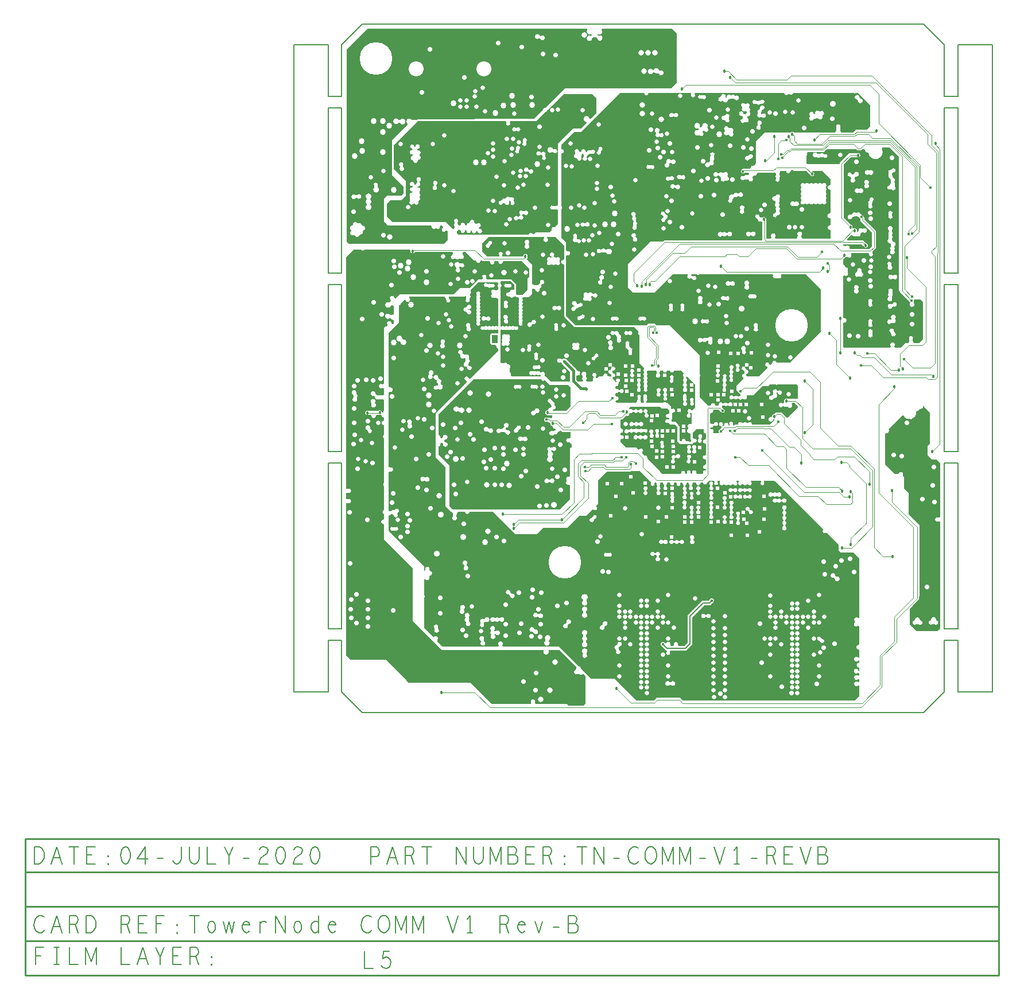
<source format=gbr>
G04 ================== begin FILE IDENTIFICATION RECORD ==================*
G04 Layout Name:  E:/CAD/CAD/FACEBOOK/COM V1/WORK/22-12-20/COM_V1_P2_21-12-2020_4.brd*
G04 Film Name:    COM_V1_P2-L5.gbr*
G04 File Format:  Gerber RS274X*
G04 File Origin:  Cadence Allegro 16.6-2015-S108*
G04 Origin Date:  Fri Dec 25 11:50:57 2020*
G04 *
G04 Layer:  DRAWING FORMAT/FILM_LABEL_OUTLINE*
G04 Layer:  VIA CLASS/L5_SIG*
G04 Layer:  PIN/L5_SIG*
G04 Layer:  ETCH/L5_SIG*
G04 Layer:  BOARD GEOMETRY/OUTLINE*
G04 Layer:  BOARD GEOMETRY/TOOLING_CORNERS*
G04 *
G04 Offset:    (0.000 0.000)*
G04 Mirror:    No*
G04 Mode:      Positive*
G04 Rotation:  0*
G04 FullContactRelief:  No*
G04 UndefLineWidth:     6.000*
G04 ================== end FILE IDENTIFICATION RECORD ====================*
%FSLAX55Y55*MOIN*%
%IR0*IPPOS*OFA0.00000B0.00000*MIA0B0*SFA1.00000B1.00000*%
%ADD10C,.022*%
%ADD14C,.015*%
%ADD11C,.024*%
%ADD13C,.016*%
%ADD12C,.018*%
%ADD15C,.004*%
%ADD16C,.0041*%
%ADD17C,.005*%
%ADD18C,.006*%
%ADD19C,.0062*%
%ADD20C,.003402*%
%ADD21C,.004701*%
%ADD22C,.003902*%
%ADD23C,.01*%
%ADD29C,.189296*%
%ADD25C,.032004*%
%ADD30C,.024004*%
%ADD27C,.034004*%
%ADD26C,.026004*%
%ADD28C,.036004*%
%ADD24C,.028004*%
%ADD31C,.087004*%
G75*
%LPD*%
G75*
G36*
G01X131608Y4112D02*
X130781Y4939D01*
X112599D01*
G02X112276Y5574I0J400D01*
G03X110010I-1133J823D01*
G02X109686Y4939I-324J-235D01*
G01X87132D01*
X74719Y17352D01*
X38730D01*
X37440Y18642D01*
Y18820D01*
X25504Y30756D01*
X5156D01*
X2564Y33347D01*
Y121466D01*
G02X3228Y121767I400J0D01*
G03Y123871I924J1052D01*
G02X2564Y124172I-264J301D01*
G01Y127424D01*
G02X3228Y127724I400J0D01*
G03Y129829I924J1052D01*
G02X2564Y130130I-264J301D01*
G01Y264744D01*
X6800Y268979D01*
X11001D01*
G03X13552I1276J577D01*
G01X39502D01*
G02X39888Y268475I0J-400D01*
G03X42475Y267450I1352J-365D01*
G01X42531Y267555D01*
X64166D01*
G02X64532Y266994I0J-400D01*
G03X64448Y266211I1190J-524D01*
G02X64182Y265752I-392J-80D01*
G03X65578Y263671I410J-1234D01*
G02X66195Y263659I303J-261D01*
G03X68263Y263702I1018J809D01*
G02X68873Y263745I323J-236D01*
G03X70441Y265784I934J904D01*
G02X70265Y266286I195J349D01*
G03X70330Y267067I-1203J493D01*
G02X70720Y267555I390J89D01*
G01X71839D01*
X76651Y262743D01*
X77634D01*
G02X78034Y262350I0J-400D01*
G03X80634I1300J25D01*
G02X81034Y262743I400J-8D01*
G01X81637D01*
X82075Y262305D01*
X85799D01*
G02X86190Y261818I0J-400D01*
G03X88729I1270J-280D01*
G02X89119Y262305I391J86D01*
G01X90590D01*
G02X90989Y261891I0J-400D01*
G03X93588I1299J-45D01*
G02X93988Y262305I400J14D01*
G01X104465D01*
X106107Y260664D01*
X106120Y260639D01*
G03X106618Y260142I1134J636D01*
G01X106642Y260128D01*
X109059Y257710D01*
Y253220D01*
X108025Y252185D01*
Y245566D01*
X104922Y242463D01*
X104824D01*
G03X103050I-887J-881D01*
G01X102026D01*
X101405Y243083D01*
Y249045D01*
X98716Y251734D01*
X84104D01*
G02X83811Y252406I0J400D01*
G03X81904I-953J884D01*
G02X81611Y251734I-293J-272D01*
G01X79379D01*
X74414Y246769D01*
X68513D01*
X64789Y243045D01*
X33828D01*
X31366Y240583D01*
G02X30683Y240857I-283J283D01*
G03X28438Y239709I-1400J-31D01*
G02X28510Y239141I-241J-319D01*
G03X28213Y238573I1331J-1058D01*
G02X27670Y238322I-383J115D01*
G03X28618Y236274I-680J-1558D01*
G02X29161Y236525I383J-115D01*
G03X29917Y236385I680J1558D01*
G02X30334Y235986I18J-400D01*
G01Y231620D01*
G02X29904Y231221I-400J0D01*
G03X28799Y230886I-120J-1596D01*
G02X28199Y231013I-246J315D01*
G03X27773Y228998I-1411J-754D01*
G02X28372Y228872I246J-315D01*
G03X29904Y228030I1411J754D01*
G02X30334Y227631I30J-399D01*
G01Y226226D01*
X29701Y225593D01*
G02X29020Y225916I-283J283D01*
G03X26644Y225061I-1393J142D01*
G02X26364Y224376I-281J-285D01*
G01X25812D01*
X25607Y224582D01*
X24579Y223554D01*
Y194560D01*
X24450Y194431D01*
Y191044D01*
G02X23804Y190728I-400J0D01*
G03Y188520I-861J-1104D01*
G02X24450Y188204I246J-315D01*
G01Y184622D01*
G02X23829Y184288I-400J0D01*
G03X22170Y184208I-775J-1166D01*
G02X21643Y184228I-252J310D01*
G03X20195Y184525I-963J-1017D01*
G02X19666Y184987I-138J375D01*
G03X18784Y183978I-1367J305D01*
G02X19313Y183516I138J-375D01*
G03X21564Y182125I1367J-305D01*
G02X22091Y182105I252J-310D01*
G03X23829Y181956I963J1017D01*
G02X24450Y181622I221J-333D01*
G01Y175513D01*
G03X24258Y174541I1188J-740D01*
G02X24103Y174312I-197J-33D01*
G03X23996Y174284I298J-1368D01*
G02X23487Y174593I-116J383D01*
G03X21014Y175206I-1376J-258D01*
G01X15650D01*
G03Y172816I-729J-1195D01*
G01X16783D01*
G02X17183Y172410I0J-400D01*
G03X19983I1400J-19D01*
G02X20383Y172816I400J6D01*
G01X22282D01*
X22439Y172973D01*
X22489Y172987D01*
G03X22516Y172995I-380J1348D01*
G02X23025Y172686I116J-383D01*
G03X24269Y171550I1376J258D01*
G02X24450Y171351I-19J-199D01*
G01Y169559D01*
X24279Y169534D01*
G03Y166962I191J-1286D01*
G01X24450Y166937D01*
Y161531D01*
G03Y159327I864J-1102D01*
G01Y133535D01*
G03Y131590I1007J-973D01*
G01Y127803D01*
X24444Y127779D01*
G03Y127109I1359J-335D01*
G01X24450Y127085D01*
Y117788D01*
X24340Y117733D01*
G03Y115232I630J-1251D01*
G01X24450Y115176D01*
Y112389D01*
G02X24263Y112189I-200J0D01*
G03Y109394I89J-1397D01*
G02X24450Y109195I-13J-200D01*
G01Y100637D01*
X41086Y84001D01*
Y53418D01*
X58120Y36384D01*
X116935D01*
G02X117288Y35796I0J-400D01*
G03X120116I1414J-750D01*
G02X120469Y36384I353J188D01*
G01X126436D01*
X136433Y26387D01*
X136340Y26250D01*
G03X136119Y25214I1158J-788D01*
G02X135851Y24762I-394J-71D01*
G03X137257Y22420I439J-1330D01*
G02X137850Y22374I276J-289D01*
G03X139977Y22262I1111J852D01*
G02X140550Y22270I290J-275D01*
G01X141744Y21075D01*
Y5146D01*
X140710Y4112D01*
X131608D01*
G37*
G36*
G01X171150Y7018D02*
X158449Y19719D01*
X144773D01*
X138892Y25599D01*
X138883Y25665D01*
G03X137700Y26848I-1385J-202D01*
G01X137634Y26858D01*
X126201Y38291D01*
X93486D01*
G02X93205Y38975I0J400D01*
G03X91232I-986J994D01*
G02X90950Y38291I-282J-284D01*
G01X58629D01*
X55505Y41415D01*
G02X55523Y41997I283J283D01*
G03X53547Y43974I-926J1050D01*
G02X52964Y43955I-300J265D01*
G01X47747Y49172D01*
Y66322D01*
G03Y68665I-766J1172D01*
G01Y77144D01*
G03X47901Y77365I-1065J909D01*
G02X48568Y77411I348J-197D01*
G03X50938Y78877I1114J849D01*
G02X51260Y79452I359J176D01*
G03X51336Y82231I-131J1394D01*
G02X51037Y82805I59J396D01*
G03X48525Y82820I-1252J626D01*
G02X48158Y82246I-360J-175D01*
G03X48143Y82246I-27J-1400D01*
G02X47747Y82646I4J400D01*
G01Y84802D01*
X28240Y104309D01*
X28231Y104376D01*
G03X27473Y105445I-1388J-181D01*
G01X27363Y105501D01*
Y114398D01*
X27537Y114420D01*
G03X28575Y115116I-179J1389D01*
G02X29154Y115244I348J-198D01*
G03X29695Y115022I753J1060D01*
G02X30030Y114620I-65J-395D01*
G03X32362Y115387I1300J-22D01*
G02X32520Y115997I318J243D01*
G03X30823Y117742I-520J1192D01*
G02X30331Y117534I-362J170D01*
G03X28812Y117005I-424J-1229D01*
G02X28227Y116907I-337J216D01*
G03X27537Y117198I-869J-1098D01*
G01X27363Y117220D01*
Y139573D01*
G02X27945Y139929I400J0D01*
G03Y142421I638J1246D01*
G02X27363Y142777I-182J356D01*
G01Y185847D01*
G02X27887Y186227I400J0D01*
G03Y188889I436J1331D01*
G02X27363Y189269I-124J380D01*
G01Y220482D01*
X33118Y226238D01*
Y236392D01*
X33282Y236422D01*
G03X34427Y237748I-254J1377D01*
G01X34430Y237826D01*
X36351Y239748D01*
G02X37023Y239557I283J-283D01*
G03X39291Y240949I1362J324D01*
G02X39550Y241654I259J305D01*
G01X59780D01*
X59798Y241474D01*
G03X60517Y240443I1293J135D01*
G02X60703Y239916I-177J-359D01*
G03X62457Y240534I1179J-548D01*
G02X62271Y241062I177J359D01*
G03X62385Y241474I-1179J548D01*
G01X62404Y241654D01*
X71144D01*
X71554Y242064D01*
G02X72236Y241756I283J-283D01*
G03X72414Y241016I1298J-81D01*
G02X72328Y240508I-345J-203D01*
G03X74292Y240179I843J-990D01*
G02X74377Y240686I345J203D01*
G03X74516Y242527I-843J990D01*
G02X74587Y243116I302J262D01*
G03X74802Y245044I-753J1060D01*
G02X74809Y245319I149J134D01*
G01X79571Y250081D01*
X90465D01*
X90876Y249670D01*
Y248974D01*
G03Y246983I756J-996D01*
G01Y245879D01*
G02X90436Y245481I-400J0D01*
G03X89583Y245265I-127J-1294D01*
G02X89044Y245352I-223J332D01*
G03X87092Y243641I-1027J-798D01*
G02X87084Y243071I-285J-281D01*
G03X88721Y241062I900J-938D01*
G02X89247Y240998I227J-330D01*
G03X90415Y240576I972J863D01*
G02X90876Y240180I60J-395D01*
G01Y224369D01*
G03X90782Y224291I755J-996D01*
G02X90511I-136J147D01*
G03X88814Y224291I-848J-918D01*
G02X88543I-136J147D01*
G03X86847Y224291I-848J-919D01*
G02X86575I-136J147D01*
G03X84878I-848J-918D01*
G02X84607I-136J147D01*
G03X82910I-848J-918D01*
G02X82639I-136J147D01*
G03Y222454I-848J-918D01*
G02X82910I136J-147D01*
G03X84607I848J918D01*
G02X84878I136J-147D01*
G03X86575I848J918D01*
G02X86847I136J-147D01*
G03X88543Y222454I848J918D01*
G02X88814I136J-147D01*
G03X90511Y222454I848J919D01*
G02X90782I136J-147D01*
G03X90876Y222376I849J918D01*
G01Y220481D01*
G02X90534Y220340I-200J0D01*
G01X90527Y220347D01*
X87000D01*
X86324Y219672D01*
Y214475D01*
X87308Y213491D01*
X89345D01*
G02X89731Y212985I0J-400D01*
G03X90717Y211366I1253J-346D01*
G01X90876Y211333D01*
Y210226D01*
X74457Y193808D01*
G02X73774Y194082I-283J283D01*
G03X72445Y192753I-1300J-29D01*
G02X72719Y192070I-9J-400D01*
G01X54700Y174051D01*
Y160647D01*
X54680Y160606D01*
G03Y159387I1261J-609D01*
G01X54700Y159346D01*
Y156359D01*
X54690Y156329D01*
G03Y155443I1328J-443D01*
G01X54700Y155412D01*
Y147952D01*
X60159Y142492D01*
Y119766D01*
X63448Y116478D01*
X63996D01*
G02X64384Y115983I0J-400D01*
G03X64735Y114681I1360J-332D01*
G02X64700Y114095I-289J-277D01*
G03X66599Y113984I889J-1082D01*
G02X66634Y114570I289J277D01*
G03X67105Y115983I-889J1082D01*
G02X67494Y116478I389J95D01*
G01X71572D01*
X71614Y116333D01*
G03X74305I1346J386D01*
G01X74347Y116478D01*
X87845D01*
X100696Y103627D01*
X113480D01*
Y103823D01*
X116988Y107332D01*
X130871D01*
X137815Y114276D01*
X141958D01*
X145599Y117916D01*
G02X146204Y117870I283J-283D01*
G03X147882Y119548I968J710D01*
G02X147836Y120153I237J323D01*
G01X148880Y121197D01*
Y135039D01*
X153797Y139956D01*
X167719D01*
X168094Y140331D01*
X173306D01*
X176563Y137074D01*
X179573Y134065D01*
G02X179601Y133531I-283J-283D01*
G03X181682Y133124I933J-755D01*
G02X182065Y133640I383J116D01*
G01X182437D01*
G02X182811Y133099I0J-400D01*
G03X183165Y131754I1123J-424D01*
G02X183174Y131147I-256J-307D01*
G03X183388Y129199I796J-899D01*
G02Y128499I-194J-350D01*
G03X184551I581J-1050D01*
G02Y129199I194J350D01*
G03X184738Y131170I-581J1050D01*
G02X184730Y131777I256J307D01*
G03X185057Y133099I-796J899D01*
G02X185431Y133640I374J141D01*
G01X186280D01*
G02X186678Y133193I0J-400D01*
G03X187296Y131996I1192J-143D01*
G02X187312Y131302I-191J-351D01*
G03X188507Y131330I622J-1026D01*
G02X188491Y132023I191J351D01*
G03X189061Y133193I-622J1027D01*
G02X189458Y133640I397J48D01*
G01X190280D01*
G02X190677Y133192I0J-400D01*
G03X193060I1192J-144D01*
G02X193457Y133640I397J48D01*
G01X194093D01*
G02X194455Y133071I0J-400D01*
G03X196630I1087J-508D01*
G02X196993Y133640I362J169D01*
G01X197575D01*
G02X197966Y133154I0J-400D01*
G03X198556Y131846I1172J-258D01*
G02Y131146I-194J-350D01*
G03X198432Y129125I581J-1050D01*
G02X198481Y128520I-235J-324D01*
G03X198587Y126736I853J-844D01*
G02X198529Y126071I-249J-313D01*
G03X199849Y125956I573J-1055D01*
G02X199907Y126621I249J313D01*
G03X200040Y128646I-573J1055D01*
G02X199991Y129251I235J324D01*
G03X199719Y131146I-853J844D01*
G02Y131846I194J350D01*
G03X200310Y133154I-581J1050D01*
G02X200700Y133640I391J86D01*
G01X201063D01*
G02X201456Y133169I0J-400D01*
G03X202042Y131914I1181J-213D01*
G02X202090Y131251I-198J-347D01*
G03X203422Y131346I737J-947D01*
G02X203375Y132009I198J347D01*
G03X203818Y133169I-737J947D01*
G02X204212Y133640I394J71D01*
G01X205528D01*
G02X205926Y133200I0J-400D01*
G03X208314I1194J-121D01*
G02X208712Y133640I398J40D01*
G01X209822D01*
X209839Y133460D01*
G03X212234Y133547I1195J116D01*
G01X212236Y133627D01*
X213277Y134668D01*
X216314D01*
G02X216592Y133981I0J-400D01*
G03X218259I833J-864D01*
G02X218536Y134668I278J288D01*
G01X219513D01*
G02X219791Y133981I0J-400D01*
G03X221630Y132462I834J-863D01*
G02X222309Y132450I335J-218D01*
G03X224395Y132252I1116J668D01*
G02X224976Y132269I299J-266D01*
G03X226851Y132494I849J849D01*
G02X227539Y132487I342J-208D01*
G03X229388Y133973I1039J600D01*
G02X229657Y134668I270J295D01*
G01X230313D01*
G02X230591Y133981I0J-400D01*
G03X232474Y132536I833J-864D01*
G02X233174I350J-194D01*
G03X235251Y132494I1050J581D01*
G02X235939Y132487I342J-208D01*
G03X237788Y133973I1039J600D01*
G02X238058Y134668I270J295D01*
G01X243239D01*
G02X243509Y133973I0J-400D01*
G03X245128I810J-886D01*
G02X245397Y134668I270J295D01*
G01X251400D01*
X279584Y106485D01*
G02X279594Y106214I-141J-141D01*
G03X281428Y104380I987J-846D01*
G02X281699Y104370I130J-152D01*
G01X288555Y97514D01*
Y94225D01*
X289788Y92992D01*
X297393D01*
X300682Y89703D01*
Y55190D01*
G03X300446Y55002I748J-1184D01*
G02X299910Y54979I-281J285D01*
G03X297960Y52982I-895J-1077D01*
G02X297914Y52411I-301J-263D01*
G03X299776Y50321I895J-1077D01*
G02X300052I138J-145D01*
G03X300549Y50014I967J1013D01*
G01X300682Y49967D01*
Y39730D01*
G02X300276Y39330I-400J0D01*
G03Y36530I-22J-1400D01*
G02X300682Y36130I6J-400D01*
G01Y32202D01*
G02X299981Y31938I-400J0D01*
G03Y30091I-1053J-923D01*
G02X300682Y29827I301J-264D01*
G01Y29328D01*
G02X300312Y28929I-400J0D01*
G03Y26136I104J-1396D01*
G02X300682Y25737I-30J-399D01*
G01Y24197D01*
G03X300523Y24008I988J-992D01*
G02X300159Y24111I-164J115D01*
G03X299685Y22977I-1398J-81D01*
G02X300332Y22794I264J-301D01*
G03X300682Y22213I1339J411D01*
G01Y21619D01*
G02X299995Y21340I-400J0D01*
G03Y19390I-1005J-975D01*
G02X300682Y19112I287J-278D01*
G01Y17910D01*
G02X299995Y17632I-400J0D01*
G03Y15682I-1005J-975D01*
G02X300682Y15403I287J-278D01*
G01Y9541D01*
X298159Y7018D01*
X198062D01*
X196587Y8494D01*
X182902D01*
X181426Y7018D01*
X171150D01*
G37*
G36*
G01X64318Y117900D02*
X62417Y119801D01*
Y143668D01*
X56406Y149678D01*
Y154534D01*
X56533Y154584D01*
G03X57397Y156131I-515J1302D01*
G02X57855Y156595I394J70D01*
G03X58338Y156601I226J1382D01*
G02X58799Y156107I73J-393D01*
G03X59898Y157134I1356J-350D01*
G02X59437Y157627I-73J393D01*
G03X59474Y158119I-1356J350D01*
G02X59924Y158557I398J41D01*
G03X58710Y159803I180J1389D01*
G02X58261Y159366I-398J-41D01*
G03X57802Y159349I-180J-1389D01*
G02X57327Y159798I-80J392D01*
G03X56523Y161270I-1386J198D01*
G01X56406Y161323D01*
Y173351D01*
X76779Y193724D01*
X115704D01*
X115742Y193572D01*
G03X117920Y192965I1261J315D01*
G02X118202Y192965I141J-142D01*
G01X120744Y190422D01*
X131364D01*
X132802Y188983D01*
Y177748D01*
X130199Y175145D01*
X122857D01*
G02X122463Y175612I0J400D01*
G03X122476Y175713I-1282J217D01*
G02X122911Y176075I398J-36D01*
G03X123617Y178530I120J1295D01*
G02X123528Y178798I90J179D01*
G03X122522Y180664I-1165J576D01*
G02X122172Y181075I49J397D01*
G03X120713Y179831I-1299J46D01*
G02X121063Y179420I-49J-397D01*
G03X121776Y178214I1299J-46D01*
G02X121865Y177946I-90J-179D01*
G03X121736Y177486I1165J-576D01*
G02X121301Y177123I-398J36D01*
G03X119888Y175965I-120J-1295D01*
G02X119512Y175608I-398J42D01*
G03X119209Y172862I76J-1398D01*
G01X119260Y172847D01*
X119353Y172755D01*
X122014D01*
G02X122371Y172173I0J-400D01*
G03X122248Y171365I1159J-590D01*
G02X121854Y170897I-394J-67D01*
G01X121428D01*
X120916Y171408D01*
X119176D01*
X119148Y171417D01*
G03Y168929I-378J-1244D01*
G01X119176Y168938D01*
X119893D01*
X120404Y168427D01*
X120639D01*
G02X121037Y167994I0J-400D01*
G03X122191Y166501I1396J-114D01*
G02X122522Y166102I-69J-394D01*
G03X123928Y164789I1300J-17D01*
G02X124359Y164428I33J-399D01*
G03X124361Y164409I1394J130D01*
G02X124026Y163970I-398J-43D01*
G03X123224Y163508I206J-1284D01*
G02X122707Y163419I-310J253D01*
G03X123123Y161409I-725J-1198D01*
G02X123633Y161532I326J-232D01*
G03X125531Y162749I599J1154D01*
G02X125891Y163167I400J19D01*
G03X126778Y163607I-138J1393D01*
G02X127354Y163617I293J-272D01*
G01X127940Y163030D01*
X132802D01*
Y159692D01*
G02X132222Y159335I-400J0D01*
G03Y157016I-588J-1160D01*
G02X132802Y156659I181J-357D01*
G01Y153975D01*
X132612Y153785D01*
Y137369D01*
G02X132074Y136993I-400J0D01*
G03X130608Y134963I-449J-1220D01*
G02X130583Y134437I-313J-249D01*
G03X132050Y132349I939J-900D01*
G02X132612Y131984I162J-366D01*
G01Y124099D01*
X126413Y117900D01*
X73712D01*
G03X72208I-752J-1181D01*
G01X64318D01*
G37*
G36*
G01X87324Y219257D02*
X87414Y219347D01*
X90112D01*
X90523Y218936D01*
Y214876D01*
X90138Y214491D01*
X87723D01*
X87324Y214890D01*
Y219257D01*
G37*
G36*
G01X197044Y157545D02*
X196278Y158311D01*
Y166429D01*
X195652Y167056D01*
Y167093D01*
X194213Y168532D01*
X194176D01*
X193755Y168953D01*
X191942D01*
X191859Y169035D01*
Y173899D01*
G02X192328Y174293I400J0D01*
G03X191693Y176332I206J1182D01*
G01X191386Y176639D01*
Y177730D01*
X189126Y179990D01*
X188449D01*
G03X186685I-882J-814D01*
G01X177049D01*
G03X176904Y180159I-978J-696D01*
G02X176962Y180782I277J288D01*
G03X177225Y182558I-657J1004D01*
G02X177218Y183063I307J257D01*
G03X175358Y183038I-940J746D01*
G02X175365Y182533I-307J-257D01*
G03X175473Y180922I940J-746D01*
G02X175414Y180299I-277J-288D01*
G03X175094Y179990I657J-1004D01*
G01X174341D01*
G03X174019Y180146I-677J-991D01*
G02X173762Y180665I118J382D01*
G03X173419Y181983I-1128J411D01*
G02X173444Y182608I262J302D01*
G03X171949Y182668I-710J967D01*
G02X171924Y182043I-262J-302D01*
G03X171493Y180704I710J-967D01*
G02X171050Y180185I-380J-124D01*
G03X170187Y179990I-187J-1186D01*
G01X168740D01*
G03X167389I-676J-992D01*
G01X165940D01*
G03X164589I-676J-992D01*
G01X163140D01*
G03X161789I-676J-992D01*
G01X159733D01*
X158911Y180813D01*
Y180958D01*
G02X159388Y181350I400J0D01*
G03Y183705I232J1178D01*
G02X158911Y184098I-78J392D01*
G01Y185136D01*
G02X159394Y185527I400J0D01*
G03X160816Y186197I270J1272D01*
G02X161519Y186209I355J-185D01*
G03Y187390I1045J591D01*
G02X160816Y187401I-348J197D01*
G03X159394Y188071I-1152J-602D01*
G02X158911Y188462I-83J391D01*
G01Y189149D01*
G02X159411Y189536I400J0D01*
G03X160758Y191286I301J1162D01*
G02X160964Y191855I349J196D01*
G03X159614Y192204I-430J1121D01*
G02X159497Y191879I-153J-129D01*
G03X159411Y191860I215J-1181D01*
G02X158911Y192248I-100J387D01*
G01Y192528D01*
X157362Y194078D01*
G02X157664Y194760I283J283D01*
G03X157555Y197147I59J1199D01*
G02X157108Y197626I-56J396D01*
G03X157102Y198154I-1174J249D01*
G02X157534Y198644I389J93D01*
G03X156497Y199559I130J1193D01*
G02X156064Y199069I-389J-93D01*
G03X156102Y196687I-130J-1193D01*
G02X156549Y196208I56J-396D01*
G03X156761Y195241I1174J-249D01*
G01X156459Y194980D01*
X156033Y195406D01*
X154800D01*
G02X154400Y195796I0J400D01*
G03X152001I-1200J-32D01*
G02X151601Y195406I-400J11D01*
G01X149456D01*
X148338Y194289D01*
G02X147770Y194292I-283J283D01*
G03X147477Y194511I-857J-840D01*
G02X147432Y195189I188J353D01*
G03X146169Y195106I-699J976D01*
G02X146214Y194428I-188J-353D01*
G03X145844Y192905I699J-976D01*
G02X145488Y192323I-356J-182D01*
G01X142278D01*
G02X142001Y193011I0J400D01*
G03X141854Y195150I-972J1008D01*
G02X141784Y195732I236J323D01*
G03X139893Y195508I-1067J907D01*
G02X139962Y194926I-236J-323D01*
G03X140056Y193011I1067J-907D01*
G02X139779Y192323I-278J-288D01*
G01X137371D01*
X136350Y193344D01*
Y195425D01*
G02X136849Y195813I400J0D01*
G03Y198526I345J1357D01*
G02X136350Y198914I-99J388D01*
G01Y199534D01*
X130707Y205177D01*
G03X128104Y205256I-1344J-1344D01*
G02X127516Y205320I-265J299D01*
G03X127062Y203266I-1130J-827D01*
G02X127621Y203075I193J-350D01*
G03X128020Y202490I1742J759D01*
G01X132550Y197960D01*
Y192323D01*
X121451D01*
X118573Y195201D01*
X118027D01*
G02X117720Y195857I0J400D01*
G03X115881Y197681I-999J832D01*
G02X115269Y197798I-258J305D01*
G03X113209Y198112I-1147J-612D01*
G02X112931Y198109I-140J142D01*
G03X111172Y198129I-890J-947D01*
G02X110905I-134J149D01*
G03Y196194I-868J-968D01*
G02X111172I134J-149D01*
G03X112954Y196236I868J968D01*
G02X113232Y196239I140J-142D01*
G03X114962Y196194I890J948D01*
G02X115573Y196077I258J-305D01*
G03X115722Y195857I1147J612D01*
G02X115414Y195201I-307J-256D01*
G01X98647D01*
G02X98291Y195783I0J400D01*
G03X97803Y197491I-1157J593D01*
G02X97638Y197985I206J343D01*
G03X97416Y199327I-1204J491D01*
G02X97487Y199916I302J262D01*
G03X96436Y202241I-753J1060D01*
G02X96196Y202388I-46J195D01*
G03X93880Y202837I-1262J-312D01*
G02X93278Y202784I-324J234D01*
G03X92452Y203148I-904J-934D01*
G02X92264Y203348I12J200D01*
G01Y212406D01*
X92266Y212422D01*
G03Y212855I-1282J216D01*
G01X92264Y212871D01*
Y222294D01*
G03X92479Y222454I-633J1078D01*
G02X92750I136J-147D01*
G03X94447Y222454I848J918D01*
G02X94718I136J-147D01*
G03X96415Y222454I848J919D01*
G02X96686I136J-147D01*
G03X98383I848J918D01*
G02X98654I136J-147D01*
G03X100351I848J918D01*
G02X100623I136J-147D01*
G03Y224291I848J918D01*
G02X100351I-136J147D01*
G03X98654I-848J-918D01*
G02X98383I-136J147D01*
G03X96686I-848J-918D01*
G02X96415I-136J147D01*
G03X94718Y224291I-848J-918D01*
G02X94447I-136J147D01*
G03X92750Y224291I-848J-919D01*
G02X92479I-136J147D01*
G03X92264Y224451I-849J-918D01*
G01Y246899D01*
G03Y249057I-632J1079D01*
G01Y250389D01*
X92608Y250734D01*
X98302D01*
X100280Y248755D01*
Y245788D01*
G02X99657Y245456I-400J0D01*
G03X97639Y244496I-724J-1080D01*
G02X97115Y244154I-398J37D01*
G03X97203Y241718I-409J-1234D01*
G02X97715Y241522I153J-370D01*
G03X100127Y241699I1171J566D01*
G02X100791Y241862I382J-120D01*
G01X101411Y241242D01*
X102726D01*
X102776Y241117D01*
G03X103018Y240733I1161J465D01*
G02Y240462I-147J-136D01*
G03X103018Y238765I918J-848D01*
G02Y238494I-147J-136D01*
G03X103018Y236797I919J-848D01*
G02Y236526I-147J-136D01*
G03Y234829I918J-848D01*
G02Y234558I-147J-136D01*
G03Y232861I918J-848D01*
G02Y232590I-147J-136D01*
G03X103018Y230893I918J-848D01*
G02Y230622I-147J-136D01*
G03X103018Y228925I919J-848D01*
G02Y228654I-147J-136D01*
G03Y226957I918J-848D01*
G02Y226686I-147J-136D01*
G03X104855I918J-848D01*
G02Y226957I147J136D01*
G03Y228654I-918J848D01*
G02Y228925I147J136D01*
G03X104855Y230622I-918J848D01*
G02Y230893I147J136D01*
G03X104855Y232590I-919J848D01*
G02Y232861I147J136D01*
G03Y234558I-918J848D01*
G02Y234829I147J136D01*
G03Y236526I-918J848D01*
G02Y236797I147J136D01*
G03X104855Y238494I-918J848D01*
G02Y238765I147J136D01*
G03X104855Y240462I-919J848D01*
G02Y240733I147J136D01*
G03X105097Y241117I-918J848D01*
G01X105148Y241242D01*
X108707D01*
X110557Y243092D01*
Y245884D01*
G02X111187Y246211I400J0D01*
G03X112032Y245979I747J1064D01*
G02X112462Y245588I30J-399D01*
G03X115009Y245980I1300J24D01*
G02X115219Y246453I384J113D01*
G03X115818Y248204I-565J1171D01*
G02X116213Y248781I358J178D01*
G03X115170Y249495I121J1295D01*
G02X114775Y248919I-358J-178D01*
G03X113516Y248253I-121J-1295D01*
G02X112876Y248171I-350J194D01*
G03X111445Y248480I-943J-896D01*
G02X110927Y248692I-151J371D01*
G03X110557Y249182I-1193J-516D01*
G01Y260358D01*
X107474Y263442D01*
X107926Y263894D01*
Y264330D01*
X107951Y264376D01*
G03X105330Y265078I-1221J686D01*
G01X105328Y264880D01*
X93524D01*
G02X93252Y265573I0J400D01*
G03X91480I-886J952D01*
G02X91208Y264880I-272J-293D01*
G01X84453D01*
X81576Y267758D01*
Y272691D01*
X85275Y276390D01*
X109018D01*
G03X110450I716J1085D01*
G01X112118D01*
G03X113550I716J1085D01*
G01X115418D01*
G03X116850I716J1085D01*
G01X117582D01*
G03X117696Y276281I953J885D01*
G02Y275670I-258J-306D01*
G03X119372I838J-994D01*
G02Y276281I258J306D01*
G03X119486Y276390I-839J994D01*
G01X124071D01*
X129340Y271121D01*
Y263348D01*
G02X128868Y262955I-400J0D01*
G03Y260397I-234J-1279D01*
G02X129340Y260003I72J-393D01*
G01Y230175D01*
X129724Y229792D01*
Y229424D01*
X135274Y223874D01*
X169908D01*
X172410Y221371D01*
X172307Y221232D01*
G03X172865Y219250I1043J-777D01*
G01X172990Y219199D01*
Y202703D01*
X175498Y200196D01*
G02X175520Y199653I-283J-283D01*
G03X175640Y197976I914J-778D01*
G02Y197376I-265J-300D01*
G03X175560Y195653I794J-900D01*
G02X175558Y195103I-291J-274D01*
G03X175509Y193501I868J-828D01*
G02X175502Y192977I-306J-258D01*
G03X175661Y191235I898J-797D01*
G02X175680Y190621I-246J-315D01*
G03X175633Y188871I797J-897D01*
G02X175630Y188299I-281J-284D01*
G03X177309Y188290I835J-862D01*
G02X177312Y188861I281J284D01*
G03X177217Y190669I-835J862D01*
G02X177197Y191283I246J315D01*
G03X177317Y192954I-797J897D01*
G02X177324Y193478I306J258D01*
G03X177300Y195097I-898J797D01*
G02X177302Y195647I291J274D01*
G03X177228Y197376I-868J828D01*
G02Y197976I265J300D01*
G03X177560Y198461I-794J900D01*
G01X177608Y198592D01*
X182635D01*
X182659Y198421D01*
G03X183106Y197649I1188J172D01*
G02X183055Y196986I-247J-315D01*
G03X184453Y196906I637J-1133D01*
G02X184477Y197571I234J324D01*
G03X185035Y198421I-630J1022D01*
G01X185060Y198592D01*
X186539D01*
X186580Y198446D01*
G03X188892I1156J323D01*
G01X188933Y198592D01*
X190558D01*
X190587Y198427D01*
G03X192950I1182J210D01*
G01X192980Y198592D01*
X197193D01*
X198490Y197295D01*
G02X198489Y196728I-283J-283D01*
G03X198719Y194845I845J-853D01*
G02X198728Y194163I-205J-344D01*
G03X198652Y192015I694J-1100D01*
G02X198623Y191351I-237J-322D01*
G03X198594Y189145I674J-1112D01*
G02X198626Y188495I-216J-337D01*
G03X200137Y188570I807J-1019D01*
G02X200104Y189220I216J337D01*
G03X200066Y191287I-808J1019D01*
G02X200095Y191951I237J322D01*
G03X200046Y194204I-674J1112D01*
G02X200012Y194885I192J351D01*
G03X200186Y195031I-678J991D01*
G02X200753Y195032I284J-282D01*
G01X205106Y190679D01*
Y177010D01*
X203733Y175637D01*
G02X203096Y175734I-283J283D01*
G03X201240Y174275I-1062J-558D01*
G02X201115Y173600I-265J-300D01*
G03X202328Y173376I419J-1125D01*
G02X202453Y174051I265J300D01*
G03X202612Y174124I-419J1125D01*
G02X203205Y173774I193J-350D01*
G01Y167838D01*
G02X202647Y167470I-400J0D01*
G03X201304Y165275I-513J-1195D01*
G02X201211Y164601I-255J-308D01*
G03X202020Y162348I487J-1097D01*
G02X202527Y161963I108J-385D01*
G01Y157545D01*
X200233D01*
G02X199833Y157928I0J400D01*
G03X197439Y157764I-1199J-52D01*
G01X197440Y157754D01*
Y157545D01*
X197044D01*
G37*
G36*
G01X4291Y272280D02*
X3077Y273494D01*
Y385148D01*
X15214Y397284D01*
X142361D01*
G02X142666Y396626I0J-400D01*
G03X144611Y394165I1222J-1033D01*
G02X145190Y393772I181J-357D01*
G03X145190Y393483I1594J-145D01*
G02X144611Y393090I-398J-36D01*
G03X145482Y391807I-723J-1427D01*
G02X146061Y392200I398J36D01*
G03X147668Y392293I723J1427D01*
G02X148288Y391942I221J-333D01*
G03X149003Y393203I1599J-73D01*
G02X148383Y393555I-221J333D01*
G03X148381Y393733I-1599J72D01*
G02X148980Y394105I399J26D01*
G03X150930Y396605I803J1384D01*
G02X151217Y397284I287J279D01*
G01X191797D01*
X194427Y394655D01*
Y365730D01*
X191392Y362696D01*
X129497D01*
X118201Y351400D01*
X118125Y351395D01*
G03X116903Y350173I76J-1298D01*
G01X116899Y350097D01*
X111698Y344896D01*
X77311D01*
X76982Y344566D01*
X43877D01*
X43636Y344326D01*
X41198D01*
G02X40641Y344430I-227J329D01*
G03X38279Y342069I-1407J-955D01*
G02X38337Y341455I-225J-331D01*
G01X29240Y332358D01*
Y312131D01*
X35915Y305456D01*
Y301613D01*
X34702Y300399D01*
X26408D01*
X24588Y298579D01*
Y285228D01*
X26813Y283004D01*
X51889D01*
G02X52276Y282503I0J-400D01*
G03X54413Y281218I1258J-327D01*
G02X54954I271J-295D01*
G03X57092Y282503I879J958D01*
G02X57479Y283004I387J101D01*
G01X58166D01*
X58890Y282279D01*
G02X58773Y281632I-283J-283D01*
G03X60495Y279910I539J-1183D01*
G02X61142Y280027I364J-166D01*
G01X61604Y279565D01*
Y274505D01*
X59379Y272280D01*
X4291D01*
G37*
G36*
G01X67730Y277745D02*
X66831Y278644D01*
G02X66914Y279273I283J283D01*
G03X67542Y280168I-651J1125D01*
G02X68080Y280470I394J-71D01*
G03X68633Y280386I469J1213D01*
G02X69057Y279939I26J-399D01*
G03X71622Y280038I1291J-157D01*
G02X71868Y280271I196J39D01*
G03X72062Y280236I328J1258D01*
G02X72418Y279801I-42J-398D01*
G03X74997Y279885I1295J-122D01*
G02X75226Y280114I197J32D01*
G03X75278Y280107I205J1284D01*
G02X75628Y279672I-48J-397D01*
G03X78200Y279792I1294J-124D01*
G02X78374Y280028I196J37D01*
G03X78426Y280035I-142J1292D01*
G02X78886Y279648I59J-396D01*
G03X79992Y280962I1300J28D01*
G02X79533Y281349I-59J396D01*
G03X79529Y281426I-1300J-28D01*
G02X79843Y281849I399J32D01*
G03X78547Y283924I-274J1271D01*
G02X77918I-314J247D01*
G03X77308Y284353I-1022J-804D01*
G02X77042Y284813I126J380D01*
G03X74479Y284905I-1274J262D01*
G02X74020Y284457I-397J-52D01*
G03X72516Y283215I-204J-1284D01*
G02X72135Y282828I-400J13D01*
G03X72081Y282824I62J-1299D01*
G02X71646Y283241I-36J398D01*
G03X69048Y283362I-1299J61D01*
G02X68625Y282981I-400J18D01*
G03X68178Y282930I-77J-1298D01*
G02X67664Y283298I-114J383D01*
G03X67318Y284135I-1299J-48D01*
G02X67342Y284703I293J272D01*
G03X65514Y284781I-874J962D01*
G02X65490Y284213I-293J-272D01*
G03X65619Y282185I874J-962D01*
G02X65595Y281514I-229J-328D01*
G03X65137Y281050I667J-1116D01*
G02X64508Y280967I-346J200D01*
G01X60651Y284824D01*
X29442D01*
X26206Y288060D01*
Y295747D01*
X28229Y297770D01*
X34702D01*
X37129Y300197D01*
Y308895D01*
X30252Y315772D01*
Y329526D01*
X44291Y343566D01*
X77703D01*
X77734Y343597D01*
X95274D01*
G02X95594Y342956I0J-400D01*
G03X97674I1040J-781D01*
G02X97994Y343597I320J240D01*
G01X112993D01*
X118191Y348795D01*
X118268Y348799D01*
G03X119500Y350030I-67J1299D01*
G01X119504Y350107D01*
X128758Y359362D01*
X145547D01*
X147974Y356934D01*
Y348237D01*
X144509Y344772D01*
G02X143828Y345020I-283J283D01*
G03X141989Y343182I-1694J-145D01*
G02X142238Y342500I-34J-399D01*
G01X139074Y339337D01*
X134422D01*
X125724Y330639D01*
Y294826D01*
G02X125151Y294465I-400J0D01*
G03X123722Y294267I-565J-1171D01*
G02X123172Y294285I-265J299D01*
G03X123110Y292399I-925J-914D01*
G02X123660Y292381I265J-299D01*
G03X125151Y292124I925J914D01*
G02X125724Y291763I174J-360D01*
G01Y284116D01*
X123673Y282065D01*
X123555Y282106D01*
G03X121904Y280454I-421J-1230D01*
G01X121944Y280336D01*
X120661Y279053D01*
X112488D01*
X111485Y278050D01*
G02X110857Y278131I-283J283D01*
G03X108499Y277882I-1123J-656D01*
G01X108454Y277745D01*
X67730D01*
G37*
G36*
G01X186184Y138555D02*
X184916Y139823D01*
Y140140D01*
X177482Y147574D01*
X177536Y147699D01*
G03X175958Y149277I-1102J476D01*
G01X175833Y149223D01*
X174492Y150564D01*
G02X174562Y151186I283J283D01*
G03X172906Y152841I-640J1016D01*
G02X172285Y152771I-339J213D01*
G01X171052Y154004D01*
X165165D01*
X161891Y157278D01*
Y158404D01*
G02X162399Y158789I400J0D01*
G03Y161101I323J1156D01*
G02X161891Y161486I-108J385D01*
G01Y161984D01*
G02X162260Y162383I400J0D01*
G03Y164975I-102J1296D01*
G02X161891Y165374I31J399D01*
G01Y170151D01*
X162756D01*
X164991Y172386D01*
X166208D01*
X166927Y173105D01*
Y173678D01*
G02X167511Y174034I400J0D01*
G03X169114Y174518I553J1065D01*
G02X169814I350J-194D01*
G03X171914I1050J581D01*
G02X172614I350J-194D01*
G03Y175680I1050J581D01*
G02X171914I-350J194D01*
G03X169814I-1050J-581D01*
G02X169114I-350J194D01*
G03X167511Y176164I-1050J-581D01*
G02X166927Y176519I-184J355D01*
G01Y176804D01*
X167751Y177629D01*
X185022D01*
X186078Y176573D01*
X189331D01*
X190359Y175545D01*
Y173849D01*
G02X189803Y173481I-400J0D01*
G03Y171271I-469J-1105D01*
G02X190359Y170902I156J-368D01*
G01Y170481D01*
G02X189728Y170155I-400J0D01*
G03Y168196I-694J-979D01*
G02X190359Y167870I231J-326D01*
G01Y167864D01*
X190770Y167452D01*
X193134D01*
X194778Y165808D01*
Y157689D01*
X196422Y156045D01*
X203719D01*
X204028Y156353D01*
Y156540D01*
G02X204604Y156899I400J0D01*
G03Y159053I530J1077D01*
G02X204028Y159412I-177J359D01*
G01Y162725D01*
X206083Y164780D01*
X209014D01*
X209039Y164756D01*
X210053D01*
G02X210348Y164086I0J-400D01*
G03X211179Y162077I885J-810D01*
G02X211561Y161677I-18J-400D01*
G01Y159022D01*
G02X211111Y158625I-400J0D01*
G03Y156244I-150J-1191D01*
G02X211561Y155847I50J-397D01*
G01Y149818D01*
G02X211054Y149432I-400J0D01*
G03Y147119I-320J-1157D01*
G02X211561Y146733I107J-385D01*
G01Y144271D01*
G02X211129Y143872I-400J0D01*
G03Y141479I-95J-1196D01*
G02X211561Y141080I32J-399D01*
G01Y140709D01*
X211330D01*
X211300Y140719D01*
G03X209828Y139110I-366J-1143D01*
G02X209459Y138555I-369J-155D01*
G01X206417D01*
G02X206044Y139101I0J400D01*
G03X203623I-1211J474D01*
G02X203251Y138555I-372J-146D01*
G01X203109D01*
G02X202740Y139110I0J400D01*
G03X200528I-1106J465D01*
G02X200159Y138555I-369J-155D01*
G01X199902D01*
G02X199510Y139035I0J400D01*
G03X197158I-1176J240D01*
G02X196766Y138555I-392J-80D01*
G01X186184D01*
G37*
G36*
G01X216776Y162170D02*
X216750Y162196D01*
X215999D01*
G02X215683Y162841I0J400D01*
G03X214410Y164731I-949J735D01*
G02X213902Y165116I-108J385D01*
G01Y165135D01*
G02X214410Y165520I400J0D01*
G03X215917Y166471I324J1156D01*
G02X216577Y166700I394J-68D01*
G03X216195Y167800I801J894D01*
G02X215534Y167570I-394J68D01*
G03X214410Y167831I-801J-894D01*
G02X213902Y168216I-108J385D01*
G01Y173523D01*
G02X214371Y173917I400J0D01*
G03X215735Y175419I208J1182D01*
G02X216120Y175926I386J107D01*
G01X218982D01*
X220260Y174648D01*
G03X221932Y176292I1016J639D01*
G01X221915Y176304D01*
X220813Y177405D01*
G02X220867Y178015I283J283D01*
G03X221228Y178417I-689J983D01*
G02X221928I350J-194D01*
G03X224028Y178417I1050J581D01*
G02X224728Y178417I350J-194D01*
G03X224728Y179581I1050J582D01*
G02X224028Y179580I-350J194D01*
G03X221928Y179580I-1050J-582D01*
G02X221228I-350J194D01*
G03X219004Y178749I-1050J-581D01*
G02X218613Y178266I-391J-83D01*
G01X217232D01*
G02X216832Y178644I0J400D01*
G03X214436I-1198J-68D01*
G02X214036Y178266I-399J23D01*
G01X213004D01*
X207985Y183286D01*
Y195056D01*
G03Y196618I-912J781D01*
G01Y207559D01*
X190589Y224954D01*
X182926D01*
X181931Y225961D01*
X177970D01*
X176963Y224954D01*
X135975D01*
X130340Y230590D01*
Y265324D01*
G02X130903Y265689I400J0D01*
G03Y268063I531J1187D01*
G02X130340Y268428I-163J365D01*
G01Y273102D01*
X127480Y275962D01*
Y292215D01*
G03Y294425I-685J1105D01*
G01Y324309D01*
G02X127849Y324707I400J0D01*
G03Y327300I-102J1296D01*
G02X127480Y327698I31J399D01*
G01Y329967D01*
X134827Y337314D01*
X139074D01*
X161834Y360073D01*
X175633D01*
X175634Y359874D01*
G03X178234I1300J2D01*
G01X178234Y360073D01*
X202787D01*
G02X203081Y359403I0J-400D01*
G03X204996I957J-880D01*
G02X205290Y360073I295J271D01*
G01X256924D01*
X256939Y359889D01*
G03X259294Y359240I1296J104D01*
G02X259929Y359262I326J-232D01*
G03X262220Y359902I1004J826D01*
G01X262245Y360073D01*
X296952D01*
G03X298943I995J985D01*
G01X299918D01*
X306997Y352994D01*
Y340655D01*
X304898Y338556D01*
X298710D01*
X297250Y337096D01*
X290020D01*
G02X289648Y337642I0J400D01*
G03X289438Y339027I-1304J511D01*
G02X289464Y339555I312J250D01*
G03X287366Y339657I-1004J976D01*
G02X287340Y339129I-312J-250D01*
G03X287041Y337642I1004J-976D01*
G02X286668Y337096I-372J-146D01*
G01X262609D01*
G03X260807I-901J-1072D01*
G01X245746D01*
X240649Y331998D01*
Y320922D01*
X240627Y320878D01*
G03Y319678I1154J-600D01*
G01X240649Y319635D01*
Y319458D01*
X240563Y319399D01*
G03X240007Y318200I738J-1070D01*
G02X239453Y317793I-398J-39D01*
G03X237508Y316417I-547J-1289D01*
G02X237109Y315993I-399J-25D01*
G01X232927D01*
X232490Y315556D01*
X232455Y315540D01*
G03X234038Y313602I517J-1193D01*
G01X236303D01*
G02X236586Y312920I0J-400D01*
G03X236291Y312480I994J-986D01*
G02X235739Y312280I-368J156D01*
G03X233945Y311836I-644J-1243D01*
G02X233442Y311705I-328J228D01*
G03X233981Y309645I-610J-1260D01*
G02X234484Y309777I328J-228D01*
G03X235661Y309757I610J1260D01*
G02X236217Y309462I162J-366D01*
G03X238596Y310690I1378J248D01*
G02X238594Y310968I143J140D01*
G03X238931Y311564I-1013J966D01*
G02X239418Y311846I386J-106D01*
G03X241172Y313202I354J1355D01*
G02X241572Y313602I400J0D01*
G01X251149D01*
X251312Y313765D01*
G02X251989Y313554I283J-283D01*
G03X252247Y312982I1279J232D01*
G02X252229Y312466I-314J-248D01*
G03X252221Y310734I965J-871D01*
G02X252219Y310466I-150J-133D01*
G03X254152Y310450I959J-878D01*
G02X254154Y310717I150J133D01*
G03X254216Y312400I-959J878D01*
G02X254233Y312915I314J248D01*
G03X254515Y314154I-966J871D01*
G02X254899Y314667I384J113D01*
G01X258060D01*
X258073Y314481D01*
G03X260667I1297J88D01*
G01X260680Y314667D01*
X269630D01*
X271799Y312498D01*
X271813Y312448D01*
G03X273539Y314174I1348J379D01*
G01X273489Y314189D01*
X273352Y314326D01*
G02X273493Y314667I141J141D01*
G01X279222D01*
X283984Y309905D01*
Y306914D01*
G02X283605Y306515I-400J0D01*
G03Y303718I73J-1398D01*
G02X283984Y303319I-21J-399D01*
G01Y290348D01*
G02X283545Y289950I-400J0D01*
G03Y287163I-140J-1393D01*
G02X283984Y286765I40J-398D01*
G01Y283533D01*
G02X283586Y283133I-400J0D01*
G03Y280333I7J-1400D01*
G02X283984Y279933I-2J-400D01*
G01Y275659D01*
X283636Y275311D01*
X267600D01*
G02X267200Y275721I0J400D01*
G03X266869Y276660I-1400J34D01*
G02X266894Y276944I153J129D01*
G03X264938Y277122I-888J1083D01*
G02X264912Y276838I-153J-129D01*
G03X264400Y275721I888J-1083D01*
G02X264000Y275311I-400J-10D01*
G01X251921D01*
G02X251635Y275990I0J400D01*
G03X249629I-1003J977D01*
G02X249343Y275311I-286J-279D01*
G01X246845D01*
X246711Y275445D01*
Y286759D01*
X246518Y286951D01*
X246504Y287002D01*
G03X244075Y287514I-1348J-379D01*
G02X243799Y287482I-154J127D01*
G03X243039Y287770I-855J-1109D01*
G02X242666Y288187I27J399D01*
G03X241204Y286955I-1299J58D01*
G02X241552Y286517I-50J-397D01*
G03X243703Y285197I1393J-144D01*
G02X244320Y284860I217J-336D01*
G01Y274388D01*
X187106D01*
X186486Y273767D01*
X179524Y273763D01*
X166316Y260555D01*
Y246800D01*
X169148Y243968D01*
X181487D01*
X192258Y254740D01*
X200708D01*
G02X201020Y254089I0J-400D01*
G03X202841Y252257I1014J-814D01*
G02X203477Y252045I248J-314D01*
G03X203927Y253395I1257J331D01*
G02X203291Y253607I-248J314D01*
G03X203048Y254089I-1257J-331D01*
G02X203360Y254740I312J250D01*
G01X205862D01*
G03X208006I1072J736D01*
G01X250130D01*
G02X250480Y254146I0J-400D01*
G03X252599Y252390I1225J-679D01*
G02X253110I255J-308D01*
G03X255229Y254146I895J1077D01*
G02X255579Y254740I350J194D01*
G01X269370D01*
X278093Y246017D01*
Y221081D01*
X260171Y203160D01*
X252569D01*
X252544Y203332D01*
G03X249974Y202941I-1287J-182D01*
G01X249990Y202840D01*
X249115Y201965D01*
G02X248433Y202231I-283J283D01*
G03X247079Y200877I-1299J-55D01*
G02X247345Y200194I-17J-400D01*
G01X246398Y199248D01*
X246384Y199238D01*
G03X246062Y198912I750J-1062D01*
G01X242573Y195423D01*
X235327D01*
G02X234929Y195786I0J400D01*
G03X234811Y196205I-1195J-110D01*
G02X235136Y196780I359J176D01*
G03X235013Y199176I-102J1196D01*
G02X234613Y199651I-7J400D01*
G03X233455Y198676I-1179J225D01*
G02X233855Y198201I7J-400D01*
G03X233957Y197446I1179J-225D01*
G02X233632Y196871I-359J-176D01*
G03X233261Y194572I102J-1196D01*
G02X233386Y193922I-158J-368D01*
G01X231237Y191773D01*
X231189Y191758D01*
G03X230388Y190957I347J-1149D01*
G01X230373Y190909D01*
X229223Y189759D01*
Y187130D01*
X231622Y184731D01*
G02X231413Y184055I-283J-283D01*
G03X230686Y183611I221J-1180D01*
G02X230036Y183636I-316J245D01*
G03X228045Y183656I-1002J-661D01*
G02X227370Y183681I-330J227D01*
G03X227323Y182395I-1036J-605D01*
G02X227998Y182370I330J-227D01*
G03X229982Y182240I1036J605D01*
G02X230632Y182215I316J-245D01*
G03X232610Y182178I1002J661D01*
G02X233235Y182210I325J-233D01*
G03X235130Y183675I899J795D01*
G02X235462Y184298I332J223D01*
G01X238932D01*
X244394Y189759D01*
X247726D01*
X248660Y190692D01*
X251627D01*
G03X253436I905J934D01*
G01X264149D01*
X264766Y190076D01*
Y182429D01*
G02X264083Y182146I-400J0D01*
G01X264019Y182210D01*
X258959D01*
G03X256977Y180388I-729J-1195D01*
G02X256835Y179872I-358J-179D01*
G03X256543Y179617I699J-1096D01*
G02X255955Y179594I-305J259D01*
G03X256025Y177834I-921J-918D01*
G02X256613Y177858I305J-259D01*
G03X258380Y177788I921J918D01*
G02X259003Y177652I260J-304D01*
G03X261332Y179157I1271J588D01*
G02X261634Y179819I302J262D01*
G01X263029D01*
X264766Y178083D01*
Y176983D01*
X259055Y171272D01*
X258253D01*
Y171648D01*
X255557Y174344D01*
X251981D01*
X250949Y173312D01*
X250899Y173298D01*
G03X249881Y172046I379J-1348D01*
G02X249426Y171677I-399J27D01*
G03X250628Y170194I-195J-1387D01*
G02X251083Y170563I399J-27D01*
G03X251189Y170552I195J1387D01*
G02X251446Y169870I-25J-399D01*
G01X248991Y167414D01*
X245779D01*
G03X245554Y167393I0J-1195D01*
G01X245535Y167390D01*
X238178D01*
Y167590D01*
G03X235928Y168176I-1200J5D01*
G02X235228I-350J194D01*
G03X233128Y168177I-1050J-581D01*
G02X232428I-350J194D01*
G03X230178Y167590I-1050J-581D01*
G01Y167390D01*
X228362D01*
X227643Y166670D01*
X227517D01*
G02X227171Y167272I0J400D01*
G03X225299Y167014I-1037J604D01*
G01X225159Y166670D01*
X224921D01*
G02X224524Y167122I0J400D01*
G03X222144I-1190J154D01*
G02X221747Y166670I-397J-51D01*
G01X221657D01*
X221437Y166450D01*
X221180Y166707D01*
X221270Y166843D01*
G03X220309Y166302I-1003J659D01*
G02X220606Y165620I14J-400D01*
G01X219448Y164461D01*
X219430Y164450D01*
G03X219081Y162789I656J-1005D01*
G02X218746Y162170I-335J-219D01*
G01X216776D01*
G37*
G36*
G01X333777Y47415D02*
X329872Y51320D01*
Y60403D01*
X331421Y61953D01*
Y61954D01*
X335365Y65898D01*
Y67297D01*
X335421Y67353D01*
Y108975D01*
X329101Y115296D01*
Y127577D01*
X326428Y130249D01*
Y137032D01*
X325889Y137571D01*
X325958Y137702D01*
G03X323396Y138811I-1239J653D01*
G01X323349Y138676D01*
X321290D01*
X315740Y144226D01*
Y161963D01*
G02X316223Y162355I400J0D01*
G03X317664Y164520I288J1370D01*
G01X317570Y164657D01*
X318746Y165834D01*
X318824D01*
X325675Y172685D01*
G02X326325Y172560I283J-283D01*
G03X333487Y174626I3452J1481D01*
G02X333946Y175083I395J62D01*
G03X335510Y176066I222J1383D01*
G02X335989Y176340I383J-114D01*
G03X337725Y177731I337J1359D01*
G01Y177935D01*
X338145D01*
Y177782D01*
X341536Y174391D01*
Y173335D01*
X341531Y173312D01*
G03Y172664I1362J-324D01*
G01X341536Y172641D01*
Y156304D01*
X340098Y154865D01*
Y149776D01*
X343078Y146795D01*
X345445D01*
X347500Y144740D01*
Y113494D01*
G02X346830Y113199I-400J0D01*
G03Y111129I-943J-1035D01*
G02X347500Y110834I269J-296D01*
G01Y48806D01*
X346109Y47415D01*
X333777D01*
G37*
G36*
G01X291834Y211926D02*
X291211Y212549D01*
Y226046D01*
G02X291663Y226443I400J0D01*
G03Y229219I183J1388D01*
G02X291211Y229616I-52J397D01*
G01Y253625D01*
G02X291860Y253938I400J0D01*
G03X293748Y255997I871J1096D01*
G02Y256272I145J137D01*
G03X292753Y258634I-1017J962D01*
G02X292360Y259011I6J400D01*
G03X291355Y260271I-1398J-83D01*
G01X291211Y260313D01*
Y263177D01*
X292146Y264112D01*
X292196Y264126D01*
G03X293021Y264759I-379J1348D01*
G02X293703Y264768I344J-204D01*
G03X295794Y266303I1100J694D01*
G02X296099Y266962I305J259D01*
G01X305793D01*
G02X306181Y266465I0J-400D01*
G03X308232Y267181I1261J-316D01*
G02X308193Y267781I243J318D01*
G01X310312Y269900D01*
Y279850D01*
X303697Y286466D01*
Y287728D01*
X303058Y288366D01*
X303043Y288401D01*
G03X301754Y289181I-1193J-517D01*
G02X301329Y289523I-30J399D01*
G03X298980Y290342I-1386J-198D01*
G02X298705I-137J145D01*
G03X296349Y289455I-962J-1017D01*
G02X295782Y289129I-398J37D01*
G03X296588Y287728I-589J-1270D01*
G02X297154Y288054I398J-37D01*
G03X298705Y288308I589J1270D01*
G02X298980I137J-145D01*
G03X300131Y287937I962J1017D01*
G02X300577Y287622I54J-396D01*
G03X301205Y286755I1273J262D01*
G01X301306Y286698D01*
Y285475D01*
X307921Y278860D01*
Y270891D01*
X306383Y269352D01*
X295465D01*
G02X295068Y269799I0J400D01*
G03X292660Y270925I-1391J163D01*
G02X292065Y270941I-290J275D01*
G03X291360Y271387I-1067J-907D01*
G01X291211Y271426D01*
Y271997D01*
X302028D01*
X302937Y271089D01*
X302949Y271032D01*
G03X304775Y272660I1367J305D01*
G01X304732Y272675D01*
X303019Y274388D01*
X293705D01*
G02X293422Y275070I0J400D01*
G01X295819Y277467D01*
G02X296477Y277323I283J-283D01*
G03X298752Y276793I1313J487D01*
G02X299027I137J-145D01*
G03X301341Y278175I963J1017D01*
G02X301666Y278675I386J104D01*
G03X302412Y279041I-216J1383D01*
G02X302687I137J-145D01*
G03Y281075I963J1017D01*
G02X302412I-137J145D01*
G03X300098Y279693I-963J-1017D01*
G02X299773Y279193I-386J-104D01*
G03X299611Y279158I216J-1383D01*
G02X299118Y279651I-108J385D01*
G03X297084Y281250I-1348J378D01*
G01X297038Y281224D01*
X296711D01*
Y281465D01*
X296727Y281502D01*
G03X295815Y283394I-1290J544D01*
G01X295765Y283408D01*
X291539Y287634D01*
Y318465D01*
X295648Y322574D01*
X299138D01*
G03Y324964I729J1195D01*
G01X294657D01*
X289149Y319456D01*
Y318711D01*
X270466D01*
X269960Y319218D01*
Y323334D01*
G03X270179Y325128I-818J1011D01*
G01X270681Y325630D01*
X273612D01*
G02X273892Y324945I0J-400D01*
G03X275554Y322723I982J-999D01*
G02X275820Y322656I97J-175D01*
G03X277967Y322597I1094J703D01*
G02X278230Y322652I162J-117D01*
G03X279566Y322666I656J1122D01*
G02X279841Y322601I104J-171D01*
G03X280266Y324394I1105J685D01*
G02X279992Y324460I-104J171D01*
G03X277833Y324537I-1105J-685D01*
G02X277570Y324481I-162J117D01*
G03X276361Y324536I-657J-1122D01*
G02X276101Y324620I-85J181D01*
G03X275855Y324945I-1227J-674D01*
G02X276136Y325630I280J285D01*
G01X280154D01*
X281659Y327134D01*
X298747D01*
X299359Y326522D01*
X301672D01*
X302284Y327134D01*
X303459D01*
G02X303858Y326712I0J-400D01*
G03X305411Y325363I1298J-74D01*
G02X305886Y325028I78J-392D01*
G03X313654Y327571I4108J588D01*
G02X314007Y328160I353J189D01*
G01X318134D01*
X323638Y322656D01*
Y245282D01*
X324226Y244693D01*
Y244301D01*
X329834Y238694D01*
X329849Y238659D01*
G03X330143Y238236I1193J517D01*
G02X330154Y237958I-138J-145D01*
G03X332097Y238101I1045J-932D01*
G02X332068Y238377I128J154D01*
G03X332302Y239496I-1026J799D01*
G02X332690Y239994I388J98D01*
G01X336047D01*
X337508Y238533D01*
Y234042D01*
X337508Y234041D01*
Y233820D01*
X337634Y233694D01*
Y216971D01*
X335252Y214588D01*
X332321D01*
G02X331924Y215040I0J400D01*
G03X331589Y216092I-1289J168D01*
G02Y216635I294J272D01*
G03X329681I-954J883D01*
G02Y216092I-294J-272D01*
G03X329346Y215040I954J-883D01*
G02X328949Y214588I-397J-52D01*
G01X327401D01*
X324739Y211926D01*
X321261D01*
G02X320971Y212602I0J400D01*
G03X318944I-1014J966D01*
G02X318654Y211926I-290J-276D01*
G01X294829D01*
X294811Y211929D01*
G03X294306I-252J-1377D01*
G01X294288Y211926D01*
X291834D01*
G37*
%LPC*%
G75*
G36*
G01X6786Y184355D02*
G03X6666Y184606I-190J63D01*
G02X8450Y185388I488J1312D01*
G03X8553Y185130I185J-76D01*
G02X8821Y182920I-533J-1186D01*
G03X8782Y182647I123J-157D01*
G02X6854Y182993I-1141J-812D01*
G03X6912Y183263I-112J165D01*
G02X6786Y184355I1108J681D01*
G37*
G36*
G01X17360Y179424D02*
G03X17323Y179698I-161J118D01*
G02X19330Y179964I876J1092D01*
G03X19366Y179689I161J-118D01*
G02X17360Y179424I-876J-1092D01*
G37*
G36*
G01X15057Y163674D02*
G03X14772Y164116I-396J58D01*
G02X16528Y165169I387J1346D01*
G03X16783Y164709I391J-84D01*
G02X15057Y163674I-440J-1224D01*
G37*
G36*
G01X68147Y258115D02*
G02X66608Y257941I-652J-1125D01*
G03X66487Y258603I-273J292D01*
G02X68649Y260948I646J1572D01*
G03X69247Y260811I356J182D01*
G02X68996Y258992I787J-1035D01*
G03X68383Y259022I-319J-241D01*
G02X68116Y258788I-1249J1153D01*
G03X68147Y258115I231J-326D01*
G37*
G36*
G01X86576Y248897D02*
G03X86847I136J147D01*
G02Y247060I848J-918D01*
G03X86576I-136J-147D01*
G02X84704Y247261I-848J918D01*
G03X84432Y247315I-164J-115D01*
G02X84782Y249085I-674J1053D01*
G03X85054Y249032I164J115D01*
G02X86576Y248897I674J-1053D01*
G37*
G36*
G01X73222Y234007D02*
G03X73496Y233809I200J-12D01*
G02X72685Y232465I482J-1208D01*
G03X72201Y232814I-398J-42D01*
G02X72210Y235353I-277J1270D01*
G03X72697Y235712I88J390D01*
G02X73494Y234413I1296J-99D01*
G03X73218Y234209I-77J-185D01*
G02X73222Y234007I-1294J-125D01*
G37*
G36*
G01X80247Y226955D02*
G03Y226683I147J-136D01*
G02X78414I-916J-850D01*
G03Y226955I-147J136D01*
G02X78412Y228654I916J850D01*
G03Y228925I-147J136D01*
G02X78412Y230622I918J848D01*
G03Y230893I-147J136D01*
G02X78412Y232590I919J848D01*
G03Y232861I-147J136D01*
G02Y234558I918J848D01*
G03Y234829I-147J136D01*
G02Y236526I918J848D01*
G03Y236797I-147J136D01*
G02X78412Y238494I918J848D01*
G03Y238765I-147J136D01*
G02X78412Y240462I919J848D01*
G03Y240733I-147J136D01*
G02Y242430I918J848D01*
G03Y242701I-147J136D01*
G02X80249I918J848D01*
G03Y242430I147J-136D01*
G02Y240733I-918J-848D01*
G03Y240462I147J-136D01*
G02X80249Y238765I-918J-848D01*
G03Y238494I147J-136D01*
G02X80249Y236797I-919J-848D01*
G03Y236526I147J-136D01*
G02Y234829I-918J-848D01*
G03Y234558I147J-136D01*
G02Y232861I-918J-848D01*
G03Y232590I147J-136D01*
G02X80249Y230893I-918J-848D01*
G03Y230622I147J-136D01*
G02X80249Y228925I-919J-848D01*
G03Y228654I147J-136D01*
G02X80247Y226955I-918J-848D01*
G37*
G36*
G01X72609Y223505D02*
G03X72532Y224028I-335J218D01*
G02X74612Y224333I906J1068D01*
G03X74689Y223810I335J-218D01*
G02X72609Y223505I-906J-1068D01*
G37*
G36*
G01X34156Y215148D02*
G03X33706Y215560I-400J15D01*
G02X35188Y217182I-217J1686D01*
G03X35639Y216770I400J-15D01*
G02X34156Y215148I217J-1686D01*
G37*
G36*
G01X57730Y214030D02*
G03X57788Y214638I-228J329D01*
G02X59510Y214513I931J908D01*
G03X59480Y213903I243J-318D01*
G02X57730Y214030I-954J-1025D01*
G37*
G36*
G01X50685Y196190D02*
G03X50801Y196734I-224J331D01*
G02X52773Y196315I1188J741D01*
G03X52658Y195772I224J-331D01*
G02X50685Y196190I-1188J-741D01*
G37*
G36*
G01X38468Y167300D02*
G03X38445Y167860I-297J268D01*
G02X40443Y167941I959J1020D01*
G03X40466Y167382I297J-268D01*
G02X38468Y167300I-959J-1020D01*
G37*
G36*
G01X48126Y136570D02*
G03X48686Y136536I297J268D01*
G02X48564Y134542I918J-1057D01*
G03X48004Y134576I-297J-268D01*
G02X48126Y136570I-918J1057D01*
G37*
G36*
G01X250612Y125692D02*
G03X250024I-294J-271D01*
G02Y127454I-956J881D01*
G03X250612I294J271D01*
G02X252524I956J-881D01*
G03X253112I294J271D01*
G02Y125692I956J-881D01*
G03X252524I-294J-271D01*
G02X250612I-956J881D01*
G37*
G36*
G01X191160Y123598D02*
G03X191160Y124148I-291J274D01*
G02X191107Y125738I872J825D01*
G03X191073Y126283I-308J255D01*
G02X192823Y126390I825J872D01*
G03X192856Y125844I308J-255D01*
G02X192905Y124150I-825J-872D01*
G03X192906Y123601I291J-274D01*
G02X191160Y123598I-872J-825D01*
G37*
G36*
G01X30251Y107623D02*
G03X30789I269J296D01*
G02Y105699I875J-962D01*
G03X30251I-269J-296D01*
G02Y107623I-875J962D01*
G37*
G36*
G01X187112Y98192D02*
G03X186524I-294J-271D01*
G02Y99954I-956J881D01*
G03X187112I294J271D01*
G02Y98192I956J-881D01*
G37*
G36*
G01X154828Y90654D02*
G03X154307I-261J-304D01*
G02Y92627I-847J986D01*
G03X154828I261J304D01*
G02Y90654I847J-987D01*
G37*
G36*
G01X71103Y60017D02*
G03X71039Y59468I256J-308D01*
G02X69027Y59701I-1117J-844D01*
G03X69090Y60250I-256J308D01*
G02X71103Y60017I1117J844D01*
G37*
G36*
G01X71814Y54962D02*
G03X71850Y55541I-257J306D01*
G02X73776Y55422I1026J953D01*
G03X73741Y54844I257J-306D01*
G02X73964Y53258I-1026J-953D01*
G03X74122Y52731I357J-181D01*
G02X72174Y52150I-698J-1214D01*
G03X72017Y52677I-357J181D01*
G02X71814Y54962I699J1213D01*
G37*
G36*
G01X56032Y49129D02*
G03X56101Y48622I339J-212D01*
G02X53966Y48332I-947J-1032D01*
G03X53897Y48838I-339J212D01*
G02X56032Y49129I947J1032D01*
G37*
G36*
G01X111833Y48537D02*
G03X112313Y48246I388J98D01*
G02X111279Y46540I324J-1362D01*
G03X110799Y46831I-388J-98D01*
G02X111833Y48537I-324J1362D01*
G37*
G36*
G01X278531Y43081D02*
G03X278955Y42731I397J49D01*
G02X277751Y41275I87J-1297D01*
G03X277327Y41626I-397J-49D01*
G02X278531Y43081I-87J1297D01*
G37*
G36*
G01X120433Y42059D02*
G03X120355Y41447I214J-338D01*
G02X118334Y41704I-1166J-1095D01*
G03X118412Y42316I-214J338D01*
G02X120433Y42059I1166J1095D01*
G37*
G36*
G01X142190Y34514D02*
G03X142168Y33943I269J-296D01*
G02X140108Y33914I-1017J-963D01*
G03X140071Y34484I-298J267D01*
G02X142190Y34514I1043J1214D01*
G37*
G36*
G01X84172Y229750D02*
G02X84108Y228077I962J-875D01*
G03X83496Y228101I-316J-246D01*
G02X83560Y229774I-962J875D01*
G03X84172Y229750I316J246D01*
G37*
G36*
G01X73939Y201428D02*
G02X72948Y200396I287J-1268D01*
G03X72452Y200855I-393J73D01*
G02X71545Y203496I-359J1353D01*
G03X71779Y203949I-157J368D01*
G02X71957Y204982I1369J296D01*
G03X71831Y205530I-340J210D01*
G02X71538Y205779I751J1182D01*
G03X71008Y205839I-298J-266D01*
G02X68940Y207595I-810J1142D01*
G03X68670Y208160I-360J175D01*
G02X70154Y208911I291J1267D01*
G03X70449Y208359I367J-159D01*
G02X71243Y207913I-251J-1378D01*
G03X71773Y207853I298J266D01*
G02X73773Y205974I810J-1142D01*
G03X73899Y205426I340J-210D01*
G02X73697Y202957I-751J-1182D01*
G03X73462Y202504I157J-368D01*
G02X73461Y201905I-1369J-296D01*
G03X73939Y201428I390J-87D01*
G37*
G36*
G01X55550Y187815D02*
G02X55131Y189830I-988J845D01*
G03X55659Y190001I175J360D01*
G02X56041Y190481I1500J-801D01*
G03X55928Y191153I-263J301D01*
G02X55109Y192832I527J1297D01*
G03X54727Y193341I-385J109D01*
G02X56086Y194360I11J1400D01*
G03X56467Y193851I385J-109D01*
G02X57472Y191487I-11J-1400D01*
G03X57647Y190829I290J-275D01*
G02X56102Y187868I-488J-1629D01*
G03X55550Y187815I-249J-313D01*
G37*
G36*
G01X215208Y131328D02*
G02X214005Y131308I-584J-1049D01*
G03X213994Y132000I-206J343D01*
G02X215196Y132020I584J1049D01*
G03X215208Y131328I206J-343D01*
G37*
G36*
G01X226875Y128636D02*
G02Y129798I-1050J581D01*
G03X227575I350J194D01*
G02Y128636I1050J-581D01*
G03X226875I-350J-194D01*
G37*
G36*
G01X235975Y129798D02*
G02X235975Y128635I1050J-582D01*
G03X235275Y128635I-350J-194D01*
G02X233175Y128636I-1050J582D01*
G03X232475I-350J-194D01*
G02Y129798I-1050J581D01*
G03X233175I350J194D01*
G02X235275Y129799I1050J-581D01*
G03X235975Y129798I350J194D01*
G37*
G36*
G01X207701Y128528D02*
G02X206538I-581J-1050D01*
G03Y129228I-194J350D01*
G02X207701I581J1050D01*
G03Y128528I194J-350D01*
G37*
G36*
G01X177047Y128500D02*
G02X175884I-581J-1050D01*
G03Y129200I-194J350D01*
G02X177047I581J1050D01*
G03Y128500I194J-350D01*
G37*
G36*
G01X235253Y124667D02*
G02Y125968I-1009J651D01*
G03X235925I336J217D01*
G02Y124667I1009J-651D01*
G03X235253I-336J-217D01*
G37*
G36*
G01X230399Y125939D02*
G02X230386Y124717I1026J-623D01*
G03X229697Y124724I-346J-200D01*
G02X229711Y125947I-1026J623D01*
G03X230399Y125939I346J200D01*
G37*
G36*
G01X215205Y125729D02*
G02X214042I-582J-1050D01*
G03Y126428I-194J350D01*
G02X215205I581J1050D01*
G03Y125729I194J-350D01*
G37*
G36*
G01X203958Y125626D02*
G02X202483I-737J-947D01*
G03Y126257I-246J316D01*
G02X203958I737J947D01*
G03Y125626I246J-316D01*
G37*
G36*
G01X252524Y122192D02*
G02Y123954I-956J881D01*
G03X253112I294J271D01*
G02X255215Y123685I956J-881D01*
G03X255921I353J188D01*
G02Y122461I1147J-612D01*
G03X255215I-353J-188D01*
G02X253112Y122192I-1147J612D01*
G03X252524I-294J-271D01*
G37*
G36*
G01X199743Y120173D02*
G02X198433I-655J-1006D01*
G03X198421Y120851I-218J335D01*
G02X199756I668J1116D01*
G03X199743Y120173I205J-343D01*
G37*
G36*
G01X223005Y120129D02*
G02X221842I-581J-1050D01*
G03Y120829I-194J350D01*
G02Y122929I581J1050D01*
G03Y123629I-194J350D01*
G02X223005I581J1050D01*
G03Y122929I194J-350D01*
G02Y120829I-581J-1050D01*
G03Y120129I194J-350D01*
G37*
G36*
G01X237334Y117506D02*
G02X236481Y116652I307J-1160D01*
G03X235992Y117140I-387J102D01*
G02X236845Y117995I-307J1160D01*
G03X237334Y117506I387J-102D01*
G37*
G36*
G01X207701Y117329D02*
G02X206538I-581J-1050D01*
G03Y118029I-194J350D01*
G02X207701I581J1050D01*
G03Y117329I194J-350D01*
G37*
G36*
G01X203864Y114592D02*
G02X202575Y114592I-645J-1012D01*
G03X202575Y115267I-215J338D01*
G02X202638Y117329I645J1012D01*
G03X202638Y118029I-194J350D01*
G02X203801Y118029I581J1050D01*
G03X203801Y117329I194J-350D01*
G02X203864Y115266I-581J-1050D01*
G03X203864Y114592I215J-338D01*
G37*
G36*
G01X226905Y114529D02*
G02X225742I-581J-1050D01*
G03Y115229I-194J350D01*
G02Y117329I581J1050D01*
G03Y118029I-194J350D01*
G02X225742Y120129I581J1050D01*
G03X225742Y120829I-194J350D01*
G02X226905Y120829I582J1050D01*
G03X226905Y120129I194J-350D01*
G02X226905Y118029I-582J-1050D01*
G03Y117329I194J-350D01*
G02Y115229I-581J-1050D01*
G03Y114529I194J-350D01*
G37*
G36*
G01X215205D02*
G02X214042I-581J-1050D01*
G03Y115229I-194J350D01*
G02Y117329I581J1050D01*
G03Y118029I-194J350D01*
G02X213932Y120060I581J1050D01*
G03X213932Y120714I-231J327D01*
G02X215316Y120713I692J980D01*
G03X215315Y120060I231J-327D01*
G02X215205Y118029I-692J-980D01*
G03Y117329I194J-350D01*
G02Y115229I-581J-1050D01*
G03Y114529I194J-350D01*
G37*
G36*
G01X146566Y111975D02*
G02X145344Y113063I-1283J-211D01*
G03X145760Y113507I19J400D01*
G02X146959Y112440I1193J133D01*
G03X146566Y111975I2J-400D01*
G37*
G36*
G01X223005Y111729D02*
G02X221842Y111730I-582J-1050D01*
G03X221842Y112429I-194J350D01*
G02X223005Y112429I582J1050D01*
G03X223005Y111729I194J-350D01*
G37*
G36*
G01X230805Y111073D02*
G02X229642I-581J-1050D01*
G03Y111773I-194J350D01*
G02Y113873I581J1050D01*
G03Y114573I-194J350D01*
G02X230805I581J1050D01*
G03Y113873I194J-350D01*
G02Y111773I-581J-1050D01*
G03Y111073I194J-350D01*
G37*
G36*
G01X257680Y108220D02*
G02X256456I-612J-1147D01*
G03Y108926I-188J353D01*
G02Y111220I612J1147D01*
G03Y111926I-188J353D01*
G02Y114220I612J1147D01*
G03Y114926I-188J353D01*
G02Y117220I612J1147D01*
G03Y117926I-188J353D01*
G02X257680I612J1147D01*
G03Y117220I188J-353D01*
G02Y114926I-612J-1147D01*
G03Y114220I188J-353D01*
G02Y111926I-612J-1147D01*
G03Y111220I188J-353D01*
G02Y108926I-612J-1147D01*
G03Y108220I188J-353D01*
G37*
G36*
G01X204332Y100124D02*
G02X202740Y100075I-765J-1052D01*
G03X202720Y100707I-255J308D01*
G02X204313Y100756I765J1052D01*
G03X204332Y100124I255J-308D01*
G37*
G36*
G01X192715Y98461D02*
G02Y99685I-1147J612D01*
G03X193421I353J188D01*
G02X195715I1147J-612D01*
G03X196421I353J188D01*
G02Y98461I1147J-612D01*
G03X195715I-353J-188D01*
G02X193421I-1147J612D01*
G03X192715I-353J-188D01*
G37*
G36*
G01X184180Y90220D02*
G02X182956I-612J-1147D01*
G03Y90926I-188J353D01*
G02X182421Y91461I612J1147D01*
G03X181715I-353J-188D01*
G02Y92685I-1147J612D01*
G03X182421I353J188D01*
G02X184180Y90926I1147J-612D01*
G03Y90220I188J-353D01*
G37*
G36*
G01X72614Y85230D02*
G02X71260Y84992I-465J-1321D01*
G03X71140Y85679I-254J309D01*
G02X72493Y85917I465J1321D01*
G03X72614Y85230I254J-309D01*
G37*
G36*
G01X287239Y78928D02*
G02X286353Y77776I507J-1305D01*
G03X285811Y78193I-398J44D01*
G02X286696Y79344I-507J1305D01*
G03X287239Y78928I398J-44D01*
G37*
G36*
G01X98631Y69095D02*
G02X97697Y68030I441J-1329D01*
G03X97178Y68484I-393J75D01*
G02X98112Y69550I-441J1329D01*
G03X98631Y69095I393J-75D01*
G37*
G36*
G01X142087Y64929D02*
G02X140122Y64914I-973J-1271D01*
G03X140094Y65561I-248J314D01*
G02X142104Y65577I993J1501D01*
G03X142087Y64929I226J-330D01*
G37*
G36*
G01X141914Y57959D02*
G02X140314I-800J-1386D01*
G03Y58652I-200J347D01*
G02X141914I800J1386D01*
G03Y57959I200J-347D01*
G37*
G36*
G01X211215Y55461D02*
G02Y56685I-1147J612D01*
G03X211921I353J188D01*
G02Y55461I1147J-612D01*
G03X211215I-353J-188D01*
G37*
G36*
G01X114518Y57127D02*
G02X114302Y55526I1025J-954D01*
G03X113654Y55613I-355J-185D01*
G02X113871Y57214I-1025J954D01*
G03X114518Y57127I355J185D01*
G37*
G36*
G01X91250Y53174D02*
G02X89220Y53041I-1068J741D01*
G03X88640Y53054I-296J-269D01*
G02X88732Y54924I-994J986D01*
G03X89310Y54880I310J253D01*
G02X91178Y54751I872J-964D01*
G03X91822Y54794I306J257D01*
G02X91896Y53190I1183J-750D01*
G03X91250Y53174I-317J-244D01*
G37*
G36*
G01X82532Y51456D02*
G02X80622Y51669I-1052J-763D01*
G03X80667Y52223I-264J300D01*
G02X82530Y54274I1083J888D01*
G03X83127Y54463I223J332D01*
G02X83654Y52800I1308J-500D01*
G03X83057Y52611I-223J-332D01*
G02X82610Y52007I-1308J500D01*
G03X82532Y51456I246J-316D01*
G37*
G36*
G01X131290Y50809D02*
G02X130157Y51610I-1269J-593D01*
G03X130559Y52178I39J398D01*
G02X131691Y51377I1269J593D01*
G03X131290Y50809I-39J-398D01*
G37*
G36*
G01X152637Y49759D02*
G02X151303Y50746I-1338J-413D01*
G03X151687Y51264I1J400D01*
G02X153021Y50277I1338J413D01*
G03X152637Y49759I-1J-400D01*
G37*
G36*
G01X88817Y45181D02*
G02X86839Y45011I-904J-1069D01*
G03X86815Y45293I-153J128D01*
G02X86701Y47322I904J1069D01*
G03X86698Y47875I-291J275D01*
G02X88724Y47887I1007J973D01*
G03X88727Y47334I291J-275D01*
G02X88853Y47184I-1007J-973D01*
G03X89475Y47154I324J235D01*
G02X89262Y45611I1046J-930D01*
G03X88912Y45628I-180J-88D01*
G02X88793Y45462I-1193J734D01*
G03X88817Y45181I153J-128D01*
G37*
G36*
G01X82597Y41440D02*
G02X80959Y41057I-564J-1281D01*
G03X80814Y41680I-307J257D01*
G02X82452Y42063I564J1281D01*
G03X82597Y41440I307J-257D01*
G37*
G36*
G01X141896Y40804D02*
G02X140332I-782J-1396D01*
G03Y41502I-195J349D01*
G02X140332Y44294I782J1396D01*
G03Y44992I-195J349D01*
G02X141896I782J1396D01*
G03Y44294I195J-349D01*
G02X141896Y41502I-782J-1396D01*
G03Y40804I195J-349D01*
G37*
G36*
G01X161061Y36307D02*
G02X159519Y35793I-450J-1220D01*
G03X159305Y36392I-336J217D01*
G02X159715Y39125I427J1334D01*
G03X160106Y39584I-5J400D01*
G02X161472Y38477I1286J191D01*
G03X161105Y38000I25J-399D01*
G02X160873Y36914I-1373J-274D01*
G03X161061Y36307I326J-232D01*
G37*
G36*
G01X190652Y35359D02*
G02X188814Y35634I-1053J-762D01*
G01X188893Y35694D01*
Y35993D01*
X188430D01*
X185620Y38803D01*
G02X187473Y40656I926J927D01*
G01X187918Y40211D01*
G03X188563Y40325I283J283D01*
G02X190903Y39192I1178J-551D01*
G03X191261Y38613I358J-179D01*
G01X192506D01*
G03X192875Y39170I0J400D01*
G02X195269I1197J508D01*
G03X195637Y38613I368J-156D01*
G01X198923D01*
X200828Y40518D01*
Y56345D01*
X209406Y64923D01*
X213002D01*
X214070Y65990D01*
G02X215923Y64138I927J-926D01*
G01X214088Y62303D01*
X210492D01*
X203448Y55259D01*
Y39432D01*
X200009Y35993D01*
X190976D01*
G03X190652Y35359I0J-400D01*
G37*
G36*
G01X190480Y16018D02*
G02Y17566I-1167J774D01*
G03X191147I333J221D01*
G02Y16018I1167J-774D01*
G03X190480I-333J-221D01*
G37*
G36*
G01X111722Y190172D02*
G03X112005Y190162I147J136D01*
G02X111939Y188329I888J-950D01*
G03X111655Y188339I-147J-136D01*
G02X111722Y190172I-888J950D01*
G37*
G36*
G01X102262Y188303D02*
G03X101977Y188302I-142J-141D01*
G02X101972Y190127I-929J910D01*
G03X102257Y190128I142J141D01*
G02X102262Y188303I929J-910D01*
G37*
G36*
G01X67988Y176944D02*
G03X68609Y176806I363J167D01*
G02X68189Y174916I1033J-1222D01*
G03X67567Y175054I-363J-167D01*
G02X67988Y176944I-1033J1222D01*
G37*
G36*
G01X113152Y173949D02*
G03X112679Y173663I-88J-390D01*
G02X111635Y175396I-1351J367D01*
G03X112109Y175682I88J390D01*
G02X113152Y173949I1351J-367D01*
G37*
G36*
G01X102973Y164149D02*
G03X102624Y163744I50J-397D01*
G02X101048Y165103I-1400J-30D01*
G03X101397Y165508I-50J397D01*
G02X102973Y164149I1400J30D01*
G37*
G36*
G01X104897Y159908D02*
G03X105508Y159862I325J234D01*
G02X105374Y158066I1002J-978D01*
G03X104763Y158112I-325J-234D01*
G02X104897Y159908I-1002J978D01*
G37*
G36*
G01X85768Y164921D02*
G02X85264Y163237I792J-1155D01*
G03X84667Y163416I-370J-151D01*
G02X85171Y165100I-792J1155D01*
G03X85768Y164921I370J151D01*
G37*
G36*
G01X95960Y164058D02*
G02X95113Y162496I528J-1297D01*
G03X94570Y162790I-393J-76D01*
G02X93106Y163046I-528J1297D01*
G03X92491Y162945I-267J-297D01*
G02X92208Y164676I-1219J690D01*
G03X92823Y164777I267J297D01*
G02X94073Y165487I1219J-690D01*
G03X94417Y166106I9J400D01*
G02X95558Y165473I1172J767D01*
G03X95214Y164854I-9J-400D01*
G02X95417Y164353I-1172J-766D01*
G03X95960Y164058I393J76D01*
G37*
G36*
G01X122204Y148142D02*
G02X119832Y148307I-1270J-1130D01*
G03X119872Y148877I-259J305D01*
G02X120012Y151277I1271J1130D01*
G03X119960Y151914I-266J299D01*
G02X121620Y153883I694J1099D01*
G03X122244Y153920I297J268D01*
G02X122339Y152299I1062J-751D01*
G03X121716Y152262I-297J-268D01*
G02X121661Y152190I-1061J751D01*
G03X121813Y151570I310J-253D01*
G02X122244Y148712I-670J-1562D01*
G03X122204Y148142I259J-305D01*
G37*
G36*
G01X120277Y133822D02*
G02X120230Y135239I-1230J668D01*
G03X120919Y135262I338J214D01*
G02X120966Y133844I1230J-668D01*
G03X120277Y133822I-338J-214D01*
G37*
G36*
G01X86464Y271592D02*
G03X86138Y271187I73J-393D01*
G02X84599Y272427I-1300J-38D01*
G03X84926Y272832I-73J393D01*
G02X86464Y271592I1300J38D01*
G37*
G36*
G01X108598Y272320D02*
G03X108593Y271755I280J-285D01*
G02X106611Y271775I-1001J-979D01*
G03X106617Y272340I-280J285D01*
G02X108598Y272320I1001J979D01*
G37*
G36*
G01X96416Y248896D02*
G03X96688I136J147D01*
G02Y247060I849J-918D01*
G03X96416I-136J-147D01*
G02Y248896I-849J918D01*
G37*
G36*
G01X94400Y236714D02*
G03X94381Y237237I-311J251D01*
G02X96347Y237306I953J885D01*
G03X96365Y236782I311J-251D01*
G02X94400Y236714I-953J-885D01*
G37*
G36*
G01X125240Y234138D02*
G03X124628I-306J-258D01*
G02Y235814I-994J838D01*
G03X125240I306J258D01*
G02Y234138I994J-838D01*
G37*
G36*
G01X94532Y228102D02*
G03X94468Y228708I-290J276D01*
G02X96143Y228885I733J1074D01*
G03X96206Y228278I290J-276D01*
G02X94532Y228102I-733J-1074D01*
G37*
G36*
G01X123643Y223617D02*
G03X123627Y224153I-305J259D01*
G02X125557Y224211I939J899D01*
G03X125573Y223675I305J-259D01*
G02X123643Y223617I-939J-899D01*
G37*
G36*
G01X166222Y221421D02*
G03X166751Y221415I268J297D01*
G02X166728Y219465I849J-985D01*
G03X166199Y219471I-268J-297D01*
G02X166222Y221421I-849J985D01*
G37*
G36*
G01X162061Y217506D02*
G03X162067Y216995I311J-252D01*
G02X159913Y216970I-1067J-907D01*
G03X159907Y217481I-311J252D01*
G02X159606Y218688I1067J907D01*
G03X159306Y219164I-391J86D01*
G02X158728Y219465I294J1266D01*
G03X158199Y219471I-268J-297D01*
G02X158222Y221421I-849J985D01*
G03X158751Y221415I268J297D01*
G02X160884Y220225I849J-985D01*
G03X161211Y219768I395J-63D01*
G02X162061Y217506I-238J-1380D01*
G37*
G36*
G01X95370Y219441D02*
G03X95648Y219434I142J141D01*
G02X97430Y217541I879J-958D01*
G03X97418Y217267I139J-144D01*
G02X97371Y215518I-985J-849D01*
G03X97333Y215010I289J-277D01*
G02X95424Y213274I-1063J-748D01*
G03X94904I-260J-304D01*
G02X93192Y215231I-845J988D01*
G03X93206Y215515I-134J149D01*
G02X93272Y217343I957J880D01*
G03X93339Y217845I-274J292D01*
G02X95370Y219441I1106J683D01*
G37*
G36*
G01X134203Y212668D02*
G02X135984Y214559I931J908D01*
G02X137818Y212726I850J-984D01*
G02X136034Y210851I-984J-850D01*
G02X134203Y212668I-800J1025D01*
G37*
G36*
G01X109899Y211868D02*
G03X109864Y211601I129J-153D01*
G02X107958Y211849I-1066J-744D01*
G03X107992Y212116I-129J153D01*
G02X109899Y211868I1066J744D01*
G37*
G36*
G01X166318Y210746D02*
G03X165916Y211154I-400J8D01*
G02X164912Y213287I-6J1300D01*
G03X164918Y213792I-307J256D01*
G02X166935Y213767I1018J808D01*
G03X166929Y213262I307J-256D01*
G02X167210Y212428I-1018J-808D01*
G03X167612Y212020I400J-8D01*
G02X168588Y209854I6J-1300D01*
G03X168570Y209344I298J-266D01*
G02X166667I-951J-732D01*
G03X166648Y209854I-317J244D01*
G02X166318Y210746I970J866D01*
G37*
G36*
G01X113849Y207078D02*
G03X113852Y206797I144J-139D01*
G02X112001Y206781I-918J-921D01*
G03X111998Y207062I-144J139D01*
G02X113849Y207078I918J921D01*
G37*
G36*
G01X113560Y199631D02*
G03X113042Y199596I-238J-321D01*
G02X112908Y201570I-909J930D01*
G03X113425Y201606I238J321D01*
G02X113560Y199631I909J-930D01*
G37*
G36*
G01X192476Y193922D02*
G03X192444Y193343I259J-305D01*
G02X190793Y193434I-873J-823D01*
G03X190825Y194013I-259J305D01*
G02X192476Y193922I873J823D01*
G37*
G36*
G01X204204Y180849D02*
G03X204229Y180274I290J-275D01*
G02X202563Y180202I-795J-899D01*
G03X202538Y180777I-290J275D01*
G02X204204Y180849I795J899D01*
G37*
G36*
G01X121446Y260301D02*
G02X119453Y261969I-1025J799D01*
G03X119465Y262488I-298J267D01*
G02X121412Y264209I1007J822D01*
G03X122016Y264239I289J276D01*
G02X122109Y264345I1025J-800D01*
G03X121988Y264684I-143J139D01*
G02X123228Y265273I146J1292D01*
G03X123441Y264676I336J-216D01*
G02X124031Y264282I-400J-1237D01*
G03X124617Y264258I304J260D01*
G02X126532Y262503I917J-922D01*
G03X126538Y261983I307J-256D01*
G02X124560Y260294I-978J-856D01*
G03X123962Y260312I-307J-256D01*
G02X122057Y260326I-946J892D01*
G03X121446Y260301I-295J-270D01*
G37*
G36*
G01X110433Y225327D02*
G02X109698Y226447I-1299J-51D01*
G03X110272Y226823I174J360D01*
G02X111006Y225703I1299J51D01*
G03X110433Y225327I-174J-360D01*
G37*
G36*
G01X156873Y213060D02*
G02X155434Y212987I-660J-1235D01*
G03X155399Y213672I-223J332D01*
G02X156838Y213745I660J1235D01*
G03X156873Y213060I223J-332D01*
G37*
G36*
G01X147489Y205839D02*
G02X146406Y206905I-1193J-129D01*
G03X146841Y207346I37J398D01*
G02X147923Y206280I1193J129D01*
G03X147489Y205839I-37J-398D01*
G37*
G36*
G01X169383Y196799D02*
G02X168023Y196851I-718J-962D01*
G03X168049Y197510I-214J338D01*
G02X169408Y197457I718J962D01*
G03X169383Y196799I214J-338D01*
G37*
G36*
G01X173146Y188487D02*
G02X171984I-581J-1050D01*
G03Y189187I-194J350D01*
G02Y191287I581J1050D01*
G03Y191987I-194J350D01*
G02X173146I581J1050D01*
G03Y191287I194J-350D01*
G02Y189187I-581J-1050D01*
G03Y188487I194J-350D01*
G37*
G36*
G01X184649Y185626D02*
G02X183329Y185653I-681J-989D01*
G03X183342Y186320I-213J338D01*
G02X184663Y186294I681J989D01*
G03X184649Y185626I213J-338D01*
G37*
G36*
G01X188719Y183183D02*
G02X187100Y183139I-785J-908D01*
G03X187084Y183729I-278J288D01*
G02X187288Y185687I785J908D01*
G03Y186387I-194J350D01*
G02X188450I581J1050D01*
G03Y185687I194J-350D01*
G02X188703Y183774I-581J-1050D01*
G03X188719Y183183I278J-288D01*
G37*
G36*
G01X200089Y180281D02*
G02X198658Y180191I-655J-1005D01*
G03X198618Y180832I-259J305D01*
G02X198401Y182662I655J1005D01*
G03X198391Y183221I-291J275D01*
G02X200106Y183251I843J855D01*
G03X200116Y182692I291J-275D01*
G02X200049Y180921I-843J-855D01*
G03X200089Y180281I259J-305D01*
G37*
G36*
G01X18959Y305093D02*
G03X18972Y305702I-253J310D01*
G02X20822Y305830I862J973D01*
G03X20918Y305228I304J-260D01*
G02X18959Y305093I-884J-1453D01*
G37*
G36*
G01X16724Y295463D02*
G03Y294863I265J-300D01*
G02X14475I-1125J-1275D01*
G03Y295463I-265J300D01*
G02Y298013I1125J1275D01*
G03Y298612I-265J300D01*
G02X16724I1125J1275D01*
G03Y298013I265J-300D01*
G02Y295463I-1125J-1275D01*
G37*
G36*
G01X115637Y392976D02*
G02X115264Y391581I972J-1008D01*
G03X114602Y391758I-384J-111D01*
G02X114975Y393153I-972J1008D01*
G03X115637Y392976I384J111D01*
G37*
G36*
G01X184910Y372826D02*
G02X184184Y371225I630J-1251D01*
G03X183590Y371467I-387J-100D01*
G02X181478Y371879I-829J1369D01*
G03X180789Y371796I-321J-239D01*
G02X180600Y373381I-1472J628D01*
G03X181289Y373464I321J239D01*
G02X184336Y373114I1472J-628D01*
G03X184910Y372826I394J70D01*
G37*
G36*
G01X33880Y344156D02*
G02X33793Y342557I1454J-881D01*
G03X33088Y342595I-363J-169D01*
G02X33175Y344194I-1454J881D01*
G03X33880Y344156I363J169D01*
G37*
G36*
G01X8229Y298875D02*
G02X8118Y300451I-1209J707D01*
G03X8777Y300498I314J248D01*
G02X8888Y298921I1209J-707D01*
G03X8229Y298875I-314J-248D01*
G37*
G36*
G01X10362Y277361D02*
G02X7664Y277165I-1375J263D01*
G03X7070Y277370I-378J-131D01*
G02X5455Y279654I-756J1179D01*
G03X5409Y280317I-246J316D01*
G02X6081Y282930I700J1213D01*
G03X6470Y283386I-8J400D01*
G02X9055Y284307I1386J199D01*
G03X9603Y284170I343J206D01*
G02X11709Y283163I719J-1201D01*
G03X12143Y282821I396J56D01*
G02X12629Y280072I132J-1394D01*
G03X12355Y279547I101J-387D01*
G02X10818Y277680I-1314J-484D01*
G03X10362Y277361I-64J-395D01*
G37*
G36*
G01X101113Y339733D02*
G03X101654I271J295D01*
G02Y337818I879J-958D01*
G03X101113I-271J-295D01*
G02Y339733I-879J958D01*
G37*
G36*
G01X107215Y331603D02*
G03X107171Y331066I273J-293D01*
G02X105255Y331223I-1030J-794D01*
G03X105299Y331760I-273J293D01*
G02X107215Y331603I1030J794D01*
G37*
G36*
G01X122726Y327457D02*
G03X123296Y327260I371J149D01*
G02X122846Y325436I648J-1127D01*
G03X122249Y325526I-338J-214D01*
G02X122726Y327457I-1101J1296D01*
G37*
G36*
G01X101198Y327004D02*
G03X101324Y327522I-227J329D01*
G02X103209Y327065I1147J613D01*
G03X103084Y326547I227J-329D01*
G02X101198Y327004I-1147J-613D01*
G37*
G36*
G01X99927Y297528D02*
G03X100036Y296996I342J-207D01*
G02X98165Y296614I-759J-1056D01*
G03X98056Y297145I-342J207D01*
G02X97860Y297319I759J1056D01*
G03X97334Y297373I-294J-271D01*
G02X97253Y297320I-753J1060D01*
G03X97126Y296758I207J-342D01*
G02X94774Y295748I-1086J-715D01*
G03X94357Y296056I-390J-91D01*
G02X94059Y296070I-90J1297D01*
G03X93605Y295768I-64J-395D01*
G02X92549Y297352I-1265J301D01*
G03X93002Y297654I64J395D01*
G02X94788Y298545I1265J-301D01*
G03X95332Y298798I160J366D01*
G02X97535Y299315I1248J-366D01*
G03X98060Y299260I294J271D01*
G02X99927Y297528I754J-1059D01*
G37*
G36*
G01X118251Y323195D02*
G02X116491Y322959I-754J-1059D01*
G03X116413Y323539I-310J253D01*
G02X116038Y323953I754J1059D01*
G03X115375Y323999I-347J-199D01*
G02X115476Y325442I-1027J797D01*
G03X116140Y325395I347J199D01*
G02X118173Y323774I1027J-797D01*
G03X118251Y323195I310J-253D01*
G37*
G36*
G01X44146Y320627D02*
G02X41555Y320481I-1290J-158D01*
G03X41197Y320883I-400J4D01*
G02X41033Y323440I137J1293D01*
G03X41338Y323864I-93J389D01*
G02X41334Y324011I1295J111D01*
G03X41084Y324210I-200J5D01*
G02X40823Y326766I-329J1258D01*
G03X41242Y327121I21J399D01*
G02X41244Y327137I1292J-148D01*
G03X40870Y327586I-397J50D01*
G02X42237Y328723I76J1298D01*
G03X42610Y328274I397J-50D01*
G02X42626Y328272I-81J-1298D01*
G03X42835Y328519I14J200D01*
G02X44197Y327526I1264J303D01*
G03X43829Y327091I30J-399D01*
G02X43834Y326955I-1295J-115D01*
G03X44304Y326555I400J-6D01*
G02X45213Y324167I229J-1280D01*
G03Y323484I209J-341D01*
G02X44541Y321075I-679J-1109D01*
G03X44146Y320627I2J-400D01*
G37*
G36*
G01X35599Y316993D02*
G02X33947Y316722I-665J-1117D01*
G03X33848Y317326I-304J260D01*
G02X35500Y317597I665J1117D01*
G03X35599Y316993I304J-260D01*
G37*
G36*
G01X109080Y315313D02*
G02X108646Y314149I854J-981D01*
G03X107987Y314395I-396J-56D01*
G02X108421Y315558I-854J981D01*
G03X109080Y315313I396J56D01*
G37*
G36*
G01X54781Y305858D02*
G02X53554Y305980I-727J-1078D01*
G03X53623Y306681I-154J369D01*
G02X54851Y306559I727J1078D01*
G03X54781Y305858I154J-369D01*
G37*
G36*
G01X41640Y295541D02*
G02X39672Y297214I-1081J723D01*
G03X39714Y297752I-273J292D01*
G02X39741Y299383I1026J799D01*
G03X39729Y299909I-307J256D01*
G02X40962Y302057I960J877D01*
G03X41204Y302259I42J195D01*
G02X41206Y302384I1299J43D01*
G03X40994Y302597I-200J13D01*
G02X41009Y305192I-75J1298D01*
G03X41430Y305518I28J399D01*
G02X41446Y305593I1278J-237D01*
G03X41196Y305833I-194J48D01*
G02X42131Y306998I-363J1248D01*
G03X42572Y306575I399J-26D01*
G02X42727Y306582I137J-1293D01*
G03X43132Y306963I6J400D01*
G02X43865Y308072I1299J-61D01*
G03X43936Y308749I-174J360D01*
G02X45299Y308605I797J1027D01*
G03X45228Y307929I174J-360D01*
G02X44413Y305602I-797J-1027D01*
G03X44008Y305220I-6J-400D01*
G02X44003Y305157I-1299J60D01*
G03X44239Y304941I199J-19D01*
G02X45109Y302525I242J-1277D01*
G03X45099Y301829I193J-350D01*
G02X45367Y299798I-659J-1121D01*
G03X45337Y299272I285J-280D01*
G02X44808Y297272I-1026J-799D01*
G03X44591Y296752I153J-370D01*
G02X42305Y295541I-1205J-489D01*
G03X41640I-332J-222D01*
G37*
G36*
G01X102481Y286704D02*
G02X102315Y287994I-1200J501D01*
G03X103002Y288082I318J243D01*
G02X103578Y288722I1200J-501D01*
G03X103622Y289395I-192J351D01*
G02X105453Y291193I768J1049D01*
G03X106075Y291154I327J230D01*
G02X105971Y289527I959J-878D01*
G03X105349Y289566I-327J-230D01*
G02X105014Y289304I-959J878D01*
G03X104970Y288630I192J-351D01*
G02X103168Y286792I-768J-1049D01*
G03X102481Y286704I-318J-243D01*
G37*
G36*
G01X186972Y156026D02*
G03X187027Y155470I312J-250D01*
G02X185319Y155299I-770J-920D01*
G03X185263Y155855I-312J250D01*
G02X186972Y156026I770J920D01*
G37*
G36*
G01X177462Y173591D02*
G02X176211Y173308I-402J-1131D01*
G03X176062Y173968I-283J283D01*
G02X177313Y174250I402J1131D01*
G03X177462Y173591I283J-283D01*
G37*
G36*
G01X169380Y166811D02*
G02Y168286I-1071J738D01*
G03X170038I329J227D01*
G02X172180I1071J-738D01*
G03X172838I329J227D01*
G02Y166811I1071J-738D01*
G03X172180I-329J-227D01*
G02X170038I-1071J738D01*
G03X169380I-329J-227D01*
G37*
G36*
G01X166654Y162793D02*
G02X166479Y164209I-1166J574D01*
G03X167143Y164291I305J259D01*
G02X169380Y164454I1166J-574D01*
G03X170038I329J227D01*
G02X172180I1071J-738D01*
G03X172838I329J227D01*
G02X174972Y164465I1071J-738D01*
G03X175612Y164445I327J230D01*
G02X175600Y162960I937J-750D01*
G03X174960Y162951I-316J-245D01*
G02X172838Y162979I-1051J766D01*
G03X172180I-329J-227D01*
G02X170038I-1071J738D01*
G03X169380I-329J-227D01*
G02X167318Y162875I-1071J738D01*
G03X166654Y162793I-305J-259D01*
G37*
G36*
G01X183815Y161826D02*
G02X182653I-581J-1050D01*
G03Y162526I-194J350D01*
G02X183815I581J1050D01*
G03Y161826I194J-350D01*
G37*
G36*
G01X180653Y161704D02*
G02X179265Y161597I-619J-1028D01*
G03X179215Y162247I-256J307D01*
G02X180603Y162354I619J1028D01*
G03X180653Y161704I256J-307D01*
G37*
G36*
G01X171783Y159164D02*
G02Y160639I-1071J738D01*
G03X172442I329J227D01*
G02X174583I1071J-738D01*
G03X175242I329J227D01*
G02Y159164I1071J-738D01*
G03X174583I-329J-227D01*
G02X172442I-1071J738D01*
G03X171783I-329J-227D01*
G37*
G36*
G01X208733Y158772D02*
G02X207360Y158930I-799J-896D01*
G03X207435Y159580I-191J351D01*
G02X208808Y159421I799J896D01*
G03X208733Y158772I191J-351D01*
G37*
G36*
G01X205440Y152571D02*
G02X204086Y152541I-655J-1006D01*
G03X204071Y153201I-233J325D01*
G02X205425Y153231I655J1006D01*
G03X205440Y152571I233J-325D01*
G37*
G36*
G01X202399Y152538D02*
G02X201016Y152554I-703J-973D01*
G03X201024Y153208I-227J330D01*
G02X202407Y153192I703J973D01*
G03X202399Y152538I227J-330D01*
G37*
G36*
G01X202201Y146823D02*
G02X201009Y146963I-717J-963D01*
G03X201090Y147651I-158J367D01*
G02X202282Y147511I717J963D01*
G03X202201Y146823I158J-367D01*
G37*
G36*
G01X193143Y146662D02*
G02X191825Y146863I-809J-887D01*
G03X191925Y147520I-170J362D01*
G02X193525Y149309I809J887D01*
G03X194153Y149443I264J301D01*
G02X194433Y147962I1181J-543D01*
G03X193801Y147857I-277J-289D01*
G02X193243Y147320I-1067J550D01*
G03X193143Y146662I170J-362D01*
G37*
G36*
G01X209125Y358550D02*
G03X209650Y358512I284J282D01*
G02X209510Y356558I782J-1038D01*
G03X208985Y356595I-284J-282D01*
G02X209125Y358550I-782J1038D01*
G37*
G36*
G01X224750Y356171D02*
G03X224317Y355777I-33J-399D01*
G02X221650Y355196I-1400J15D01*
G03X221001Y355306I-362J-170D01*
G02X219903Y357680I-1003J977D01*
G03X220275Y358082I-27J399D01*
G02X222930Y357470I1400J10D01*
G03X223085Y357182I179J-89D01*
G02X223235Y357156I-167J-1390D01*
G03X223479Y357377I45J195D01*
G02X225733Y358666I1387J189D01*
G03X226258Y358692I248J314D01*
G02X228423Y358409I969J-1010D01*
G03X228689Y358337I171J104D01*
G02X228158Y356377I665J-1232D01*
G03X227892Y356449I-171J-104D01*
G02X226360Y356582I-665J1232D01*
G03X225836Y356556I-248J-314D01*
G02X224750Y356171I-969J1010D01*
G37*
G36*
G01X300772Y357203D02*
G03X301164Y356724I392J-79D01*
G02X299790Y355600I-1J-1400D01*
G03X299398Y356079I-392J79D01*
G02X300772Y357203I1J1400D01*
G37*
G36*
G01X243700Y353691D02*
G03X243188Y353557I-180J-357D01*
G02X241019Y353575I-1079J726D01*
G03X240457Y353686I-335J-218D01*
G02X240809Y355465I-738J1070D01*
G03X241371Y355354I335J218D01*
G02X242696Y355444I738J-1071D01*
G03X243208Y355577I180J357D01*
G02X243700Y353691I1079J-726D01*
G37*
G36*
G01X274605Y344876D02*
G03X274117Y344661I-124J-380D01*
G02X271804Y346180I-1275J579D01*
G03Y346717I-296J269D01*
G02X274242Y347687I1037J941D01*
G03X274516Y347505I200J4D01*
G02X274656Y347553I524J-1298D01*
G03X274940Y348012I-110J385D01*
G02X277328Y349241I1376J261D01*
G03X277875Y349211I289J276D01*
G02X279379Y346877I903J-1070D01*
G03X279179Y346369I172J-361D01*
G02X276668Y345146I-1302J-514D01*
G03X276038Y345225I-345J-202D01*
G02X274605Y344876I-998J982D01*
G37*
G36*
G01X150729Y326264D02*
G03X150513Y325723I147J-372D01*
G02X148856Y326385I-1179J-548D01*
G03X149071Y326925I-147J372D01*
G02X150729Y326264I1179J548D01*
G37*
G36*
G01X237286Y321724D02*
G03X236836Y321489I-82J-392D01*
G02X235833Y323406I-1289J547D01*
G03X236283Y323642I82J392D01*
G02X237286Y321724I1289J-547D01*
G37*
G36*
G01X212883Y319451D02*
G03X213398Y319706I134J377D01*
G02X213929Y320427I1334J-427D01*
G03X214013Y321004I-229J328D01*
G02X214102Y322851I1095J873D01*
G03X214140Y323363I-287J278D01*
G02X216282Y323207I1136J818D01*
G03X216244Y322695I287J-278D01*
G02X215910Y320729I-1136J-818D01*
G03X215826Y320152I229J-328D01*
G02X214262Y317959I-1095J-873D01*
G03X213748Y317704I-134J-377D01*
G02X212883Y319451I-1334J427D01*
G37*
G36*
G01X179070Y317911D02*
G03X179599Y317888I277J288D01*
G02X179516Y315940I818J-1010D01*
G03X178987Y315963I-277J-288D01*
G02X179070Y317911I-818J1010D01*
G37*
G36*
G01X196898Y312118D02*
G03X197420Y312086I279J287D01*
G02X197294Y309972I851J-1112D01*
G03X196772Y310003I-279J-287D01*
G02X196898Y312118I-851J1112D01*
G37*
G36*
G01X190863Y309210D02*
G03X190346Y309180I-241J-319D01*
G02X190160Y311210I-897J941D01*
G03X190673Y311274I219J335D01*
G02X190863Y309210I1032J-947D01*
G37*
G36*
G01X269304Y295542D02*
G03X268716I-294J-271D01*
G02X266879Y297379I-956J881D01*
G03Y297967I-271J294D01*
G02Y299879I881J956D01*
G03Y300467I-271J294D01*
G02Y302379I881J956D01*
G03Y302967I-271J294D01*
G02Y304879I881J956D01*
G03Y305467I-271J294D01*
G02X268716Y307304I881J956D01*
G03X269304I294J271D01*
G02X271216I956J-881D01*
G03X271804I294J271D01*
G02X273716I956J-881D01*
G03X274304I294J271D01*
G02X276216I956J-881D01*
G03X276805I294J271D01*
G02X278716I956J-881D01*
G03X279304I294J271D01*
G02X281142Y305467I956J-881D01*
G03Y304879I271J-294D01*
G02Y302967I-881J-956D01*
G03Y302379I271J-294D01*
G02Y300467I-881J-956D01*
G03Y299879I271J-294D01*
G02Y297967I-881J-956D01*
G03Y297379I271J-294D01*
G02X279304Y295542I-881J-956D01*
G03X278716I-294J-271D01*
G02X276805I-956J881D01*
G03X276216I-294J-271D01*
G02X274304I-956J881D01*
G03X273716I-294J-271D01*
G02X271804I-956J881D01*
G03X271216I-294J-271D01*
G02X269304I-956J881D01*
G37*
G36*
G01X263186Y294518D02*
G03X262911I-137J-145D01*
G02Y296552I-963J1017D01*
G03X263186I137J145D01*
G02Y294518I962J-1017D01*
G37*
G36*
G01X233528Y292461D02*
G03Y291921I295J-270D01*
G02X231463I-1033J-945D01*
G03Y292461I-295J270D01*
G02X233528I1033J945D01*
G37*
G36*
G01X251767Y290218D02*
G03X251984Y290389I19J199D01*
G02X252327Y291100I1287J-182D01*
G03X252319Y291658I-291J275D01*
G02X252122Y293244I919J919D01*
G03X252023Y293765I-343J205D01*
G02X251906Y295878I857J1107D01*
G03X251942Y296413I-278J287D01*
G02X251664Y297031I1100J866D01*
G03X251267Y297360I-394J-71D01*
G02X251484Y299941I-9J1300D01*
G03X251934Y300211I70J394D01*
G02X254179Y298716I1331J-433D01*
G03X254129Y298161I261J-303D01*
G02X254016Y296273I-1087J-882D01*
G03X253980Y295738I278J-287D01*
G02X254034Y294079I-1100J-866D01*
G03X254099Y293552I330J-227D01*
G02X254183Y291684I-860J-975D01*
G03X254191Y291126I291J-275D01*
G02X253147Y288913I-919J-919D01*
G03X252930Y288742I-19J-199D01*
G02X251767Y290218I-1287J182D01*
G37*
G36*
G01X188457Y286794D02*
G03X188160Y286358I100J-387D01*
G02X186544Y287458I-1290J-159D01*
G03X186840Y287894I-100J387D01*
G02X186835Y288160I1290J159D01*
G03X186456Y288592I-399J33D01*
G02X187816Y289784I64J1299D01*
G03X188195Y289351I399J-33D01*
G02X188457Y286794I-64J-1299D01*
G37*
G36*
G01X237898Y277162D02*
G03X237283Y277143I-300J-265D01*
G02X237228Y278930I-1105J860D01*
G03X237843Y278949I300J265D01*
G02X237898Y277162I1105J-860D01*
G37*
G36*
G01X136534Y273275D02*
G03X135988Y273482I-370J-152D01*
G02X134512Y275586I-574J1167D01*
G03X134539Y276134I-277J288D01*
G02X136429Y276041I989J844D01*
G03X136402Y275493I277J-288D01*
G02X136617Y275141I-989J-844D01*
G03X137164Y274934I370J152D01*
G02X136534Y273275I574J-1167D01*
G37*
G36*
G01X225397Y250145D02*
G03X225983Y250133I298J266D01*
G02X225946Y248228I1007J-973D01*
G03X225359Y248239I-298J-266D01*
G02X225397Y250145I-1007J973D01*
G37*
G36*
G01X236238Y248658D02*
G03X236261Y248088I291J-274D01*
G02X234302Y248009I-939J-1038D01*
G03X234279Y248580I-291J274D01*
G02X236238Y248658I939J1038D01*
G37*
G36*
G01X238772Y240635D02*
G03X238261I-255J-308D01*
G02Y242790I-895J1077D01*
G03X238772I255J308D01*
G02Y240635I895J-1077D01*
G37*
G36*
G01X222553Y241751D02*
G03X223072Y241719I278J287D01*
G02X222940Y239594I842J-1119D01*
G03X222422Y239626I-278J-287D01*
G02X222553Y241751I-842J1119D01*
G37*
G36*
G01X209246Y239727D02*
G03Y239452I145J-138D01*
G02X207212I-1017J-962D01*
G03Y239727I-145J137D01*
G02X209246I1017J962D01*
G37*
G36*
G01X135255Y236105D02*
G03X135058Y236320I-199J15D01*
G02X136475Y237688I17J1400D01*
G03X136799Y237286I400J-9D01*
G02X137039Y237215I-247J-1276D01*
G03X137551Y237416I150J371D01*
G02X138241Y235659I1177J-552D01*
G03X137729Y235458I-150J-371D01*
G02X136396Y234719I-1177J552D01*
G03X135951Y234377I-48J-397D01*
G02X135000Y235813I-1288J180D01*
G03X135252Y236006I52J193D01*
G02X135255Y236105I1300J3D01*
G37*
G36*
G01X198814Y235589D02*
G03Y235033I288J-278D01*
G02X196944I-935J-903D01*
G03Y235589I-288J278D01*
G02X198814I935J903D01*
G37*
G36*
G01X192085Y235588D02*
G03Y235032I288J-278D01*
G02X190214I-935J-903D01*
G03Y235588I-288J278D01*
G02X192085I935J903D01*
G37*
G36*
G01X139568Y228774D02*
G03X139096Y228554I-108J-385D01*
G02X138264Y230344I-1184J538D01*
G03X138736Y230564I108J385D01*
G02X139568Y228774I1184J-538D01*
G37*
G36*
G01X174325Y229793D02*
G03X174854Y229787I268J297D01*
G02X174831Y227837I849J-985D01*
G03X174302Y227843I-268J-297D01*
G02X174325Y229793I-849J985D01*
G37*
G36*
G01X158325D02*
G03X158854Y229787I268J297D01*
G02X158831Y227837I849J-985D01*
G03X158302Y227843I-268J-297D01*
G02X158325Y229793I-849J985D01*
G37*
G36*
G01X210709Y228293D02*
G03X211240Y228281I272J293D01*
G02X211195Y226187I907J-1067D01*
G03X210664Y226199I-272J-293D01*
G02X210709Y228293I-907J1067D01*
G37*
G36*
G01X239486Y223502D02*
G03X239474Y224039I-302J262D01*
G02X241550Y224082I1018J961D01*
G03X241562Y223546I302J-262D01*
G02X239486Y223502I-1018J-961D01*
G37*
G36*
G01X234387Y210652D02*
G03X234408Y210368I150J-132D01*
G02X232537Y210170I-841J-992D01*
G03X232498Y210452I-158J122D01*
G02X234387Y210652I836J1123D01*
G37*
G36*
G01X192504Y346257D02*
G02X192503Y347897I-1010J819D01*
G03X193124Y347897I310J253D01*
G02X193125Y346257I1010J-819D01*
G03X192504Y346257I-310J-253D01*
G37*
G36*
G01X244216Y347712D02*
G02X244079Y346013I910J-929D01*
G03X243477Y346061I-322J-237D01*
G02X241631Y347893I-910J929D01*
G03X241663Y348412I-288J278D01*
G02X242678Y350494I1038J783D01*
G03X243045Y351034I-7J400D01*
G02X244286Y350190I1218J455D01*
G03X243919Y349650I7J-400D01*
G02X243636Y348292I-1218J-456D01*
G03X243605Y347773I288J-278D01*
G02X243614Y347760I-1043J-777D01*
G03X244216Y347712I322J237D01*
G37*
G36*
G01X224855Y344984D02*
G02X222737Y343884I-821J-1008D01*
G03X222224Y344240I-399J-28D01*
G02X222258Y346723I-369J1247D01*
G03X222763Y346982I124J380D01*
G02X224847Y345598I1238J-396D01*
G03X224855Y344984I260J-304D01*
G37*
G36*
G01X233953Y342939D02*
G02X232687Y344958I-1074J733D01*
G03X232979Y345544I-59J396D01*
G02X232828Y346266I1144J618D01*
G03X232330Y346685I-399J32D01*
G02X233304Y347840I-322J1260D01*
G03X233802Y347421I399J-32D01*
G02X234351Y347441I322J-1260D01*
G03X234819Y347802I70J394D01*
G02X235167Y348586I1296J-106D01*
G03X235138Y349162I-292J274D01*
G02X234942Y349374I853J982D01*
G03X234386Y349462I-322J-237D01*
G02X232560Y351262I-760J1055D01*
G03X232463Y351818I-328J229D01*
G02X234210Y353714I748J1063D01*
G03X234776Y353666I307J256D01*
G02X236607Y351832I841J-991D01*
G03X236695Y351236I305J-259D01*
G02X236938Y349254I-705J-1093D01*
G03X236968Y348678I292J-274D01*
G02X235888Y346416I-853J-982D01*
G03X235419Y346055I-70J-394D01*
G02X235386Y345851I-1296J106D01*
G03X235630Y345382I388J-95D01*
G02X234490Y343056I-470J-1212D01*
G03X233953Y342939I-206J-343D01*
G37*
G36*
G01X242976Y340766D02*
G02X241631Y341039I-893J-945D01*
G03X241766Y341705I-139J375D01*
G02X243112Y341431I893J945D01*
G03X242976Y340766I139J-375D01*
G37*
G36*
G01X209694Y337105D02*
G02X207809Y335321I-881J-956D01*
G03X207298Y335411I-308J-255D01*
G02X206994Y338481I-864J1464D01*
G03X207522Y338809I132J378D01*
G02X207526Y338836I1291J-158D01*
G03X206997Y339272I-396J58D01*
G02X208072Y340419I-564J1604D01*
G03X208541Y339920I385J-107D01*
G02X208880Y339947I272J-1272D01*
G03X209289Y340447I21J399D01*
G02X212409Y340029I1645J428D01*
G03X212498Y339524I347J-199D01*
G02X210542Y337867I-837J-995D01*
G03X209872Y337895I-344J-204D01*
G02X209694Y337693I-1060J753D01*
G03Y337105I271J-294D01*
G37*
G36*
G01X227184Y336980D02*
G02X224924Y335442I-960J-1019D01*
G03X224280Y335587I-372J-148D01*
G02X222414Y337674I-951J1028D01*
G03X222436Y338259I-262J303D01*
G02X224779Y339614I992J988D01*
G03X225382Y339383I386J105D01*
G02X227174Y337260I760J-1176D01*
G03X227184Y336980I147J-135D01*
G37*
G36*
G01X185013Y336411D02*
G02X184930Y334464I818J-1010D01*
G03X184402Y334486I-277J-288D01*
G02X182611Y336359I-818J1010D01*
G03X182508Y336973I-299J265D01*
G02X184198Y337217I687J1220D01*
G03X184273Y336599I287J-279D01*
G02X184484Y336434I-689J-1102D01*
G03X185013Y336411I277J288D01*
G37*
G36*
G01X142326Y322545D02*
G02X140613Y322868I-1035J-787D01*
G03X140723Y323451I-208J341D01*
G02X140463Y324356I1035J787D01*
G03X140138Y324784I-398J36D01*
G02X139908Y324850I241J1278D01*
G03X139639Y324624I-72J-186D01*
G02X139113Y323302I-1274J-259D01*
G03X139028Y322729I230J-327D01*
G02X136727Y321685I-1024J-801D01*
G03X136303Y322009I-393J-75D01*
G02X135648Y324482I-101J1296D01*
G03X135726Y325157I-170J362D01*
G02X137831Y326088I808J1019D01*
G03X138262Y325662I399J-27D01*
G02X138605Y325644I103J-1296D01*
G03X139079Y326043I74J393D01*
G02X141674Y325945I1300J20D01*
G03X141998Y325516I398J-36D01*
G02X142013Y325513I-238J-1278D01*
G03X142482Y325818I79J392D01*
G02X144495Y326598I1268J-285D01*
G03X145034Y326673I229J328D01*
G02X145296Y324784I1007J-823D01*
G03X144757Y324709I-229J-328D01*
G02X143495Y324258I-1007J823D01*
G03X143026Y323953I-79J-392D01*
G02X142435Y323129I-1269J285D01*
G03X142326Y322545I208J-341D01*
G37*
G36*
G01X190233Y318497D02*
G02X188367Y319192I-1277J-575D01*
G03X188563Y319719I-168J363D01*
G02X191019Y321048I1277J575D01*
G03X191638Y320980I337J216D01*
G02X191445Y319231I986J-994D01*
G03X190826Y319299I-337J-216D01*
G02X190430Y319024I-986J994D01*
G03X190233Y318497I168J-363D01*
G37*
G36*
G01X222640Y309008D02*
G02X220297Y310537I-1133J823D01*
G03X220026Y311131I-346J201D01*
G02X219081Y311791I258J1376D01*
G03X218412Y311819I-344J-205D01*
G02X218476Y313350I-1139J815D01*
G03X219145Y313322I344J205D01*
G02X221231Y313538I1139J-815D01*
G03X221816Y313584I271J294D01*
G02X224046Y311892I1098J-869D01*
G03X224211Y311290I324J-235D01*
G02X222920Y309052I-516J-1193D01*
G03X222640Y309008I-119J-161D01*
G37*
G36*
G01X194024Y306151D02*
G02X193845Y304754I1111J-852D01*
G03X193167Y304853I-369J-155D01*
G02X193344Y306226I-1004J827D01*
G03X194024Y306151I363J168D01*
G37*
G36*
G01X226850Y297734D02*
G02X224931Y298374I-1218J-455D01*
G03X225080Y298876I-216J337D01*
G02X226938Y300725I1276J576D01*
G03X227498Y301019I166J364D01*
G02X229968Y301652I1379J-244D01*
G03X230602Y301666I312J250D01*
G02X230639Y299960I1128J-829D01*
G03X230005Y299946I-312J-250D01*
G02X228295Y299502I-1128J829D01*
G03X227735Y299207I-166J-364D01*
G02X227032Y298225I-1379J244D01*
G03X226850Y297734I193J-350D01*
G37*
G36*
G01X141031Y282778D02*
G02X140978Y284250I-1097J698D01*
G03X141637Y284274I321J238D01*
G02X141690Y282801I1097J-698D01*
G03X141031Y282778I-321J-238D01*
G37*
G36*
G01X171090Y282468D02*
G02X169338Y282643I-971J-864D01*
G03X169396Y283228I-240J320D01*
G02X169488Y285050I972J864D01*
G03X169371Y285713I-271J294D01*
G02X168921Y287802I499J1200D01*
G03X168824Y288425I-292J273D01*
G02X170406Y288672I633J1136D01*
G03X170503Y288049I292J-273D01*
G02X170750Y285957I-633J-1136D01*
G03X170867Y285293I271J-294D01*
G02X171149Y283053I-500J-1200D01*
G03X171090Y282468I240J-320D01*
G37*
G36*
G01X220791Y276845D02*
G02X220732Y278808I-1027J951D01*
G03X221302Y278825I276J289D01*
G02X223469Y278687I1027J-951D01*
G03X224132Y278704I326J232D01*
G02X224172Y277138I1180J-753D01*
G03X223509Y277121I-326J-232D01*
G02X221361Y276862I-1181J753D01*
G03X220791Y276845I-276J-289D01*
G37*
G36*
G01X170870Y275948D02*
G02X169344Y275400I-419J-1231D01*
G03X169133Y275988I-340J210D01*
G02X170658Y276537I419J1231D01*
G03X170870Y275948I340J-210D01*
G37*
G36*
G01X153883Y268808D02*
G02X153590Y267342I1351J-1032D01*
G03X152916Y267519I-387J-102D01*
G02X151100Y267472I-932J906D01*
G03X150487Y267387I-272J-293D01*
G02X150260Y269017I-1110J677D01*
G03X150874Y269102I272J293D01*
G02X153193Y268904I1110J-677D01*
G03X153883Y268808I372J147D01*
G37*
G36*
G01X151093Y250778D02*
G02X149834Y251146I-944J-894D01*
G03X150019Y251818I-97J388D01*
G02X151299Y251444I985J995D01*
G03X151093Y250778I84J-391D01*
G37*
G36*
G01X144854Y241128D02*
G02X142905Y239419I-909J-929D01*
G03X142315Y239473I-320J-240D01*
G02X140681Y241490I-878J959D01*
G03X140754Y242074I-232J326D01*
G02X142747Y243745I992J840D01*
G03X143368Y243751I308J255D01*
G02X145620Y243345I1017J-810D01*
G03X146286Y243190I380J124D01*
G02X145982Y241878I931J-908D01*
G03X145315Y242032I-380J-124D01*
G02X144958Y241773I-931J908D01*
G03X144854Y241128I176J-359D01*
G37*
G36*
G01X215102Y215743D02*
G02X213087Y215647I-968J-868D01*
G03X213045Y216170I-322J237D01*
G02X212981Y216238I979J1001D01*
G03X212296Y216076I-298J-267D01*
G02X209914Y215497I-1351J367D01*
G03X209311Y215481I-295J-271D01*
G02X209265Y217323I-1078J894D01*
G03X209868Y217338I295J271D01*
G02X211989Y217377I1077J-894D01*
G03X212673Y217539I298J267D01*
G02X215094Y216268I1351J-367D01*
G03X215102Y215743I306J-258D01*
G37*
G36*
G01X230634Y199951D02*
G02X229234I-700J-975D01*
G03Y200601I-233J325D01*
G02X230634I700J975D01*
G03Y199951I233J-325D01*
G37*
G36*
G01X219059Y196887D02*
G02X217895Y196887I-582J-1050D01*
G03X217895Y197586I-194J350D01*
G02X219059Y197587I582J1050D01*
G03X219059Y196887I194J-350D01*
G37*
G36*
G01X227032Y193970D02*
G02X225447Y193904I-755J-933D01*
G03X225422Y194504I-277J289D01*
G02X225488Y196420I755J933D01*
G03X225526Y197044I-230J327D01*
G02X225711Y198963I804J891D01*
G03X225715Y199646I-206J343D01*
G02X226966Y199639I631J1021D01*
G03X226962Y198956I206J-343D01*
G02X227019Y196952I-631J-1021D01*
G03X226981Y196328I230J-327D01*
G02X227007Y194570I-804J-891D01*
G03X227032Y193970I277J-289D01*
G37*
G36*
G01X222923Y188458D02*
G02X221617Y188505I-689J-983D01*
G03X221628Y189184I-206J343D01*
G02X221596Y191346I706J1092D01*
G03Y192005I-227J329D01*
G02X221500Y194073I738J1071D01*
G03X221539Y194649I-257J307D01*
G02X223250Y194581I889J807D01*
G03X223244Y194004I274J-291D01*
G02X223072Y192005I-910J-928D01*
G03Y191346I227J-329D01*
G02X222960Y189136I-738J-1071D01*
G03X222923Y188458I193J-351D01*
G37*
G36*
G01X250870Y182436D02*
G02X249831Y184223I-1336J419D01*
G03X250298Y184495I85J391D01*
G02X250682Y185102I1336J-419D01*
G03X250698Y185673I-272J293D01*
G02X252871Y186975I936J902D01*
G03X253530Y186810I381J123D01*
G02X253134Y185834I904J-935D01*
G03X252761Y185928I-200J-6D01*
G02X252570Y185673I-1127J648D01*
G03X252586Y185102I288J-278D01*
G02X251337Y182707I-952J-1027D01*
G03X250870Y182436I-85J-391D01*
G37*
G36*
G01X345152Y54040D02*
G03X345460Y53629I399J-22D01*
G02X344022Y51425I-319J-1363D01*
G03X343382I-320J-240D01*
G02X342024Y53646I-1119J841D01*
G03X342355Y54057I-68J394D01*
G02X345152Y54040I1399J59D01*
G37*
G36*
G01X335750Y53937D02*
G03X336093Y53549I400J8D01*
G02X334700Y51429I-201J-1386D01*
G03X334026Y51440I-340J-210D01*
G02X332766Y53612I-1166J775D01*
G03X332952Y53824I-13J200D01*
G02X335750Y53937I1397J87D01*
G37*
G36*
G01X306475Y312748D02*
G03X306200I-138J-145D01*
G02Y314781I-962J1017D01*
G03X306475I137J145D01*
G02Y312748I962J-1017D01*
G37*
G36*
G01X297823Y310429D02*
G03Y310154I145J-137D01*
G02X295790I-1017J-962D01*
G03Y310429I-145J138D01*
G02X295434Y311114I1017J963D01*
G03X295202Y311270I-196J-40D01*
G02X296218Y312890I-238J1278D01*
G03X296461Y312748I193J52D01*
G02X297140Y312752I346J-1357D01*
G03X297626Y313058I95J389D01*
G02X298663Y311408I1370J-289D01*
G03X298176Y311102I-95J-389D01*
G02X297823Y310429I-1370J289D01*
G37*
G36*
G01X305855Y307126D02*
G03Y306851I145J-137D01*
G02X303821I-1017J-963D01*
G03Y307126I-145J137D01*
G02X305855I1017J963D01*
G37*
G36*
G01X321063Y306270D02*
G03X321139Y305677I302J-263D01*
G02X319365Y303823I-735J-1073D01*
G03X318828Y303919I-320J-240D01*
G02X318238Y306307I-704J1093D01*
G03X318658Y306813I35J398D01*
G02X318990Y308151I1349J376D01*
G03Y308426I-145J137D01*
G02X318692Y309868I1017J963D01*
G03X318402Y310396I-376J137D01*
G02X317729Y312548I281J1269D01*
G03Y313092I-294J272D01*
G02X318994Y315238I954J883D01*
G03X319232Y315371I48J194D01*
G02X320160Y313712I1238J-396D01*
G03X319921Y313579I-48J-194D01*
G02X319637Y313092I-1238J396D01*
G03Y312548I294J-272D01*
G02X319926Y311282I-954J-883D01*
G03X320241Y310769I382J-118D01*
G02X321024Y308426I-234J-1381D01*
G03Y308151I145J-137D01*
G02X321063Y306270I-1017J-962D01*
G37*
G36*
G01X300568Y302116D02*
G03X300293I-137J-145D01*
G02Y304150I-962J1017D01*
G03X300568I138J145D01*
G02Y302116I962J-1017D01*
G37*
G36*
G01X307967Y295375D02*
G03Y294832I294J-272D01*
G02X306059I-954J-883D01*
G03Y295375I-294J272D01*
G02X306427Y297419I954J883D01*
G03X306524Y297668I-90J179D01*
G02X308329Y296960I1219J453D01*
G03X308232Y296712I90J-179D01*
G02X307967Y295375I-1219J-453D01*
G37*
G36*
G01X319680Y289390D02*
G03X319680Y288877I307J-257D01*
G02X317686Y288877I-997J-834D01*
G03X317686Y289390I-307J257D01*
G02X319680Y289390I997J834D01*
G37*
G36*
G01X319130Y259928D02*
G03X319186Y259650I166J-111D01*
G02X317301Y259333I-773J-1167D01*
G03X317263Y259614I-159J122D01*
G02X319130Y259928I786J1036D01*
G37*
G36*
G01X299093Y255820D02*
G03X299389Y256365I-73J393D01*
G02X301934Y256264I1295J532D01*
G03X302126Y255719I357J-181D01*
G02X300587Y253426I-576J-1276D01*
G03X300312I-137J-145D01*
G02X299093Y255820I-963J1017D01*
G37*
G36*
G01X320362Y252060D02*
G03X319803I-280J-286D01*
G02Y254062I-979J1001D01*
G03X320362I280J286D01*
G02Y252060I979J-1001D01*
G37*
G36*
G01X299848Y245989D02*
G03Y245714I145J-137D01*
G02X297814I-1017J-963D01*
G03Y245989I-145J137D01*
G02X299848I1017J963D01*
G37*
G36*
G01X319530Y241652D02*
G03X319458Y241085I242J-319D01*
G02X317514Y241330I-1097J-870D01*
G03X317586Y241897I-242J319D01*
G02X317609Y243666I1097J870D01*
G03Y244179I-307J257D01*
G02X319757I1074J898D01*
G03Y243666I307J-257D01*
G02X319530Y241652I-1074J-899D01*
G37*
G36*
G01X307967Y238289D02*
G03Y237745I294J-272D01*
G02X306059I-954J-883D01*
G03Y238289I-294J272D01*
G02X307967I954J883D01*
G37*
G36*
G01X319769Y226317D02*
G03X319268Y226195I-178J-358D01*
G02X318763Y228277I-1129J828D01*
G03X319264Y228398I178J358D01*
G02X319376Y228533I1129J-828D01*
G03Y228808I-145J137D01*
G02X321410I1017J963D01*
G03Y228533I145J-137D01*
G02X319769Y226317I-1017J-962D01*
G37*
G36*
G01X307967Y226478D02*
G03Y225934I294J-272D01*
G02X306059I-954J-883D01*
G03Y226478I-294J272D01*
G02X307967I954J883D01*
G37*
G36*
G01X320727Y221460D02*
G03X320960Y220977I384J-113D01*
G02X319089Y220075I-528J-1297D01*
G03X318856Y220559I-384J113D01*
G02X320727Y221460I528J1297D01*
G37*
G36*
G01X308087Y220557D02*
G03Y220044I307J-257D01*
G02X305939I-1074J-899D01*
G03Y220557I-307J257D01*
G02X308087I1074J899D01*
G37*
G36*
G01X320802Y268452D02*
G02X318769I-1017J-963D01*
G03Y268727I-145J137D01*
G02X318976Y270831I1017J962D01*
G03X319082Y271372I-231J326D01*
G02X318866Y272176I1183J749D01*
G03X318452Y272592I-400J16D01*
G02X317488Y275052I-50J1399D01*
G03X317569Y275561I-261J303D01*
G02X317729Y277115I1114J671D01*
G03Y277659I-294J272D01*
G02X317789Y279486I954J883D01*
G03X317736Y280109I-275J290D01*
G02X319431Y280213I779J1163D01*
G03X319455Y279588I262J-303D01*
G02X319637Y277659I-772J-1046D01*
G03Y277115I294J-272D01*
G02X319597Y275307I-954J-883D01*
G03X319550Y274793I281J-285D01*
G02X319801Y273936I-1148J-802D01*
G03X320215Y273520I400J-16D01*
G02X321075Y270978I50J-1399D01*
G03X320969Y270438I231J-326D01*
G02X320802Y268727I-1183J-749D01*
G03Y268452I145J-137D01*
G37*
G36*
G01X319844Y235687D02*
G02X319280Y237114I-1371J284D01*
G03X319900Y237345I231J327D01*
G02X320453Y235941I1262J-313D01*
G03X319844Y235687I-218J-335D01*
G37*
G54D29*
X129724Y87175D03*
X20000Y380000D03*
X261404Y224970D03*
G54D25*
X115489Y7535D03*
X123953Y29291D03*
X120901Y12833D03*
X94214Y255654D03*
X84943Y105146D03*
X51234Y213426D03*
X56639Y125865D03*
X74003Y175644D03*
X85326Y184932D03*
X74722Y185613D03*
X97091Y131810D03*
X84330Y132180D03*
X27934Y276176D03*
X140785Y393731D03*
X177930Y383446D03*
X175618Y372527D03*
X173820Y383421D03*
X181887D03*
X174447Y347876D03*
X185584Y344776D03*
X174447Y352826D03*
G54D30*
X233365Y116157D03*
X191809Y118829D03*
X233444Y112279D03*
X207120Y113479D03*
Y121880D03*
X214623Y110679D03*
X199320Y113579D03*
X203219Y110679D03*
X218323Y130279D03*
X191868Y130248D03*
X191568Y102073D03*
X199320Y110680D03*
X222424Y127479D03*
X225825Y125317D03*
X156209Y114306D03*
X162463Y133087D03*
X168034Y136976D03*
X176333Y133178D03*
X187869Y127450D03*
X169134Y127676D03*
X183814Y110975D03*
X176692Y113579D03*
X188452Y113465D03*
X226168Y102917D03*
X226351Y110679D03*
X218482Y110973D03*
X159201Y125659D03*
X218257Y119421D03*
X154134Y133076D03*
X235328Y110090D03*
X245198Y125502D03*
X242715Y104912D03*
X245374Y112148D03*
X235668Y102982D03*
X245700Y118197D03*
X195834Y175476D03*
X168665Y193037D03*
X187518Y195918D03*
X160508Y196729D03*
X172634Y195976D03*
X168767Y201372D03*
X153567Y199576D03*
X165559Y186657D03*
X155758Y202026D03*
X191769Y184637D03*
X191567Y187476D03*
X164765Y201437D03*
X172522Y199086D03*
X165334Y192976D03*
X164765Y195836D03*
X203134Y190276D03*
X203173Y187437D03*
X168665Y184637D03*
X165034Y189776D03*
X198558Y163506D03*
Y166390D03*
X192467Y142672D03*
X189034Y142576D03*
X204784Y145595D03*
X182929Y148376D03*
X165709Y159889D03*
X180034Y157776D03*
X180334Y154676D03*
X192234Y157776D03*
X180234Y172376D03*
X182934Y151876D03*
X192434Y151565D03*
X192433Y154550D03*
X207834Y153976D03*
X186257Y148580D03*
Y151564D03*
X186134Y160676D03*
X192433Y163504D03*
X186257D03*
X189344Y163505D03*
X183127Y172694D03*
X180029Y169474D03*
X226434Y186676D03*
X228578Y178999D03*
X218434Y181776D03*
X231578Y178999D03*
X230734Y175176D03*
X218275Y192746D03*
X218477Y201437D03*
X218782Y209147D03*
X225976Y208736D03*
X222034Y184676D03*
X214534Y184776D03*
X218477Y184637D03*
X230191Y208742D03*
X227225Y175258D03*
X235317Y202004D03*
X235034Y178826D03*
X237834Y208876D03*
X244502Y171677D03*
X243934Y179029D03*
X237594Y200198D03*
G54D27*
X38202Y257876D03*
X41620Y252926D03*
X38934Y261676D03*
X49284Y250060D03*
X34351Y259591D03*
X83210Y98854D03*
X68446Y213340D03*
X30350Y215027D03*
X50623Y184174D03*
X50413Y178817D03*
X40334Y236876D03*
X96066Y144454D03*
X23800Y343726D03*
X65034Y353976D03*
X99634Y352976D03*
X7434Y323376D03*
X23934Y337376D03*
X110677Y353068D03*
X18610Y343572D03*
X27630Y341101D03*
X11434Y331876D03*
X89213Y348127D03*
X94034Y352476D03*
X98862Y358370D03*
X11915Y326372D03*
X23830Y325594D03*
X30234Y303776D03*
X77834Y319476D03*
X82634Y319576D03*
X113431Y318759D03*
X219394Y336093D03*
X158634Y290054D03*
X152848Y283636D03*
X131008Y281092D03*
X157832Y283611D03*
X205085Y227376D03*
X224034Y215476D03*
X220034D03*
G54D26*
X100839Y256158D03*
X67426Y252063D03*
X75920Y250721D03*
X77391Y256121D03*
X86763Y254112D03*
X17514Y156608D03*
X63134Y248876D03*
X21368Y168142D03*
X13855Y146007D03*
X9632Y147394D03*
X11318Y158357D03*
X63734Y260376D03*
X106834Y255676D03*
X58848Y265010D03*
X32636Y111837D03*
X81043Y47250D03*
X75547Y61705D03*
X71760Y218581D03*
X46401Y219353D03*
X58989Y201647D03*
X35391Y164291D03*
X69448Y199672D03*
X56034Y208576D03*
X30970Y153924D03*
X60479Y231143D03*
X62409Y227926D03*
X56216Y226341D03*
X67384Y191202D03*
X58934Y206676D03*
X63434Y224276D03*
X53569Y175330D03*
X44310Y170829D03*
X36040Y169162D03*
X47321Y193376D03*
X216191Y9073D03*
X177142Y11424D03*
X216068Y17073D03*
X173992Y20874D03*
X222568Y13073D03*
X177142Y14574D03*
X222571Y9077D03*
X173992Y14574D03*
X222568Y21073D03*
X177142Y20874D03*
X216068Y21073D03*
Y13073D03*
X173992Y17724D03*
X222568Y17073D03*
X177142Y17724D03*
X189742Y20875D03*
X161392Y20874D03*
X177142Y61824D03*
X183442Y49224D03*
X216068Y33073D03*
X173992Y33474D03*
X216068Y37073D03*
X173992Y36624D03*
X164542Y52374D03*
Y49224D03*
Y55524D03*
X161392Y61824D03*
X173992Y55524D03*
X222568Y49073D03*
X173992Y49224D03*
X222568Y41073D03*
X177142Y36624D03*
X188568Y89073D03*
X180292Y52374D03*
X161392Y42924D03*
X177142Y49224D03*
X189741Y42923D03*
X222568Y56073D03*
X177142Y64974D03*
X186592Y55524D03*
X173992Y46074D03*
X216068Y53073D03*
X173992Y52374D03*
X177142D03*
X216068Y25073D03*
X173992Y27174D03*
X170842Y55524D03*
X173992Y61824D03*
X216068Y41073D03*
X173992Y39774D03*
X180292Y55524D03*
X222568Y29073D03*
X177142Y27174D03*
X222568Y33073D03*
X177142Y30324D03*
X192892Y49224D03*
X186592Y52374D03*
X167692Y58673D03*
X222568Y45073D03*
X177142Y39774D03*
Y55524D03*
X167722Y39703D03*
X173992Y24024D03*
X183907Y118932D03*
X186591Y33475D03*
X177142Y42924D03*
X216068Y49073D03*
X167692Y55524D03*
X216068Y29073D03*
X173992Y30324D03*
X183442Y55524D03*
X222568Y37073D03*
X177142Y33474D03*
X222568Y25073D03*
X177142Y24024D03*
Y46074D03*
X216068Y45073D03*
X173992Y42924D03*
Y64974D03*
X170842Y52374D03*
X150393Y102191D03*
X161392Y27173D03*
X164542Y42921D03*
X161391Y68121D03*
X183442Y64969D03*
X189741Y68122D03*
X164541Y58672D03*
X161392Y58669D03*
Y55520D03*
X189742Y52371D03*
X189744Y27174D03*
X174091Y103629D03*
X183438Y58672D03*
X205169Y66398D03*
X164676Y118715D03*
X264642Y11424D03*
X261493Y20874D03*
X264642Y14574D03*
X261493D03*
X264642Y20874D03*
X261493Y17724D03*
X264642D03*
X277242Y20875D03*
X248893Y20874D03*
X245556Y42793D03*
X261493Y33474D03*
Y36624D03*
X264642Y52374D03*
X274093Y33473D03*
X252043Y52374D03*
X270943Y49224D03*
X261493Y60249D03*
X274092Y52374D03*
X248892Y39775D03*
X261493Y49224D03*
X252043Y55524D03*
X264642Y36624D03*
X248892Y42924D03*
X264643Y49224D03*
X264642Y55524D03*
X252043Y49224D03*
X255193Y58673D03*
X274092Y55524D03*
X264642Y60249D03*
X261493Y46074D03*
Y52374D03*
Y27174D03*
X248892Y61824D03*
X267792Y52374D03*
X261493Y39774D03*
X280393Y55524D03*
X264642Y27174D03*
Y30324D03*
X255193Y55524D03*
X264642Y39774D03*
X270943Y55524D03*
X261493Y24024D03*
X258342Y55524D03*
X264642Y42924D03*
Y63399D03*
X261493Y30324D03*
X264642Y33474D03*
X267792Y55524D03*
X261493Y63399D03*
X258342Y52374D03*
X264642Y24024D03*
Y46074D03*
X261493Y42924D03*
X255174Y39756D03*
X261493Y55524D03*
X248893Y68118D03*
X277242Y27174D03*
X274089Y58672D03*
X274093Y42922D03*
X248893Y58669D03*
X277932Y35074D03*
X252043Y42921D03*
X277242Y68124D03*
X277242Y52374D03*
X248893Y33472D03*
X270943Y64974D03*
X248893Y55520D03*
X73066Y134069D03*
X105634Y153176D03*
X67087Y158721D03*
X122334Y141576D03*
X128953Y184150D03*
X124634Y183576D03*
Y187576D03*
X116952Y185923D03*
X116477Y189394D03*
X122550Y158043D03*
X116861Y164834D03*
X114152Y213651D03*
X96330Y210983D03*
X105244Y210490D03*
X94734Y272776D03*
X129354Y198220D03*
X128934Y224976D03*
X116646Y229856D03*
X116334Y256876D03*
X141234Y210576D03*
X143184Y203026D03*
X116931Y265804D03*
X81916Y362943D03*
X77276Y357959D03*
X83122Y349401D03*
X68834Y355476D03*
X72534Y355576D03*
X68834Y351976D03*
X72534Y352076D03*
X16834Y310976D03*
X78134Y351976D03*
X77634Y361076D03*
X24242Y314483D03*
X100134Y347976D03*
X89919Y311161D03*
X88769Y291190D03*
X59509Y306184D03*
X34334Y330396D03*
X85134Y291476D03*
X52898Y330378D03*
X94243Y306348D03*
X87750Y326876D03*
X88013Y330591D03*
X99434Y313676D03*
X87957Y322867D03*
X97572Y286475D03*
X84974Y324803D03*
X105734Y306726D03*
X98687Y323817D03*
X98944Y327465D03*
X95964Y333169D03*
X99458Y333272D03*
X103067Y331220D03*
X88043Y297280D03*
X103534Y311676D03*
X94628Y320326D03*
X103826Y314750D03*
X107034Y311676D03*
X95469Y283494D03*
X64814Y302790D03*
X59477Y335182D03*
X102334Y304976D03*
X38606Y293710D03*
X112278Y293397D03*
X119484Y306526D03*
X119857Y283302D03*
X114991Y328732D03*
X139991Y350065D03*
X119879Y316653D03*
X125549Y350302D03*
X122363Y350046D03*
X164777Y167488D03*
X231934Y218676D03*
X228834Y218776D03*
X145997Y228662D03*
X213739Y236860D03*
X234178Y175099D03*
X156237Y247296D03*
X212734Y208976D03*
X216853Y247194D03*
X158859Y255040D03*
X223634Y226376D03*
X207234Y245022D03*
X223334Y230176D03*
X190734Y250576D03*
X212934Y247876D03*
X155492Y237949D03*
X146914Y283089D03*
X148434Y317476D03*
X145834Y266205D03*
X208989Y308839D03*
X142056Y265854D03*
X156834Y272376D03*
X149110Y341468D03*
X196689Y358316D03*
X133034Y330476D03*
X217529Y345616D03*
X203434Y289876D03*
X148150Y304427D03*
X145534Y277276D03*
X143734Y274276D03*
X182778Y331567D03*
X157367Y300170D03*
X189074Y336348D03*
X170734Y309276D03*
X215334Y340376D03*
X169834Y269075D03*
X148150Y307527D03*
X158089Y296885D03*
X133566Y317256D03*
X130206Y317493D03*
X144387Y321576D03*
X140734Y274176D03*
X180370Y347997D03*
X147054Y295928D03*
X140924Y293320D03*
X133192Y293268D03*
X137853Y294778D03*
X188632Y299926D03*
X189197Y291290D03*
X187004Y281355D03*
X149704Y278657D03*
X136934Y283376D03*
X224286Y350370D03*
X192046Y325559D03*
X214570Y329494D03*
X236670Y170948D03*
X247494Y207702D03*
X247434Y185476D03*
X259643Y184895D03*
X260433Y206279D03*
X251460Y206976D03*
X247534Y213476D03*
X243509Y291990D03*
X257536Y349032D03*
X235646Y332826D03*
X262072Y348514D03*
X248513Y348490D03*
X265227Y355485D03*
X263116Y282065D03*
X267207Y281846D03*
X307647Y262628D03*
X306954Y255914D03*
X296901Y260224D03*
X294635Y251772D03*
X318041Y264636D03*
X295108Y297687D03*
X289571Y323934D03*
G54D28*
X55109Y92360D03*
X57534Y114801D03*
X70608Y102061D03*
X66380Y147208D03*
X123355Y120592D03*
X232350Y234693D03*
X285205Y353586D03*
G54D24*
X112716Y13064D03*
X112822Y23044D03*
X105550Y17948D03*
X14991Y111993D03*
X9241Y141692D03*
X8538Y68710D03*
X5455Y54956D03*
X5352Y60043D03*
X4502Y116248D03*
X4809Y86502D03*
X15270Y50022D03*
X5462Y65541D03*
X8493Y52078D03*
X15218Y54836D03*
X15167Y64875D03*
X15116Y59891D03*
X29944Y59282D03*
X30567Y258986D03*
X30154Y262192D03*
X23172Y231126D03*
X15132Y169320D03*
X7018Y155933D03*
X14252Y193236D03*
X7572Y161235D03*
X28766Y248356D03*
X33702Y255470D03*
X17928Y144974D03*
X72837Y249924D03*
X22437Y194000D03*
X11952Y228654D03*
X7100Y176528D03*
X7172Y168239D03*
X49094Y256159D03*
X9081Y193010D03*
X18725Y238186D03*
X18165Y193074D03*
X7205Y189508D03*
X34127Y102064D03*
X49143Y129356D03*
X70890Y109645D03*
X44362Y130546D03*
X39709Y111682D03*
X29368Y121882D03*
X38115Y105020D03*
X38092Y108256D03*
X38194Y115288D03*
X30017Y127341D03*
X103351Y46365D03*
X73105Y79359D03*
X95176Y51444D03*
X57321Y57512D03*
X114266Y59808D03*
X104349Y51484D03*
X102911Y69478D03*
X110924Y71432D03*
X110532Y66979D03*
X51650Y118680D03*
X89796Y102074D03*
X110385Y44214D03*
X95163Y62466D03*
X72174Y44708D03*
X95092Y44662D03*
X57148Y66655D03*
X70398Y47803D03*
X94290Y99551D03*
X47840Y170124D03*
X30097Y205950D03*
X49369Y210180D03*
X50018Y228984D03*
X50443Y149982D03*
X43146Y147309D03*
X29186Y183528D03*
X52448Y165249D03*
X47806Y187851D03*
X40735Y160439D03*
X219801Y10791D03*
X130550Y63702D03*
X125085Y61818D03*
X148483Y99202D03*
X115191Y44067D03*
X115609Y51132D03*
X115805Y69666D03*
X151525Y81886D03*
X154994Y81629D03*
X255462Y14959D03*
X275787Y16768D03*
X261269Y11367D03*
X279843Y37658D03*
X295174Y89275D03*
X242990Y51535D03*
X290293Y88307D03*
X287004Y85070D03*
X243772Y29089D03*
X279818Y87703D03*
X280431Y80247D03*
X297509Y81728D03*
X286142Y40078D03*
X66274Y126794D03*
X65216Y132232D03*
X88805Y132161D03*
X92986Y132244D03*
X113548Y131244D03*
X107012Y140420D03*
X114874Y119925D03*
X88963Y141976D03*
X83963Y141789D03*
X93967Y141495D03*
X104237Y137306D03*
X76658Y158654D03*
X82534Y145730D03*
X83046Y152670D03*
X59077Y167132D03*
X108360Y165538D03*
X88963Y153722D03*
X81119Y168821D03*
X105419Y150046D03*
X70198Y147511D03*
X61234Y148491D03*
X94010Y153727D03*
X69126Y168230D03*
X74429Y161732D03*
X101073Y152712D03*
X86580Y146945D03*
X66038Y165418D03*
X93946Y150090D03*
X63130Y151174D03*
X129687Y141076D03*
X127330Y129382D03*
X125355Y137076D03*
X118908Y120132D03*
X126766Y155487D03*
X96680Y266908D03*
X154930Y218073D03*
X128738Y194598D03*
X130546Y207431D03*
X116740Y204599D03*
X117490Y243552D03*
X110197Y357632D03*
X24378Y277421D03*
X71300Y369010D03*
X46447Y360389D03*
X6810Y291040D03*
X104528Y386677D03*
X51266Y385299D03*
X91008Y388919D03*
X116893Y382772D03*
X124259Y382014D03*
X114810Y340282D03*
X218997Y237361D03*
X151438Y256018D03*
X160530Y277855D03*
X216213Y300781D03*
X206463Y328376D03*
X233156Y328450D03*
X191437Y297435D03*
X221293Y289134D03*
X208664Y299851D03*
X183488Y328014D03*
X217716Y309414D03*
X209816Y320122D03*
X204233Y314724D03*
X212578Y310238D03*
X213470Y350067D03*
X190617Y284945D03*
X227078Y309716D03*
X190675Y330573D03*
X156366Y305170D03*
X179614Y338461D03*
X178528Y326479D03*
X184880Y322776D03*
X186866Y325553D03*
X197580Y281881D03*
X225703Y329432D03*
X235104Y222944D03*
X235576Y214549D03*
X245534Y294836D03*
X267411Y292185D03*
X252002Y347844D03*
X238469Y337502D03*
X285032Y344832D03*
X238070Y327667D03*
X268575Y339558D03*
X259845Y282010D03*
X344313Y122158D03*
X343777Y142603D03*
X337225Y124072D03*
X339874Y72851D03*
X343283Y131842D03*
X320640Y149657D03*
X328227Y168120D03*
X325336Y149094D03*
X303192Y262520D03*
X299877Y218608D03*
X295006Y219078D03*
X306851Y250981D03*
X307210Y247563D03*
X331179Y225724D03*
X331093Y231150D03*
X307380Y259022D03*
X319456Y322164D03*
X298807Y319864D03*
X307074Y290323D03*
X307364Y286865D03*
X318150Y295662D03*
G54D31*
X82620Y373837D03*
X43250D03*
%LPD*%
G75*
G54D10*
X37042Y181635D03*
X40605Y181838D03*
X39180Y179192D03*
X36737Y177258D03*
X41521Y177156D03*
X135864Y16741D03*
X133589Y14879D03*
X138139Y14672D03*
X135916Y12707D03*
X133950Y10484D03*
X137984Y10276D03*
X135967Y7742D03*
X137933Y4846D03*
X134106D03*
X135764Y32387D03*
X137988Y34223D03*
X135712Y36162D03*
X137988Y38050D03*
X188413Y376121D03*
X191722Y376147D03*
X191748Y373277D03*
X188464D03*
G54D20*
G01X221276Y175287D02*
X219467Y177096D01*
X213071D01*
X212731Y176756D01*
Y138190D01*
X209449Y134908D01*
X182832D01*
X174986Y142755D01*
Y147781D01*
X172037Y150730D01*
X145420D01*
X144984Y150294D01*
X144627D01*
G01X168034Y144376D02*
Y141926D01*
X167234Y141126D01*
X153175D01*
X151762Y142539D01*
X145304D01*
X144627Y141862D01*
Y141812D01*
G01X157460Y146777D02*
X144627D01*
G01X170864Y144491D02*
X169318Y146037D01*
X167503D01*
X166628Y145163D01*
Y145064D01*
X166634Y145058D01*
Y143923D01*
X166628Y143918D01*
Y143481D01*
X165924Y142776D01*
X153610D01*
X152570Y143817D01*
X144731D01*
X144627Y143713D01*
G01X245779Y164883D02*
X245266D01*
X244957Y165192D01*
X229953D01*
X228270Y163509D01*
G01X245779Y166219D02*
X228847D01*
X228128Y165500D01*
X222142D01*
X220086Y163445D01*
G54D11*
X20141Y324165D03*
X27634Y325976D03*
Y290176D03*
Y293476D03*
X129434Y154676D03*
X132538Y154938D03*
X188134Y236176D03*
X105893Y358256D03*
X102361Y373385D03*
X102322Y377068D03*
X102305Y368526D03*
X102834Y363176D03*
G54D21*
G01X165634Y174776D02*
X162244Y171386D01*
X149838D01*
X147363Y173862D01*
X143719D01*
X142364Y172506D01*
Y170479D01*
X140301Y168416D01*
G01X156934Y167476D02*
X146166D01*
X142956Y164266D01*
X128452D01*
X124839Y167880D01*
X122433D01*
G01X118770Y170173D02*
X120405D01*
X120916Y169662D01*
X124996D01*
X128747Y165911D01*
X132190D01*
X141195Y174915D01*
X148254D01*
X150394Y172776D01*
X158634D01*
X160934Y175076D01*
X163534D01*
G54D12*
G01X141877Y187987D02*
X141536Y188328D01*
X138841D01*
X138253Y188916D01*
X138091D01*
X134450Y192557D01*
Y198747D01*
X129364Y203834D01*
X57773Y11639D03*
X99799Y106800D03*
X65654Y120624D03*
X99850Y109150D03*
X93520Y115139D03*
X111520Y164357D03*
X113570Y180320D03*
X69938Y163174D03*
X22110Y174335D03*
X14920Y174011D03*
X108587Y287927D03*
X107174Y285782D03*
X106730Y265061D03*
X41240Y268110D03*
X159654Y13844D03*
X151368Y29015D03*
X150650Y70588D03*
Y35698D03*
Y39408D03*
Y42898D03*
Y56573D03*
Y46389D03*
Y60038D03*
Y63658D03*
Y67123D03*
X154134Y121476D03*
X127774Y111979D03*
X183924Y201127D03*
X131432Y188276D03*
X176537Y248643D03*
X171687Y247962D03*
X165634Y174776D03*
X174173Y247770D03*
X179054Y248695D03*
X122433Y167880D03*
X159450Y262257D03*
X155944Y244699D03*
X211785Y245409D03*
X119588Y174210D03*
X220358Y259376D03*
X163638Y263901D03*
X161120Y264004D03*
X117900Y288869D03*
X197523Y362229D03*
X225423Y369072D03*
X222214Y372496D03*
X289690Y16657D03*
Y20365D03*
X294929Y125316D03*
X319909Y90736D03*
X288509Y69520D03*
X288354Y64193D03*
X286182Y65434D03*
Y68020D03*
X288536Y66830D03*
X289690Y24010D03*
Y27532D03*
Y31054D03*
Y34563D03*
X289163Y41855D03*
X289690Y38017D03*
X287623Y61681D03*
Y58333D03*
Y54908D03*
X287684Y51886D03*
X240869Y55187D03*
X242748Y59113D03*
X242649Y61568D03*
X242549Y65843D03*
X290664Y95770D03*
X295597Y128294D03*
X295648Y97516D03*
X319632Y128848D03*
X306620Y132611D03*
X290613Y128708D03*
X337875Y174735D03*
X339828Y163227D03*
X326841Y155853D03*
X336860Y144229D03*
X268840Y192568D03*
X269010Y162724D03*
X297954Y208951D03*
X343580Y195201D03*
X282203Y256226D03*
X321052Y189403D03*
X258230Y181015D03*
X289495Y208888D03*
X289431Y229064D03*
X283213Y220447D03*
X295186Y194379D03*
X323674Y199104D03*
X266944Y144959D03*
X279733Y258126D03*
X290148Y145421D03*
X251278Y171950D03*
X343078Y151728D03*
X325970Y199690D03*
X330795Y234126D03*
X331113Y223034D03*
X245888Y320637D03*
X251143Y334548D03*
X304316Y271337D03*
X291818Y265474D03*
X261708Y336024D03*
X293309Y349520D03*
X296387Y349608D03*
X294848Y347475D03*
X293639Y345166D03*
X291463Y346925D03*
X290781Y349564D03*
X242372Y290164D03*
X283228Y308455D03*
X261619Y314414D03*
X275042Y288821D03*
X263102Y291616D03*
X299092Y349674D03*
X250669Y308907D03*
X274484Y332699D03*
X310704Y337951D03*
X297770Y280029D03*
X245156Y286623D03*
X259461Y334484D03*
X344792Y330619D03*
X328369Y264365D03*
X273161Y312826D03*
X305768Y319858D03*
X295437Y282046D03*
X299868Y323769D03*
G54D22*
G01X57773Y11639D02*
X77338D01*
X86097Y2880D01*
X301566D01*
X313684Y14999D01*
Y32561D01*
X322212Y41088D01*
Y54434D01*
X330226Y62448D01*
Y62449D01*
X334170Y66393D01*
Y107760D01*
X319632Y122298D01*
Y128848D01*
G01X127774Y111979D02*
X102679D01*
X99850Y109150D01*
G01X144627Y150294D02*
X137932D01*
X134753Y147115D01*
Y121908D01*
X127984Y115139D01*
X93520D01*
G01X13296Y176844D02*
X12727Y176275D01*
Y174218D01*
G01X14920Y174011D02*
X21786D01*
X22110Y174335D01*
G01X41240Y268110D02*
X41881Y268751D01*
X77319D01*
X82570Y263500D01*
X105842D01*
X106730Y264389D01*
Y265061D01*
G01X321052Y189403D02*
Y188272D01*
X311833Y179053D01*
Y127579D01*
X331760Y107652D01*
Y66501D01*
X328445Y63186D01*
X320871Y55611D01*
Y41183D01*
X312684Y32997D01*
Y15840D01*
X302157Y5312D01*
X198950D01*
X198950Y5313D01*
X198077D01*
X196092Y7298D01*
X183397D01*
X181721Y5623D01*
X169578D01*
X167875Y5623D01*
X159654Y13844D01*
G01X144627Y141812D02*
X143109Y140294D01*
X141514D01*
G01X144627Y146777D02*
X139385D01*
X137098Y144490D01*
Y137225D01*
X140736Y133587D01*
Y124941D01*
X127774Y111979D01*
G01X144627Y143713D02*
X143690Y142776D01*
X141178D01*
G01X319909Y90736D02*
X314261D01*
X309106Y95892D01*
Y141588D01*
X295677Y155017D01*
X288284D01*
X277995Y165306D01*
Y191864D01*
X271791Y198068D01*
X250535D01*
X248568Y196101D01*
X245779Y193313D01*
G01X279066Y267602D02*
X276033Y264569D01*
X264953D01*
X258885Y270637D01*
X202961D01*
X199134Y266810D01*
X192160D01*
X177032Y251681D01*
Y249138D01*
X176537Y248643D01*
G01X171687Y247962D02*
Y248140D01*
X169694Y250134D01*
Y255285D01*
X187602Y273192D01*
X302524D01*
X304316Y271400D01*
Y271337D01*
G01X174173Y247770D02*
Y250133D01*
X196310Y272269D01*
X285707D01*
X289819Y268157D01*
X306878D01*
X309116Y270396D01*
Y279355D01*
X302501Y285970D01*
Y287233D01*
X301850Y287884D01*
G01X291818Y265474D02*
X289940Y263596D01*
X264274D01*
X258192Y269678D01*
X240554D01*
X235846Y264970D01*
X230820D01*
X229653Y266137D01*
X223722D01*
X222646Y265061D01*
X196397D01*
X181957Y250620D01*
X179634D01*
X179048Y250034D01*
Y248701D01*
X179054Y248695D01*
G01X245779Y143462D02*
X247903D01*
X265584Y125781D01*
X276624D01*
X281558Y120847D01*
X295344D01*
X296548Y122051D01*
Y127343D01*
X295597Y128294D01*
G01X119588Y174210D02*
X119848Y173950D01*
X130694D01*
X137740Y180995D01*
X144627D01*
G01X266944Y144959D02*
Y149858D01*
X262659Y154144D01*
X259884D01*
X249145Y164883D01*
X245779D01*
G01X279733Y258126D02*
X277714Y256107D01*
X223628D01*
X220358Y259376D01*
G01X290613Y128708D02*
X288529Y130792D01*
X269504D01*
X258351Y141945D01*
Y153008D01*
X256621Y154738D01*
X252497D01*
X245779Y161456D01*
G01X253744Y168995D02*
X250968Y166219D01*
X245779D01*
G01X232973Y314348D02*
X233422Y314797D01*
X250654D01*
X252470Y316614D01*
X269374D01*
X273161Y312826D01*
G01X341903Y305103D02*
X336024Y310981D01*
Y318011D01*
X311760Y342275D01*
Y359409D01*
X306427Y364742D01*
X200036D01*
X197523Y362229D01*
G01X326476Y205391D02*
Y205341D01*
X331524Y200292D01*
X341897D01*
X344706Y203102D01*
Y265066D01*
X342720Y267052D01*
Y268360D01*
X345086Y270726D01*
Y325337D01*
X340174Y330249D01*
Y336116D01*
X310322Y365969D01*
X228526D01*
X225423Y369072D01*
G01X301679Y201542D02*
X307596D01*
X314657Y194481D01*
X339738D01*
X340719Y193500D01*
X344497D01*
X345804Y194807D01*
Y266559D01*
X346189Y266944D01*
Y326029D01*
X342690Y329529D01*
Y335278D01*
X307940Y370028D01*
X260879D01*
X258577Y367726D01*
X229258D01*
X224488Y372496D01*
X222214D01*
G01X294929Y125316D02*
X291700D01*
X288974Y128042D01*
X268467D01*
X245779Y150730D01*
G01X258230Y181015D02*
X263524D01*
X267415Y177123D01*
Y159415D01*
X273663Y153167D01*
X295574D01*
X308216Y140526D01*
Y107828D01*
X296158Y95770D01*
X290664D01*
G01X290148Y145421D02*
X293180D01*
X295058Y143544D01*
Y142494D01*
X304540Y133012D01*
Y110159D01*
X304150Y109769D01*
X295648Y101268D01*
Y97516D01*
G01X306620Y132611D02*
X306545Y132687D01*
Y139833D01*
X297732Y148645D01*
X287861D01*
X286232Y147016D01*
X274215D01*
X272057Y149175D01*
Y149842D01*
X266624Y155274D01*
Y158274D01*
X257058Y167840D01*
Y171152D01*
X255062Y173148D01*
X252476D01*
X251278Y171950D01*
G01X269010Y162724D02*
X273420Y167133D01*
Y187988D01*
X268840Y192568D01*
G01X343580Y195201D02*
X342617Y196165D01*
X319327D01*
X309188Y206304D01*
X302301D01*
X300992Y207613D01*
X299291D01*
X297954Y208951D01*
G01X282155Y260974D02*
X283354Y259774D01*
Y257377D01*
X282203Y256226D01*
G01X331042Y239176D02*
X325422Y244796D01*
Y323104D01*
X318175Y330351D01*
X303810D01*
X301177Y327718D01*
X299854D01*
X297221Y330351D01*
X283185D01*
X279659Y326825D01*
X261242D01*
X260280Y325864D01*
X259103D01*
X255937Y322698D01*
Y322237D01*
G01X331136Y241770D02*
X331065D01*
X326765Y246070D01*
Y270972D01*
X335108Y279315D01*
Y317342D01*
X318727Y333723D01*
X308248D01*
X305882Y336088D01*
X299191D01*
X298072Y334969D01*
X283520D01*
X278986Y330436D01*
X264532D01*
X262778Y332190D01*
Y334966D01*
X261720Y336024D01*
X261708D01*
G01X289495Y208888D02*
X289431Y208952D01*
Y229064D01*
G01X295186Y194379D02*
X287346Y202218D01*
Y216314D01*
X283213Y220447D01*
G01X323674Y199104D02*
X323574D01*
X323514Y199044D01*
X318884D01*
X309455Y208472D01*
X305144D01*
G01X343078Y151728D02*
X347194Y155844D01*
Y327418D01*
X344792Y329819D01*
Y330619D01*
G01X328369Y264365D02*
Y258294D01*
X339404Y247258D01*
Y215310D01*
X337214Y213120D01*
X329227D01*
X324411Y208304D01*
Y201249D01*
X325970Y199690D01*
G01X253450Y321601D02*
Y330505D01*
X255302Y332356D01*
X257685D01*
X258104Y332775D01*
G01X251143Y334548D02*
Y325184D01*
X246596Y320637D01*
X245888D01*
G01X329296Y278080D02*
Y279821D01*
X332990Y283515D01*
Y316942D01*
X318691Y331241D01*
X282816D01*
X279290Y327716D01*
X260873D01*
X259911Y326754D01*
X258734D01*
X256123Y324143D01*
X255353D01*
X255303Y324193D01*
G01X274484Y332699D02*
X277645Y335859D01*
X297704D01*
X299205Y337361D01*
X310114D01*
X310704Y337951D01*
G01X245156Y286623D02*
X245516Y286264D01*
Y274950D01*
X246350Y274116D01*
X290777D01*
X296690Y280029D01*
X297770D01*
G01X331273Y278382D02*
X333966Y281075D01*
Y317225D01*
X319059Y332131D01*
X282092D01*
X279438Y329477D01*
X262490D01*
X260371Y331596D01*
Y333573D01*
X259461Y334484D01*
G01X271384Y323356D02*
Y325348D01*
G01D02*
X271813Y325776D01*
X302227D01*
G01D02*
X304432Y323571D01*
Y321194D01*
X305768Y319858D01*
G01X299868Y323769D02*
X295152D01*
X290344Y318960D01*
Y287139D01*
X295437Y282046D01*
G54D13*
X89834Y218476D03*
X88134D03*
Y216876D03*
Y215276D03*
X89734D03*
Y216876D03*
X85034Y261376D03*
X56563Y232083D03*
X54302Y232443D03*
X51912Y234832D03*
X51964Y232417D03*
X54199Y234858D03*
X56834Y234476D03*
X92034Y270676D03*
X33983Y304892D03*
X55250Y274078D03*
X55022Y277002D03*
X104263Y318861D03*
X110574Y317876D03*
X98734Y306676D03*
X101134Y315876D03*
X84434Y329676D03*
X84334Y332476D03*
X87934Y334176D03*
X84216Y336513D03*
X86390Y337141D03*
X83631Y338642D03*
X87074Y339335D03*
X88105Y342176D03*
X39334Y333976D03*
Y336976D03*
X72734Y328576D03*
X70822Y329748D03*
X44634Y316776D03*
X31995Y318161D03*
X186134Y139776D03*
X195520Y139625D03*
X192534Y139676D03*
X141178Y142776D03*
X141514Y140294D03*
X161392Y24024D03*
X186589D03*
X189742Y30324D03*
X196150Y23220D03*
X195840Y29659D03*
X189741Y58674D03*
X196425Y60287D03*
Y62537D03*
X196451Y64941D03*
X196194Y51613D03*
X186589Y58669D03*
X167694Y52374D03*
X164542Y39772D03*
X161392Y49220D03*
X186592Y42926D03*
X161392Y30323D03*
X161391Y64972D03*
X190391Y63398D03*
X186592Y68119D03*
X164541Y61822D03*
X161391Y71271D03*
X161392Y52370D03*
X164541Y68121D03*
X183442Y52374D03*
X146836Y116409D03*
X160819Y116406D03*
X160861Y120151D03*
X157015Y125184D03*
X230109Y118625D03*
X218493Y126521D03*
X155761Y110229D03*
X232434Y102184D03*
X154063Y136987D03*
X156864D03*
X156865Y133087D03*
X159663D03*
X162464Y129187D03*
X159664D03*
Y136987D03*
X156864Y129187D03*
X154434Y129176D03*
X165265Y136987D03*
X162465Y136988D03*
X172565Y127448D03*
X170864Y136988D03*
X173664D03*
X165265Y133088D03*
X164834Y129276D03*
X172634Y130476D03*
X168065Y133088D03*
X171234Y133176D03*
X173664Y133087D03*
X214996Y65064D03*
X186546Y39730D03*
X180081Y151564D03*
X176834Y152176D03*
X192434Y166576D03*
X183334Y169476D03*
X189234Y175176D03*
X180081Y175445D03*
X207873Y163504D03*
X124835Y193521D03*
X123110Y198281D03*
X192334Y169676D03*
X202134Y158076D03*
X180751Y220576D03*
X180201Y201722D03*
X183001Y220550D03*
X170864Y144491D03*
X168034Y144376D03*
X231734Y186676D03*
X165264Y148391D03*
X126934Y145176D03*
X162464Y148391D03*
X140301Y168416D03*
X156934Y167476D03*
X217277Y164181D03*
X131449Y262775D03*
X134269Y263105D03*
X133082Y261206D03*
X135478Y261079D03*
X217377Y175099D03*
X228578Y148391D03*
X163534Y175076D03*
X118770Y170173D03*
X157084Y182676D03*
X228270Y163509D03*
X141877Y187987D03*
X129364Y203834D03*
X225546Y163714D03*
X220086Y163445D03*
X221276Y175287D03*
X188193Y353735D03*
X136634Y350658D03*
X133673Y350465D03*
X130650Y349963D03*
X137234Y341676D03*
X134683Y341688D03*
X132762Y341031D03*
X132357Y338553D03*
X232973Y314348D03*
X241895Y23110D03*
X247129Y16819D03*
X241097Y17143D03*
X248893Y24024D03*
Y30323D03*
X270870Y45985D03*
X270943Y52373D03*
X255195Y52371D03*
X252043Y39772D03*
X277895Y63395D03*
X252043Y58669D03*
X277242Y30324D03*
Y24024D03*
X274092Y68124D03*
X277242Y58670D03*
X248893Y52370D03*
X248892Y64972D03*
X277242Y46072D03*
X274093D03*
X277242Y55524D03*
X270939Y58670D03*
X248892Y49224D03*
X252043Y68118D03*
X236755Y121521D03*
X245361Y115191D03*
X244262Y152247D03*
X282155Y260974D03*
X331042Y239176D03*
X331136Y241770D03*
X260620Y188030D03*
X305144Y208472D03*
X253744Y168995D03*
X326476Y205391D03*
X301679Y201542D03*
X258104Y332775D03*
X253450Y321601D03*
X279066Y267602D03*
X301850Y287884D03*
X255937Y322237D03*
X329296Y278080D03*
X255303Y324193D03*
X245146Y340064D03*
X265723Y337744D03*
X245217Y342644D03*
X245152Y338049D03*
X331273Y278382D03*
X287239Y323223D03*
X271384Y323356D03*
X296155Y302345D03*
X294782Y306473D03*
X341903Y305103D03*
G54D23*
G01X-183757Y-112707D02*
X381593D01*
G01X381743Y-73471D02*
Y-152707D01*
X-183757D01*
G01Y-73376D02*
Y-152707D01*
G01Y-132707D02*
X381743D01*
Y-132557D01*
G01X-183757Y-92707D02*
X381693D01*
G01X-183757Y-73507D02*
X381743D01*
G54D14*
X93600Y247978D03*
X103937Y243550D03*
X89664Y247978D03*
G54D15*
G01X165264Y148391D02*
X164846D01*
X162860Y146404D01*
X158758D01*
X157853Y145499D01*
X140798D01*
X138712Y143414D01*
Y137628D01*
X143138Y133203D01*
Y124692D01*
X128825Y110379D01*
X103378D01*
X99799Y106800D01*
G01X162464Y148391D02*
X159074D01*
X157460Y146777D01*
G01X181611Y171772D02*
X181634Y171796D01*
G01Y172956D02*
X181611Y172978D01*
G01X245779Y193313D02*
X240961Y188494D01*
X233553D01*
X231734Y186676D01*
G01X228578Y148391D02*
X231255D01*
X236184Y143462D01*
X245779D01*
G01X144627Y180995D02*
X155404D01*
X157084Y182676D01*
G01X245779Y161456D02*
X245296Y161939D01*
X227321D01*
X225546Y163714D01*
G01X245779Y150730D02*
X244262Y152247D01*
G54D16*
G01X183924Y201127D02*
X182652Y202400D01*
Y204614D01*
X183637Y205599D01*
Y213307D01*
X178452Y218492D01*
Y223396D01*
X178862Y223806D01*
X181031D01*
X181434Y223398D01*
X181409Y221218D01*
X180751Y220576D01*
G01X180201Y201722D02*
X181292D01*
X181702Y202132D01*
Y205007D01*
X182687Y205993D01*
Y212913D01*
X177502Y218098D01*
Y223790D01*
X178469Y224756D01*
X181428D01*
X182389Y223784D01*
X182359Y221207D01*
X183001Y220550D01*
G54D17*
G01X-27874Y388000D02*
Y12000D01*
G01D02*
X-7874D01*
G01Y42000D02*
Y12000D01*
G01Y42000D02*
X0D01*
G01X-7874Y48700D02*
X0D01*
G01X-7874Y144800D02*
Y48700D01*
G01Y248500D02*
X0D01*
G01X-7874Y255200D02*
X0D01*
G01X-7874Y151500D02*
X0D01*
G01X-7874Y144800D02*
X0D01*
G01X-7874Y248500D02*
Y151500D01*
G01Y351300D02*
Y255200D01*
G01Y388000D02*
Y358000D01*
G01D02*
X0D01*
G01X-7874Y351300D02*
X0D01*
G01X-27874Y388000D02*
X-7874D01*
G01X12000Y0D02*
X0Y12000D01*
G01X12000Y0D02*
X338000D01*
G01X0Y42000D02*
Y12000D01*
G01Y144800D02*
Y48700D01*
G01Y351300D02*
Y255200D01*
G01Y248500D02*
Y151500D01*
G01Y388000D02*
Y358000D01*
G01Y388000D02*
X12000Y400000D01*
G01X338000D02*
X12000D01*
G01X350000Y12000D02*
X338000Y0D01*
G01X350000Y12000D02*
Y42000D01*
G01Y48700D02*
X357874D01*
G01X350000Y42000D02*
X357874D01*
G01X350000Y48700D02*
Y144800D01*
G01Y255200D02*
X357874D01*
G01X350000Y248500D02*
X357874D01*
G01X350000Y144800D02*
X357874D01*
G01X350000Y151500D02*
X357874D01*
G01X350000D02*
Y248500D01*
G01Y255200D02*
Y351300D01*
G01D02*
X357874D01*
G01X350000Y358000D02*
X357874D01*
G01X350000D02*
Y388000D01*
G01X338000Y400000D02*
X350000Y388000D01*
G01X377874Y12000D02*
Y388000D01*
G01X357874Y12000D02*
Y42000D01*
G01Y12000D02*
X377874D01*
G01X357874Y48700D02*
Y144800D01*
G01Y151500D02*
Y248500D01*
G01Y255200D02*
Y351300D01*
G01Y358000D02*
Y388000D01*
G01D02*
X377874D01*
G54D18*
G01X-172757Y-118840D02*
X-173507Y-118340D01*
X-174382Y-118007D01*
X-175382D01*
X-176507Y-118507D01*
X-177382Y-119340D01*
X-178007Y-120340D01*
X-178507Y-122007D01*
X-178632Y-123507D01*
X-178382Y-125007D01*
X-178007Y-126007D01*
X-177257Y-127007D01*
X-176382Y-127674D01*
X-175507Y-128007D01*
X-174632D01*
X-173757Y-127674D01*
X-173007Y-127174D01*
X-172382Y-126507D01*
G01X-168632Y-128007D02*
X-165507Y-118007D01*
X-162382Y-128007D01*
G01X-163507Y-124507D02*
X-167507D01*
G01X-158007Y-128007D02*
Y-118007D01*
X-154882D01*
X-153882Y-118507D01*
X-153257Y-119174D01*
X-153007Y-120507D01*
X-153257Y-121840D01*
X-154007Y-122673D01*
X-154882Y-123174D01*
X-158007D01*
G01X-154882D02*
X-153007Y-128007D01*
G01X-148257D02*
Y-118007D01*
X-145757D01*
X-144757Y-118507D01*
X-144007Y-119174D01*
X-143382Y-120173D01*
X-142882Y-121340D01*
X-142757Y-123007D01*
X-142882Y-124674D01*
X-143382Y-125840D01*
X-144007Y-126840D01*
X-144757Y-127507D01*
X-145757Y-128007D01*
X-148257D01*
G01X-128007D02*
Y-118007D01*
X-124882D01*
X-123882Y-118507D01*
X-123257Y-119174D01*
X-123007Y-120507D01*
X-123257Y-121840D01*
X-124007Y-122673D01*
X-124882Y-123174D01*
X-128007D01*
G01X-124882D02*
X-123007Y-128007D01*
G01X-113007D02*
X-118007D01*
Y-118007D01*
X-113007D01*
G01X-115007Y-122840D02*
X-118007D01*
G01X-107882Y-128007D02*
Y-118007D01*
X-103132D01*
G01X-104882Y-122840D02*
X-107882D01*
G01X-95507Y-128340D02*
X-95757Y-128173D01*
Y-127840D01*
X-95507Y-127674D01*
X-95257Y-127840D01*
Y-128173D01*
X-95507Y-128340D01*
G01Y-123840D02*
X-95757Y-123673D01*
Y-123340D01*
X-95507Y-123174D01*
X-95257Y-123340D01*
Y-123673D01*
X-95507Y-123840D01*
G01X-85507Y-118007D02*
Y-128007D01*
G01X-88382Y-118007D02*
X-82632D01*
G01X-75507Y-128007D02*
X-76257Y-127840D01*
X-77007Y-127174D01*
X-77507Y-126007D01*
X-77757Y-124674D01*
X-77507Y-123340D01*
X-77007Y-122174D01*
X-76257Y-121507D01*
X-75507Y-121340D01*
X-74757Y-121507D01*
X-74007Y-122174D01*
X-73507Y-123340D01*
X-73382Y-124674D01*
X-73507Y-126007D01*
X-74007Y-127174D01*
X-74757Y-127840D01*
X-75507Y-128007D01*
G01X-68632Y-121340D02*
X-67132Y-128007D01*
X-65507Y-121340D01*
X-63882Y-128007D01*
X-62382Y-121340D01*
G01X-57382Y-123507D02*
X-53382D01*
X-53757Y-122340D01*
X-54382Y-121674D01*
X-55257Y-121340D01*
X-56132Y-121507D01*
X-56882Y-122007D01*
X-57382Y-123174D01*
X-57632Y-124174D01*
Y-125173D01*
X-57382Y-126174D01*
X-56757Y-127174D01*
X-56007Y-127840D01*
X-55132Y-128007D01*
X-54257Y-127674D01*
X-53382Y-126674D01*
G01X-47257Y-128007D02*
Y-121340D01*
G01Y-122673D02*
X-46632Y-122007D01*
X-46007Y-121507D01*
X-45132Y-121340D01*
X-44507Y-121507D01*
X-43757Y-122007D01*
G01X-38382Y-128007D02*
Y-118007D01*
X-32632Y-128007D01*
Y-118007D01*
G01X-25507Y-128007D02*
X-26257Y-127840D01*
X-27007Y-127174D01*
X-27507Y-126007D01*
X-27757Y-124674D01*
X-27507Y-123340D01*
X-27007Y-122174D01*
X-26257Y-121507D01*
X-25507Y-121340D01*
X-24757Y-121507D01*
X-24007Y-122174D01*
X-23507Y-123340D01*
X-23382Y-124674D01*
X-23507Y-126007D01*
X-24007Y-127174D01*
X-24757Y-127840D01*
X-25507Y-128007D01*
G01X-13257Y-118007D02*
Y-128007D01*
G01Y-126507D02*
X-13757Y-127340D01*
X-14507Y-127840D01*
X-15382Y-128007D01*
X-16382Y-127674D01*
X-17132Y-126840D01*
X-17632Y-125840D01*
X-17757Y-124674D01*
X-17632Y-123507D01*
X-17132Y-122507D01*
X-16382Y-121674D01*
X-15382Y-121340D01*
X-14507Y-121507D01*
X-13882Y-121840D01*
X-13257Y-122507D01*
G01X-7382Y-123507D02*
X-3382D01*
X-3757Y-122340D01*
X-4382Y-121674D01*
X-5257Y-121340D01*
X-6132Y-121507D01*
X-6882Y-122007D01*
X-7382Y-123174D01*
X-7632Y-124174D01*
Y-125173D01*
X-7382Y-126174D01*
X-6757Y-127174D01*
X-6007Y-127840D01*
X-5132Y-128007D01*
X-4257Y-127674D01*
X-3382Y-126674D01*
G01X17243Y-118840D02*
X16493Y-118340D01*
X15618Y-118007D01*
X14618D01*
X13493Y-118507D01*
X12618Y-119340D01*
X11993Y-120340D01*
X11493Y-122007D01*
X11368Y-123507D01*
X11618Y-125007D01*
X11993Y-126007D01*
X12743Y-127007D01*
X13618Y-127674D01*
X14493Y-128007D01*
X15368D01*
X16243Y-127674D01*
X16993Y-127174D01*
X17618Y-126507D01*
G01X24493Y-128007D02*
X23493Y-127840D01*
X22618Y-127174D01*
X21868Y-126174D01*
X21368Y-125007D01*
X21118Y-123673D01*
Y-122340D01*
X21368Y-121007D01*
X21868Y-119840D01*
X22618Y-118840D01*
X23493Y-118173D01*
X24493Y-118007D01*
X25493Y-118173D01*
X26368Y-118840D01*
X27118Y-119840D01*
X27618Y-121007D01*
X27868Y-122340D01*
Y-123673D01*
X27618Y-125007D01*
X27118Y-126174D01*
X26368Y-127174D01*
X25493Y-127840D01*
X24493Y-128007D01*
G01X31243D02*
Y-118007D01*
X34493Y-126340D01*
X37743Y-118007D01*
Y-128007D01*
G01X41243D02*
Y-118007D01*
X44493Y-126340D01*
X47743Y-118007D01*
Y-128007D01*
G01X61368Y-118007D02*
X64493Y-128007D01*
X67618Y-118007D01*
G01X74493Y-128007D02*
Y-118007D01*
X72993Y-120007D01*
G01Y-128007D02*
X75993D01*
G01X91993D02*
Y-118007D01*
X95118D01*
X96118Y-118507D01*
X96743Y-119174D01*
X96993Y-120507D01*
X96743Y-121840D01*
X95993Y-122673D01*
X95118Y-123174D01*
X91993D01*
G01X95118D02*
X96993Y-128007D01*
G01X102618Y-123507D02*
X106618D01*
X106243Y-122340D01*
X105618Y-121674D01*
X104743Y-121340D01*
X103868Y-121507D01*
X103118Y-122007D01*
X102618Y-123174D01*
X102368Y-124174D01*
Y-125173D01*
X102618Y-126174D01*
X103243Y-127174D01*
X103993Y-127840D01*
X104868Y-128007D01*
X105743Y-127674D01*
X106618Y-126674D01*
G01X112243Y-121340D02*
X114493Y-128007D01*
X116743Y-121340D01*
G01X122868Y-124674D02*
X126118D01*
G01X135493Y-122673D02*
X135993Y-122174D01*
X136368Y-121340D01*
X136618Y-120173D01*
X136368Y-119174D01*
X135868Y-118507D01*
X134993Y-118007D01*
X131618D01*
Y-128007D01*
X135743D01*
X136618Y-127340D01*
X137118Y-126340D01*
X137368Y-125173D01*
X137118Y-124007D01*
X136368Y-123007D01*
X135493Y-122673D01*
X131618D01*
G01X-177882Y-146507D02*
Y-136507D01*
X-173132D01*
G01X-174882Y-141340D02*
X-177882D01*
G01X-167007Y-136507D02*
X-164007D01*
G01X-165507D02*
Y-146507D01*
G01X-167007D02*
X-164007D01*
G01X-158007Y-136507D02*
Y-146507D01*
X-153007D01*
G01X-148757D02*
Y-136507D01*
X-145507Y-144840D01*
X-142257Y-136507D01*
Y-146507D01*
G01X-128007Y-136507D02*
Y-146507D01*
X-123007D01*
G01X-118632D02*
X-115507Y-136507D01*
X-112382Y-146507D01*
G01X-113507Y-143007D02*
X-117507D01*
G01X-105507Y-146507D02*
Y-142007D01*
X-108007Y-136507D01*
G01X-103007D02*
X-105507Y-142007D01*
G01X-93007Y-146507D02*
X-98007D01*
Y-136507D01*
X-93007D01*
G01X-95007Y-141340D02*
X-98007D01*
G01X-88007Y-146507D02*
Y-136507D01*
X-84882D01*
X-83882Y-137007D01*
X-83257Y-137673D01*
X-83007Y-139007D01*
X-83257Y-140340D01*
X-84007Y-141173D01*
X-84882Y-141674D01*
X-88007D01*
G01X-84882D02*
X-83007Y-146507D01*
G01X-75507Y-146840D02*
X-75757Y-146673D01*
Y-146340D01*
X-75507Y-146174D01*
X-75257Y-146340D01*
Y-146673D01*
X-75507Y-146840D01*
G01Y-142340D02*
X-75757Y-142174D01*
Y-141840D01*
X-75507Y-141674D01*
X-75257Y-141840D01*
Y-142174D01*
X-75507Y-142340D01*
G01X-178257Y-88007D02*
Y-78007D01*
X-175757D01*
X-174757Y-78507D01*
X-174007Y-79174D01*
X-173382Y-80173D01*
X-172882Y-81340D01*
X-172757Y-83007D01*
X-172882Y-84674D01*
X-173382Y-85840D01*
X-174007Y-86840D01*
X-174757Y-87507D01*
X-175757Y-88007D01*
X-178257D01*
G01X-168632D02*
X-165507Y-78007D01*
X-162382Y-88007D01*
G01X-163507Y-84507D02*
X-167507D01*
G01X-155507Y-78007D02*
Y-88007D01*
G01X-158382Y-78007D02*
X-152632D01*
G01X-143007Y-88007D02*
X-148007D01*
Y-78007D01*
X-143007D01*
G01X-145007Y-82840D02*
X-148007D01*
G01X-135507Y-88340D02*
X-135757Y-88173D01*
Y-87840D01*
X-135507Y-87674D01*
X-135257Y-87840D01*
Y-88173D01*
X-135507Y-88340D01*
G01Y-83840D02*
X-135757Y-83674D01*
Y-83340D01*
X-135507Y-83174D01*
X-135257Y-83340D01*
Y-83674D01*
X-135507Y-83840D01*
G01X-125507Y-78007D02*
X-126507Y-78340D01*
X-127257Y-79174D01*
X-127757Y-80173D01*
X-128132Y-81507D01*
X-128257Y-83007D01*
X-128132Y-84507D01*
X-127757Y-85840D01*
X-127257Y-86840D01*
X-126507Y-87674D01*
X-125507Y-88007D01*
X-124507Y-87674D01*
X-123757Y-86840D01*
X-123257Y-85840D01*
X-122882Y-84507D01*
X-122757Y-83007D01*
X-122882Y-81507D01*
X-123257Y-80173D01*
X-123757Y-79174D01*
X-124507Y-78340D01*
X-125507Y-78007D01*
G01X-114007Y-88007D02*
Y-78007D01*
X-118632Y-85174D01*
X-112382D01*
G01X-107132Y-84674D02*
X-103882D01*
G01X-98007Y-86007D02*
X-97382Y-87007D01*
X-96632Y-87674D01*
X-95757Y-88007D01*
X-94757Y-87674D01*
X-94007Y-87007D01*
X-93257Y-86007D01*
X-93007Y-84674D01*
Y-78007D01*
G01X-88257D02*
Y-85174D01*
X-87757Y-86674D01*
X-86757Y-87674D01*
X-85507Y-88007D01*
X-84257Y-87674D01*
X-83257Y-86674D01*
X-82757Y-85174D01*
Y-78007D01*
G01X-78007D02*
Y-88007D01*
X-73007D01*
G01X-65507D02*
Y-83507D01*
X-68007Y-78007D01*
G01X-63007D02*
X-65507Y-83507D01*
G01X-57132Y-84674D02*
X-53882D01*
G01X-47882Y-79673D02*
X-47132Y-78674D01*
X-46257Y-78173D01*
X-45257Y-78007D01*
X-44007Y-78340D01*
X-43132Y-79174D01*
X-42882Y-80173D01*
X-43007Y-81174D01*
X-43507Y-82007D01*
X-46007Y-83674D01*
X-47132Y-84840D01*
X-47882Y-86507D01*
X-48132Y-88007D01*
X-42882D01*
G01X-35507Y-78007D02*
X-36507Y-78340D01*
X-37257Y-79174D01*
X-37757Y-80173D01*
X-38132Y-81507D01*
X-38257Y-83007D01*
X-38132Y-84507D01*
X-37757Y-85840D01*
X-37257Y-86840D01*
X-36507Y-87674D01*
X-35507Y-88007D01*
X-34507Y-87674D01*
X-33757Y-86840D01*
X-33257Y-85840D01*
X-32882Y-84507D01*
X-32757Y-83007D01*
X-32882Y-81507D01*
X-33257Y-80173D01*
X-33757Y-79174D01*
X-34507Y-78340D01*
X-35507Y-78007D01*
G01X-27882Y-79673D02*
X-27132Y-78674D01*
X-26257Y-78173D01*
X-25257Y-78007D01*
X-24007Y-78340D01*
X-23132Y-79174D01*
X-22882Y-80173D01*
X-23007Y-81174D01*
X-23507Y-82007D01*
X-26007Y-83674D01*
X-27132Y-84840D01*
X-27882Y-86507D01*
X-28132Y-88007D01*
X-22882D01*
G01X-15507Y-78007D02*
X-16507Y-78340D01*
X-17257Y-79174D01*
X-17757Y-80173D01*
X-18132Y-81507D01*
X-18257Y-83007D01*
X-18132Y-84507D01*
X-17757Y-85840D01*
X-17257Y-86840D01*
X-16507Y-87674D01*
X-15507Y-88007D01*
X-14507Y-87674D01*
X-13757Y-86840D01*
X-13257Y-85840D01*
X-12882Y-84507D01*
X-12757Y-83007D01*
X-12882Y-81507D01*
X-13257Y-80173D01*
X-13757Y-79174D01*
X-14507Y-78340D01*
X-15507Y-78007D01*
G01X13275Y-138644D02*
Y-148644D01*
X18275D01*
G01X23025Y-147144D02*
X23775Y-147977D01*
X24650Y-148477D01*
X25775Y-148644D01*
X26900Y-148310D01*
X27775Y-147644D01*
X28400Y-146477D01*
X28525Y-145144D01*
X28275Y-143811D01*
X27650Y-142977D01*
X26775Y-142311D01*
X25900Y-142144D01*
X25025Y-142311D01*
X23900Y-142977D01*
X24275Y-138644D01*
X27650D01*
G01X16993Y-88007D02*
Y-78007D01*
X19993D01*
X20993Y-78507D01*
X21743Y-79673D01*
X21993Y-81007D01*
X21743Y-82340D01*
X21118Y-83340D01*
X19993Y-83840D01*
X16993D01*
G01X26368Y-88007D02*
X29493Y-78007D01*
X32618Y-88007D01*
G01X31493Y-84507D02*
X27493D01*
G01X36993Y-88007D02*
Y-78007D01*
X40118D01*
X41118Y-78507D01*
X41743Y-79174D01*
X41993Y-80507D01*
X41743Y-81840D01*
X40993Y-82673D01*
X40118Y-83174D01*
X36993D01*
G01X40118D02*
X41993Y-88007D01*
G01X49493Y-78007D02*
Y-88007D01*
G01X46618Y-78007D02*
X52368D01*
G01X66618Y-88007D02*
Y-78007D01*
X72368Y-88007D01*
Y-78007D01*
G01X76743D02*
Y-85174D01*
X77243Y-86674D01*
X78243Y-87674D01*
X79493Y-88007D01*
X80743Y-87674D01*
X81743Y-86674D01*
X82243Y-85174D01*
Y-78007D01*
G01X86243Y-88007D02*
Y-78007D01*
X89493Y-86340D01*
X92743Y-78007D01*
Y-88007D01*
G01X100493Y-82673D02*
X100993Y-82174D01*
X101368Y-81340D01*
X101618Y-80173D01*
X101368Y-79174D01*
X100868Y-78507D01*
X99993Y-78007D01*
X96618D01*
Y-88007D01*
X100743D01*
X101618Y-87340D01*
X102118Y-86340D01*
X102368Y-85174D01*
X102118Y-84007D01*
X101368Y-83007D01*
X100493Y-82673D01*
X96618D01*
G01X111993Y-88007D02*
X106993D01*
Y-78007D01*
X111993D01*
G01X109993Y-82840D02*
X106993D01*
G01X116993Y-88007D02*
Y-78007D01*
X120118D01*
X121118Y-78507D01*
X121743Y-79174D01*
X121993Y-80507D01*
X121743Y-81840D01*
X120993Y-82673D01*
X120118Y-83174D01*
X116993D01*
G01X120118D02*
X121993Y-88007D01*
G01X129493Y-88340D02*
X129243Y-88173D01*
Y-87840D01*
X129493Y-87674D01*
X129743Y-87840D01*
Y-88173D01*
X129493Y-88340D01*
G01Y-83840D02*
X129243Y-83674D01*
Y-83340D01*
X129493Y-83174D01*
X129743Y-83340D01*
Y-83674D01*
X129493Y-83840D01*
G01X139493Y-78007D02*
Y-88007D01*
G01X136618Y-78007D02*
X142368D01*
G01X146618Y-88007D02*
Y-78007D01*
X152368Y-88007D01*
Y-78007D01*
G01X157868Y-84674D02*
X161118D01*
G01X172243Y-78840D02*
X171493Y-78340D01*
X170618Y-78007D01*
X169618D01*
X168493Y-78507D01*
X167618Y-79340D01*
X166993Y-80340D01*
X166493Y-82007D01*
X166368Y-83507D01*
X166618Y-85007D01*
X166993Y-86007D01*
X167743Y-87007D01*
X168618Y-87674D01*
X169493Y-88007D01*
X170368D01*
X171243Y-87674D01*
X171993Y-87174D01*
X172618Y-86507D01*
G01X179493Y-88007D02*
X178493Y-87840D01*
X177618Y-87174D01*
X176868Y-86174D01*
X176368Y-85007D01*
X176118Y-83674D01*
Y-82340D01*
X176368Y-81007D01*
X176868Y-79840D01*
X177618Y-78840D01*
X178493Y-78173D01*
X179493Y-78007D01*
X180493Y-78173D01*
X181368Y-78840D01*
X182118Y-79840D01*
X182618Y-81007D01*
X182868Y-82340D01*
Y-83674D01*
X182618Y-85007D01*
X182118Y-86174D01*
X181368Y-87174D01*
X180493Y-87840D01*
X179493Y-88007D01*
G01X186243D02*
Y-78007D01*
X189493Y-86340D01*
X192743Y-78007D01*
Y-88007D01*
G01X196243D02*
Y-78007D01*
X199493Y-86340D01*
X202743Y-78007D01*
Y-88007D01*
G01X207868Y-84674D02*
X211118D01*
G01X216368Y-78007D02*
X219493Y-88007D01*
X222618Y-78007D01*
G01X229493Y-88007D02*
Y-78007D01*
X227993Y-80007D01*
G01Y-88007D02*
X230993D01*
G01X237868Y-84674D02*
X241118D01*
G01X246993Y-88007D02*
Y-78007D01*
X250118D01*
X251118Y-78507D01*
X251743Y-79174D01*
X251993Y-80507D01*
X251743Y-81840D01*
X250993Y-82673D01*
X250118Y-83174D01*
X246993D01*
G01X250118D02*
X251993Y-88007D01*
G01X261993D02*
X256993D01*
Y-78007D01*
X261993D01*
G01X259993Y-82840D02*
X256993D01*
G01X266368Y-78007D02*
X269493Y-88007D01*
X272618Y-78007D01*
G01X280493Y-82673D02*
X280993Y-82174D01*
X281368Y-81340D01*
X281618Y-80173D01*
X281368Y-79174D01*
X280868Y-78507D01*
X279993Y-78007D01*
X276618D01*
Y-88007D01*
X280743D01*
X281618Y-87340D01*
X282118Y-86340D01*
X282368Y-85174D01*
X282118Y-84007D01*
X281368Y-83007D01*
X280493Y-82673D01*
X276618D01*
G01X12000Y-2D02*
X337997D01*
G01Y399998D02*
X12000D01*
G54D19*
G01X214996Y65064D02*
X213545Y63613D01*
X209949D01*
X202138Y55802D01*
Y39975D01*
X199466Y37303D01*
X188973D01*
X186546Y39730D01*
M02*

</source>
